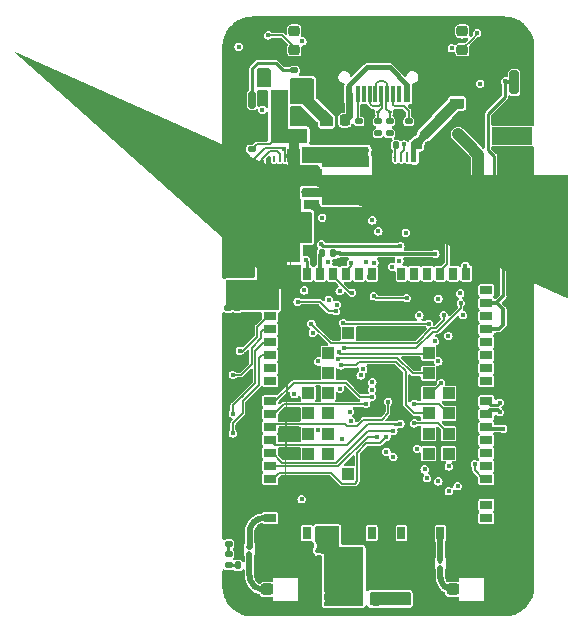
<source format=gbr>
%TF.GenerationSoftware,KiCad,Pcbnew,7.0.9*%
%TF.CreationDate,2024-08-31T12:22:45+08:00*%
%TF.ProjectId,IOT,494f542e-6b69-4636-9164-5f7063625858,rev?*%
%TF.SameCoordinates,Original*%
%TF.FileFunction,Copper,L1,Top*%
%TF.FilePolarity,Positive*%
%FSLAX46Y46*%
G04 Gerber Fmt 4.6, Leading zero omitted, Abs format (unit mm)*
G04 Created by KiCad (PCBNEW 7.0.9) date 2024-08-31 12:22:45*
%MOMM*%
%LPD*%
G01*
G04 APERTURE LIST*
G04 Aperture macros list*
%AMRoundRect*
0 Rectangle with rounded corners*
0 $1 Rounding radius*
0 $2 $3 $4 $5 $6 $7 $8 $9 X,Y pos of 4 corners*
0 Add a 4 corners polygon primitive as box body*
4,1,4,$2,$3,$4,$5,$6,$7,$8,$9,$2,$3,0*
0 Add four circle primitives for the rounded corners*
1,1,$1+$1,$2,$3*
1,1,$1+$1,$4,$5*
1,1,$1+$1,$6,$7*
1,1,$1+$1,$8,$9*
0 Add four rect primitives between the rounded corners*
20,1,$1+$1,$2,$3,$4,$5,0*
20,1,$1+$1,$4,$5,$6,$7,0*
20,1,$1+$1,$6,$7,$8,$9,0*
20,1,$1+$1,$8,$9,$2,$3,0*%
%AMFreePoly0*
4,1,61,-0.586464,2.203536,-0.585000,2.200000,-0.585000,1.430000,-0.335000,1.430000,-0.335000,2.200000,-0.333536,2.203536,-0.330000,2.205000,-0.130000,2.205000,-0.126464,2.203536,-0.125000,2.200000,-0.125000,1.430000,0.125000,1.430000,0.125000,2.200000,0.126464,2.203536,0.130000,2.205000,0.330000,2.205000,0.333536,2.203536,0.335000,2.200000,0.335000,1.430000,0.585000,1.430000,
0.585000,2.200000,0.586464,2.203536,0.590000,2.205000,0.790000,2.205000,0.793536,2.203536,0.795000,2.200000,0.795000,-2.200000,0.793536,-2.203536,0.790000,-2.205000,0.590000,-2.205000,0.586464,-2.203536,0.585000,-2.200000,0.585000,-1.430000,0.335000,-1.430000,0.335000,-2.200000,0.333536,-2.203536,0.330000,-2.205000,0.130000,-2.205000,0.126464,-2.203536,0.125000,-2.200000,
0.125000,-1.430000,-0.125000,-1.430000,-0.125000,-2.200000,-0.126464,-2.203536,-0.130000,-2.205000,-0.330000,-2.205000,-0.333536,-2.203536,-0.335000,-2.200000,-0.335000,-1.430000,-0.585000,-1.430000,-0.585000,-2.200000,-0.586464,-2.203536,-0.590000,-2.205000,-0.790000,-2.205000,-0.793536,-2.203536,-0.795000,-2.200000,-0.795000,2.200000,-0.793536,2.203536,-0.790000,2.205000,-0.590000,2.205000,
-0.586464,2.203536,-0.586464,2.203536,$1*%
G04 Aperture macros list end*
%TA.AperFunction,SMDPad,CuDef*%
%ADD10RoundRect,0.225000X0.375000X-0.225000X0.375000X0.225000X-0.375000X0.225000X-0.375000X-0.225000X0*%
%TD*%
%TA.AperFunction,SMDPad,CuDef*%
%ADD11RoundRect,0.140000X-0.170000X0.140000X-0.170000X-0.140000X0.170000X-0.140000X0.170000X0.140000X0*%
%TD*%
%TA.AperFunction,SMDPad,CuDef*%
%ADD12RoundRect,0.135000X-0.135000X-0.185000X0.135000X-0.185000X0.135000X0.185000X-0.135000X0.185000X0*%
%TD*%
%TA.AperFunction,SMDPad,CuDef*%
%ADD13RoundRect,0.250000X-0.275000X-0.250000X0.275000X-0.250000X0.275000X0.250000X-0.275000X0.250000X0*%
%TD*%
%TA.AperFunction,SMDPad,CuDef*%
%ADD14RoundRect,0.250000X-0.850000X-0.275000X0.850000X-0.275000X0.850000X0.275000X-0.850000X0.275000X0*%
%TD*%
%TA.AperFunction,SMDPad,CuDef*%
%ADD15RoundRect,0.100000X-0.100000X0.130000X-0.100000X-0.130000X0.100000X-0.130000X0.100000X0.130000X0*%
%TD*%
%TA.AperFunction,SMDPad,CuDef*%
%ADD16RoundRect,0.218750X0.218750X0.256250X-0.218750X0.256250X-0.218750X-0.256250X0.218750X-0.256250X0*%
%TD*%
%TA.AperFunction,SMDPad,CuDef*%
%ADD17RoundRect,0.135000X0.185000X-0.135000X0.185000X0.135000X-0.185000X0.135000X-0.185000X-0.135000X0*%
%TD*%
%TA.AperFunction,SMDPad,CuDef*%
%ADD18RoundRect,0.100000X-0.130000X-0.100000X0.130000X-0.100000X0.130000X0.100000X-0.130000X0.100000X0*%
%TD*%
%TA.AperFunction,SMDPad,CuDef*%
%ADD19RoundRect,0.225000X0.225000X0.250000X-0.225000X0.250000X-0.225000X-0.250000X0.225000X-0.250000X0*%
%TD*%
%TA.AperFunction,SMDPad,CuDef*%
%ADD20O,0.240000X0.600000*%
%TD*%
%TA.AperFunction,SMDPad,CuDef*%
%ADD21FreePoly0,90.000000*%
%TD*%
%TA.AperFunction,SMDPad,CuDef*%
%ADD22RoundRect,0.250000X-0.412500X-0.925000X0.412500X-0.925000X0.412500X0.925000X-0.412500X0.925000X0*%
%TD*%
%TA.AperFunction,SMDPad,CuDef*%
%ADD23RoundRect,0.140000X-0.140000X-0.170000X0.140000X-0.170000X0.140000X0.170000X-0.140000X0.170000X0*%
%TD*%
%TA.AperFunction,SMDPad,CuDef*%
%ADD24RoundRect,0.250000X0.412500X0.925000X-0.412500X0.925000X-0.412500X-0.925000X0.412500X-0.925000X0*%
%TD*%
%TA.AperFunction,SMDPad,CuDef*%
%ADD25RoundRect,0.140000X0.140000X0.170000X-0.140000X0.170000X-0.140000X-0.170000X0.140000X-0.170000X0*%
%TD*%
%TA.AperFunction,SMDPad,CuDef*%
%ADD26RoundRect,0.250000X0.925000X-0.412500X0.925000X0.412500X-0.925000X0.412500X-0.925000X-0.412500X0*%
%TD*%
%TA.AperFunction,SMDPad,CuDef*%
%ADD27RoundRect,0.062500X-0.117500X-0.062500X0.117500X-0.062500X0.117500X0.062500X-0.117500X0.062500X0*%
%TD*%
%TA.AperFunction,SMDPad,CuDef*%
%ADD28RoundRect,0.135000X-0.185000X0.135000X-0.185000X-0.135000X0.185000X-0.135000X0.185000X0.135000X0*%
%TD*%
%TA.AperFunction,SMDPad,CuDef*%
%ADD29RoundRect,0.135000X0.135000X0.185000X-0.135000X0.185000X-0.135000X-0.185000X0.135000X-0.185000X0*%
%TD*%
%TA.AperFunction,SMDPad,CuDef*%
%ADD30RoundRect,0.062500X-0.062500X0.337500X-0.062500X-0.337500X0.062500X-0.337500X0.062500X0.337500X0*%
%TD*%
%TA.AperFunction,SMDPad,CuDef*%
%ADD31R,1.400000X1.700000*%
%TD*%
%TA.AperFunction,SMDPad,CuDef*%
%ADD32RoundRect,0.150000X0.150000X-0.587500X0.150000X0.587500X-0.150000X0.587500X-0.150000X-0.587500X0*%
%TD*%
%TA.AperFunction,SMDPad,CuDef*%
%ADD33R,3.600000X1.500000*%
%TD*%
%TA.AperFunction,SMDPad,CuDef*%
%ADD34RoundRect,0.147500X0.147500X0.172500X-0.147500X0.172500X-0.147500X-0.172500X0.147500X-0.172500X0*%
%TD*%
%TA.AperFunction,SMDPad,CuDef*%
%ADD35RoundRect,0.147500X-0.172500X0.147500X-0.172500X-0.147500X0.172500X-0.147500X0.172500X0.147500X0*%
%TD*%
%TA.AperFunction,SMDPad,CuDef*%
%ADD36RoundRect,0.062500X0.117500X0.062500X-0.117500X0.062500X-0.117500X-0.062500X0.117500X-0.062500X0*%
%TD*%
%TA.AperFunction,SMDPad,CuDef*%
%ADD37RoundRect,0.200000X0.200000X0.800000X-0.200000X0.800000X-0.200000X-0.800000X0.200000X-0.800000X0*%
%TD*%
%TA.AperFunction,SMDPad,CuDef*%
%ADD38R,0.600000X1.450000*%
%TD*%
%TA.AperFunction,SMDPad,CuDef*%
%ADD39R,0.300000X1.450000*%
%TD*%
%TA.AperFunction,ComponentPad*%
%ADD40O,1.000000X2.100000*%
%TD*%
%TA.AperFunction,ComponentPad*%
%ADD41O,1.000000X1.600000*%
%TD*%
%TA.AperFunction,SMDPad,CuDef*%
%ADD42R,1.100000X0.700000*%
%TD*%
%TA.AperFunction,SMDPad,CuDef*%
%ADD43R,0.700000X1.100000*%
%TD*%
%TA.AperFunction,SMDPad,CuDef*%
%ADD44R,1.000000X1.000000*%
%TD*%
%TA.AperFunction,SMDPad,CuDef*%
%ADD45RoundRect,0.218750X0.256250X-0.218750X0.256250X0.218750X-0.256250X0.218750X-0.256250X-0.218750X0*%
%TD*%
%TA.AperFunction,SMDPad,CuDef*%
%ADD46R,3.500000X1.000000*%
%TD*%
%TA.AperFunction,SMDPad,CuDef*%
%ADD47R,3.400000X1.500000*%
%TD*%
%TA.AperFunction,SMDPad,CuDef*%
%ADD48RoundRect,0.140000X0.170000X-0.140000X0.170000X0.140000X-0.170000X0.140000X-0.170000X-0.140000X0*%
%TD*%
%TA.AperFunction,ViaPad*%
%ADD49C,0.450000*%
%TD*%
%TA.AperFunction,Conductor*%
%ADD50C,0.152400*%
%TD*%
%TA.AperFunction,Conductor*%
%ADD51C,0.250000*%
%TD*%
%TA.AperFunction,Conductor*%
%ADD52C,0.120000*%
%TD*%
%TA.AperFunction,Conductor*%
%ADD53C,0.300000*%
%TD*%
%TA.AperFunction,Conductor*%
%ADD54C,0.152000*%
%TD*%
%TA.AperFunction,Conductor*%
%ADD55C,0.254000*%
%TD*%
%TA.AperFunction,Conductor*%
%ADD56C,0.560000*%
%TD*%
%TA.AperFunction,Conductor*%
%ADD57C,0.158242*%
%TD*%
%TA.AperFunction,Conductor*%
%ADD58C,0.200000*%
%TD*%
%TA.AperFunction,Conductor*%
%ADD59C,0.400000*%
%TD*%
%TA.AperFunction,Conductor*%
%ADD60C,1.000000*%
%TD*%
%TA.AperFunction,Conductor*%
%ADD61C,0.500000*%
%TD*%
%TA.AperFunction,Conductor*%
%ADD62C,0.526034*%
%TD*%
G04 APERTURE END LIST*
D10*
%TO.P,D4,1,K*%
%TO.N,Net-(D4-K)*%
X157226000Y-60832000D03*
%TO.P,D4,2,A*%
%TO.N,VUSB*%
X157226000Y-57532000D03*
%TD*%
D11*
%TO.P,C7,1*%
%TO.N,/BG95/VCC_BB*%
X152654000Y-75438000D03*
%TO.P,C7,2*%
%TO.N,GND*%
X152654000Y-76398000D03*
%TD*%
D12*
%TO.P,R13,1*%
%TO.N,Net-(U14-ISET)*%
X167090000Y-66800000D03*
%TO.P,R13,2*%
%TO.N,GND*%
X168110000Y-66800000D03*
%TD*%
D13*
%TO.P,AE4,1,A*%
%TO.N,Net-(AE4-A)*%
X170146000Y-99314000D03*
D14*
%TO.P,AE4,2,Shield*%
%TO.N,GND*%
X171671000Y-97839000D03*
X171671000Y-100789000D03*
%TD*%
D15*
%TO.P,C45,1*%
%TO.N,ANT_GNSS*%
X152908000Y-95692000D03*
%TO.P,C45,2*%
%TO.N,Net-(AE3-A)*%
X152908000Y-96332000D03*
%TD*%
D16*
%TO.P,F1,1*%
%TO.N,Net-(F1-Pad1)*%
X160987500Y-59600000D03*
%TO.P,F1,2*%
%TO.N,VUSB*%
X159412500Y-59600000D03*
%TD*%
D17*
%TO.P,R4,1*%
%TO.N,GND*%
X162200000Y-60710000D03*
%TO.P,R4,2*%
%TO.N,Net-(J1-CC2)*%
X162200000Y-59690000D03*
%TD*%
D13*
%TO.P,AE3,1,A*%
%TO.N,Net-(AE3-A)*%
X154398000Y-99314000D03*
D14*
%TO.P,AE3,2,Shield*%
%TO.N,GND*%
X155923000Y-97839000D03*
X155923000Y-100789000D03*
%TD*%
D17*
%TO.P,R16,1*%
%TO.N,VUSB*%
X157988000Y-56390000D03*
%TO.P,R16,2*%
%TO.N,GND*%
X157988000Y-55370000D03*
%TD*%
D18*
%TO.P,C44,1*%
%TO.N,GND*%
X168430000Y-96150000D03*
%TO.P,C44,2*%
%TO.N,ANT_LTE*%
X169070000Y-96150000D03*
%TD*%
D19*
%TO.P,C23,1*%
%TO.N,Net-(D4-K)*%
X155175000Y-59700000D03*
%TO.P,C23,2*%
%TO.N,GND*%
X153625000Y-59700000D03*
%TD*%
D20*
%TO.P,U2,1,VINA*%
%TO.N,Net-(U2-PS{slash}SYNC)*%
X154964000Y-65654000D03*
%TO.P,U2,2,GND*%
%TO.N,GND*%
X155464000Y-65654000D03*
%TO.P,U2,3,FB*%
%TO.N,Net-(U2-FB)*%
X155964000Y-65654000D03*
%TO.P,U2,4,VOUT_4*%
%TO.N,+3V8*%
X156464000Y-65654000D03*
%TO.P,U2,5,VOUT_5*%
X156964000Y-65654000D03*
%TO.P,U2,6,L2_6*%
%TO.N,Net-(U2-L2_6)*%
X157464000Y-65654000D03*
%TO.P,U2,7,L2_7*%
X157964000Y-65654000D03*
%TO.P,U2,8,L1_8*%
%TO.N,Net-(U2-L1_8)*%
X157964000Y-62854000D03*
%TO.P,U2,9,L1_9*%
X157464000Y-62854000D03*
%TO.P,U2,10,VIN_10*%
%TO.N,Net-(D4-K)*%
X156964000Y-62854000D03*
%TO.P,U2,11,VIN_11*%
X156464000Y-62854000D03*
%TO.P,U2,12,EN*%
%TO.N,EN*%
X155964000Y-62854000D03*
%TO.P,U2,13,PS/SYNC*%
%TO.N,Net-(U2-PS{slash}SYNC)*%
X155464000Y-62854000D03*
%TO.P,U2,14,PG*%
%TO.N,unconnected-(U2-PG-Pad14)*%
X154964000Y-62854000D03*
D21*
%TO.P,U2,15,PGND*%
%TO.N,GND*%
X156464000Y-64254000D03*
%TD*%
D16*
%TO.P,FB1,1*%
%TO.N,+3V8*%
X155981500Y-70866000D03*
%TO.P,FB1,2*%
%TO.N,/BG95/VCC_BB*%
X154406500Y-70866000D03*
%TD*%
D22*
%TO.P,C17,1*%
%TO.N,+3V8*%
X157466500Y-68580000D03*
%TO.P,C17,2*%
%TO.N,GND*%
X160541500Y-68580000D03*
%TD*%
D23*
%TO.P,C40,1*%
%TO.N,VUSB*%
X167120000Y-61700000D03*
%TO.P,C40,2*%
%TO.N,GND*%
X168080000Y-61700000D03*
%TD*%
D18*
%TO.P,C47,1*%
%TO.N,GND*%
X168440000Y-98320000D03*
%TO.P,C47,2*%
%TO.N,Net-(AE4-A)*%
X169080000Y-98320000D03*
%TD*%
D24*
%TO.P,C16,1*%
%TO.N,+3V8*%
X155461500Y-68580000D03*
%TO.P,C16,2*%
%TO.N,GND*%
X152386500Y-68580000D03*
%TD*%
D25*
%TO.P,C11,1*%
%TO.N,/BG95/VCC_RF*%
X159738000Y-99060000D03*
%TO.P,C11,2*%
%TO.N,GND*%
X158778000Y-99060000D03*
%TD*%
D17*
%TO.P,R3,1*%
%TO.N,GND*%
X166400000Y-60710000D03*
%TO.P,R3,2*%
%TO.N,Net-(J1-CC1)*%
X166400000Y-59690000D03*
%TD*%
D26*
%TO.P,C9,1*%
%TO.N,/BG95/VCC_BB*%
X152146000Y-73927500D03*
%TO.P,C9,2*%
%TO.N,GND*%
X152146000Y-70852500D03*
%TD*%
D25*
%TO.P,C13,1*%
%TO.N,/BG95/VCC_RF*%
X159738000Y-96774000D03*
%TO.P,C13,2*%
%TO.N,GND*%
X158778000Y-96774000D03*
%TD*%
D27*
%TO.P,D3,1,K*%
%TO.N,/BG95/U_P*%
X163820000Y-58900000D03*
%TO.P,D3,2,A*%
%TO.N,GND*%
X162980000Y-58900000D03*
%TD*%
D25*
%TO.P,C10,1*%
%TO.N,/BG95/VCC_RF*%
X159738000Y-98298000D03*
%TO.P,C10,2*%
%TO.N,GND*%
X158778000Y-98298000D03*
%TD*%
D28*
%TO.P,R1,1*%
%TO.N,/BG95/U_P*%
X163800000Y-59690000D03*
%TO.P,R1,2*%
%TO.N,/BG95/USB_P*%
X163800000Y-60710000D03*
%TD*%
D29*
%TO.P,R14,1*%
%TO.N,Net-(U14-ENB)*%
X165310000Y-61700000D03*
%TO.P,R14,2*%
%TO.N,GND*%
X164290000Y-61700000D03*
%TD*%
D25*
%TO.P,C12,1*%
%TO.N,/BG95/VCC_RF*%
X159738000Y-97536000D03*
%TO.P,C12,2*%
%TO.N,GND*%
X158778000Y-97536000D03*
%TD*%
D30*
%TO.P,U14,1,VIN*%
%TO.N,VUSB*%
X166770000Y-62729000D03*
%TO.P,U14,2,PGB*%
%TO.N,unconnected-(U14-PGB-Pad2)*%
X166270000Y-62729000D03*
%TO.P,U14,3,CHG_SB*%
%TO.N,Net-(Q3-G)*%
X165770000Y-62729000D03*
%TO.P,U14,4,ENB*%
%TO.N,Net-(U14-ENB)*%
X165270000Y-62729000D03*
%TO.P,U14,5,GND*%
%TO.N,GND*%
X165270000Y-65629000D03*
%TO.P,U14,6,IMIN*%
%TO.N,Net-(U14-IMIN)*%
X165770000Y-65629000D03*
%TO.P,U14,7,ISET*%
%TO.N,Net-(U14-ISET)*%
X166270000Y-65629000D03*
%TO.P,U14,8,BATT*%
%TO.N,BATT*%
X166770000Y-65629000D03*
D31*
%TO.P,U14,9,EP*%
%TO.N,GND*%
X166020000Y-64179000D03*
%TD*%
D32*
%TO.P,Q1,1,G*%
%TO.N,Net-(Q1-G)*%
X153162000Y-57833500D03*
%TO.P,Q1,2,S*%
%TO.N,Net-(D4-K)*%
X155062000Y-57833500D03*
%TO.P,Q1,3,D*%
%TO.N,BATT*%
X154112000Y-55958500D03*
%TD*%
D33*
%TO.P,L1,1,1*%
%TO.N,Net-(U2-L1_8)*%
X161036000Y-62737000D03*
%TO.P,L1,2,2*%
%TO.N,Net-(U2-L2_6)*%
X161036000Y-65787000D03*
%TD*%
D15*
%TO.P,C46,1*%
%TO.N,ANT_LTE*%
X169070000Y-96870000D03*
%TO.P,C46,2*%
%TO.N,Net-(AE4-A)*%
X169070000Y-97510000D03*
%TD*%
D29*
%TO.P,R12,1*%
%TO.N,Net-(U14-IMIN)*%
X165310000Y-66802000D03*
%TO.P,R12,2*%
%TO.N,GND*%
X164290000Y-66802000D03*
%TD*%
D12*
%TO.P,R5,1*%
%TO.N,Net-(U2-FB)*%
X154938000Y-66700000D03*
%TO.P,R5,2*%
%TO.N,+3V8*%
X155958000Y-66700000D03*
%TD*%
D34*
%TO.P,F2,1*%
%TO.N,+1V8*%
X159997000Y-70866000D03*
%TO.P,F2,2*%
%TO.N,Net-(U1-VDD_EXT)*%
X159027000Y-70866000D03*
%TD*%
D12*
%TO.P,R6,1*%
%TO.N,GND*%
X153090000Y-66700000D03*
%TO.P,R6,2*%
%TO.N,Net-(U2-FB)*%
X154110000Y-66700000D03*
%TD*%
D11*
%TO.P,C15,1*%
%TO.N,GND*%
X153100000Y-64670000D03*
%TO.P,C15,2*%
%TO.N,Net-(U2-PS{slash}SYNC)*%
X153100000Y-65630000D03*
%TD*%
D35*
%TO.P,F4,1*%
%TO.N,+3.3V*%
X151180800Y-96314400D03*
%TO.P,F4,2*%
%TO.N,Net-(F4-Pad2)*%
X151180800Y-97284400D03*
%TD*%
D36*
%TO.P,D1,1,K*%
%TO.N,/BG95/U_N*%
X164780000Y-58900000D03*
%TO.P,D1,2,A*%
%TO.N,GND*%
X165620000Y-58900000D03*
%TD*%
D34*
%TO.P,L3,1,1*%
%TO.N,Net-(AE3-A)*%
X152910400Y-97282000D03*
%TO.P,L3,2,2*%
%TO.N,Net-(F4-Pad2)*%
X151940400Y-97282000D03*
%TD*%
D17*
%TO.P,R18,1*%
%TO.N,EN*%
X153100000Y-63060000D03*
%TO.P,R18,2*%
%TO.N,Net-(D4-K)*%
X153100000Y-62040000D03*
%TD*%
D19*
%TO.P,C22,1*%
%TO.N,Net-(D4-K)*%
X155175000Y-60900000D03*
%TO.P,C22,2*%
%TO.N,GND*%
X153625000Y-60900000D03*
%TD*%
D37*
%TO.P,SW1,1,1*%
%TO.N,PWRKEY*%
X175328000Y-56388000D03*
%TO.P,SW1,2,2*%
%TO.N,GND*%
X171128000Y-56388000D03*
%TD*%
D38*
%TO.P,J1,A1,GND*%
%TO.N,GND*%
X167080000Y-57385000D03*
%TO.P,J1,A4,VBUS*%
%TO.N,Net-(F1-Pad1)*%
X166280000Y-57385000D03*
D39*
%TO.P,J1,A5,CC1*%
%TO.N,Net-(J1-CC1)*%
X165080000Y-57385000D03*
%TO.P,J1,A6,D+*%
%TO.N,/BG95/U_P*%
X164080000Y-57385000D03*
%TO.P,J1,A7,D-*%
%TO.N,/BG95/U_N*%
X163580000Y-57385000D03*
%TO.P,J1,A8,SBU1*%
%TO.N,unconnected-(J1-SBU1-PadA8)*%
X162580000Y-57385000D03*
D38*
%TO.P,J1,A9,VBUS*%
%TO.N,Net-(F1-Pad1)*%
X161380000Y-57385000D03*
%TO.P,J1,A12,GND*%
%TO.N,GND*%
X160580000Y-57385000D03*
%TO.P,J1,B1,GND*%
X160580000Y-57385000D03*
%TO.P,J1,B4,VBUS*%
%TO.N,Net-(F1-Pad1)*%
X161380000Y-57385000D03*
D39*
%TO.P,J1,B5,CC2*%
%TO.N,Net-(J1-CC2)*%
X162080000Y-57385000D03*
%TO.P,J1,B6,D+*%
%TO.N,/BG95/U_P*%
X163080000Y-57385000D03*
%TO.P,J1,B7,D-*%
%TO.N,/BG95/U_N*%
X164580000Y-57385000D03*
%TO.P,J1,B8,SBU2*%
%TO.N,unconnected-(J1-SBU2-PadB8)*%
X165580000Y-57385000D03*
D38*
%TO.P,J1,B9,VBUS*%
%TO.N,Net-(F1-Pad1)*%
X166280000Y-57385000D03*
%TO.P,J1,B12,GND*%
%TO.N,GND*%
X167080000Y-57385000D03*
D40*
%TO.P,J1,S1,SHIELD*%
X168150000Y-56470000D03*
D41*
X168150000Y-52290000D03*
D40*
X159510000Y-56470000D03*
D41*
X159510000Y-52290000D03*
%TD*%
D42*
%TO.P,U1,1,PSM_IND*%
%TO.N,unconnected-(U1-PSM_IND-Pad1)*%
X172980000Y-93266000D03*
%TO.P,U1,2,ADC1*%
%TO.N,unconnected-(U1-ADC1-Pad2)*%
X172980000Y-92166000D03*
%TO.P,U1,3,GND*%
%TO.N,GND*%
X172980000Y-91066000D03*
%TO.P,U1,4,GPIO1/PCM_CLK*%
%TO.N,BG95_GPIO1*%
X172980000Y-89966000D03*
%TO.P,U1,5,GPIO2/PCM_SYNC*%
%TO.N,BG95_GPIO2*%
X172980000Y-88866000D03*
%TO.P,U1,6,GPIO3/DIN*%
%TO.N,BG95_GPIO3*%
X172980000Y-87766000D03*
%TO.P,U1,7,GPIO4/DOUT*%
%TO.N,BG95_GPIO4*%
X172980000Y-86666000D03*
%TO.P,U1,8,USB_VBUS*%
%TO.N,VUSB*%
X172980000Y-85566000D03*
%TO.P,U1,9,USB_DP*%
%TO.N,/BG95/USB_P*%
X172980000Y-84466000D03*
%TO.P,U1,10,USB_DM*%
%TO.N,/BG95/USB_N*%
X172980000Y-83366000D03*
%TO.P,U1,11,RESERVED*%
%TO.N,unconnected-(U1-RESERVED-Pad11)*%
X172980000Y-81666000D03*
%TO.P,U1,12,RESERVED*%
X172980000Y-80566000D03*
%TO.P,U1,13,RESERVED*%
X172980000Y-79466000D03*
%TO.P,U1,14,RESERVED*%
X172980000Y-78366000D03*
%TO.P,U1,15,PWRKEY*%
%TO.N,PWRKEY*%
X172980000Y-77266000D03*
%TO.P,U1,16,RESERVED*%
%TO.N,unconnected-(U1-RESERVED-Pad11)*%
X172980000Y-76166000D03*
%TO.P,U1,17,~{RESET}*%
%TO.N,PWRKEY*%
X172980000Y-75066000D03*
%TO.P,U1,18,GPIO5/SPI2_SCLK/I2C0_SCL*%
%TO.N,BG95_SPI2_SCLK*%
X172980000Y-73966000D03*
D43*
%TO.P,U1,19,GPIO6/SPI2_CS/I2C0_SDA*%
%TO.N,BG95_SPI2_CS*%
X171280000Y-72566000D03*
%TO.P,U1,20,STATUS*%
%TO.N,unconnected-(U1-STATUS-Pad20)*%
X170180000Y-72566000D03*
%TO.P,U1,21,NET_STATUS*%
%TO.N,/BG95/NET_STATUS*%
X169080000Y-72566000D03*
%TO.P,U1,22,GPIO7/SPI2_MISO/UART0_RXD*%
%TO.N,BG95_SPI2_MISO*%
X167980000Y-72566000D03*
%TO.P,U1,23,GPIO8/SPI2_MOSI/UART0_TXD*%
%TO.N,BG95_SPI2_MOSI*%
X166880000Y-72566000D03*
%TO.P,U1,24,ADC0*%
%TO.N,unconnected-(U1-ADC0-Pad24)*%
X165780000Y-72566000D03*
%TO.P,U1,25,GPIO9/SPI0_CS/I2C2_SDA*%
%TO.N,BG95_SPI0_CS*%
X163280000Y-72566000D03*
%TO.P,U1,26,GPIO10/SPI0_SCLK/I2C2_SCL*%
%TO.N,BG95_SPI0_SCLK*%
X162180000Y-72566000D03*
%TO.P,U1,27,GPIO11/SPI0_MOSI/UART1_TXD*%
%TO.N,BG95_SPI0_MOSI*%
X161080000Y-72566000D03*
%TO.P,U1,28,GPIO12/SPI0_MISO/UART1_RXD*%
%TO.N,BG95_SPI0_MISO*%
X159980000Y-72566000D03*
%TO.P,U1,29,VDD_EXT*%
%TO.N,Net-(U1-VDD_EXT)*%
X158880000Y-72566000D03*
%TO.P,U1,30,MAIN_DTR*%
%TO.N,Net-(U1-MAIN_DTR)*%
X157780000Y-72566000D03*
%TO.P,U1,31,GND*%
%TO.N,GND*%
X156680000Y-72566000D03*
D42*
%TO.P,U1,32,VBAT_BB*%
%TO.N,/BG95/VCC_BB*%
X154680000Y-73966000D03*
%TO.P,U1,33,VBAT_BB*%
X154680000Y-75066000D03*
%TO.P,U1,34,MAIN_RXD*%
%TO.N,Net-(U1-MAIN_RXD)*%
X154680000Y-76166000D03*
%TO.P,U1,35,MAIN_TXD*%
%TO.N,Net-(U1-MAIN_TXD)*%
X154680000Y-77266000D03*
%TO.P,U1,36,MAIN_CTS*%
%TO.N,Net-(U1-MAIN_CTS)*%
X154680000Y-78366000D03*
%TO.P,U1,37,MAIN_RTS*%
%TO.N,Net-(U1-MAIN_RTS)*%
X154680000Y-79466000D03*
%TO.P,U1,38,MAIN_DCD*%
%TO.N,unconnected-(U1-MAIN_DCD-Pad38)*%
X154680000Y-80566000D03*
%TO.P,U1,39,MAIN_RI*%
%TO.N,unconnected-(U1-MAIN_RI-Pad39)*%
X154680000Y-81666000D03*
%TO.P,U1,40,GPIO13/SPI1_SCLK/I2C1_SCL*%
%TO.N,BG95_I2C1_SCL*%
X154680000Y-83366000D03*
%TO.P,U1,41,GPIO14/SPI1_CS/I2C1_SDA*%
%TO.N,BG95_I2C1_SDA*%
X154680000Y-84466000D03*
%TO.P,U1,42,USIM_DET*%
%TO.N,Net-(D2-K)*%
X154680000Y-85566000D03*
%TO.P,U1,43,USIM_VDD*%
%TO.N,Net-(J4-VCC)*%
X154680000Y-86666000D03*
%TO.P,U1,44,USIM_RST*%
%TO.N,Net-(J4-RST)*%
X154680000Y-87766000D03*
%TO.P,U1,45,USIM_DATA*%
%TO.N,Net-(J4-I{slash}O)*%
X154680000Y-88866000D03*
%TO.P,U1,46,USIM_CLK*%
%TO.N,Net-(J4-CLK)*%
X154680000Y-89966000D03*
%TO.P,U1,47,USIM_GND*%
%TO.N,GND*%
X154680000Y-91066000D03*
%TO.P,U1,48,GND*%
X154680000Y-92166000D03*
%TO.P,U1,49,ANT_GNSS*%
%TO.N,ANT_GNSS*%
X154680000Y-93266000D03*
D43*
%TO.P,U1,50,GND*%
%TO.N,GND*%
X156680000Y-94566000D03*
%TO.P,U1,51,RESERVED*%
%TO.N,unconnected-(U1-RESERVED-Pad11)*%
X157780000Y-94566000D03*
%TO.P,U1,52,VBAT_RF*%
%TO.N,/BG95/VCC_RF*%
X158880000Y-94566000D03*
%TO.P,U1,53,VBAT_RF*%
X159980000Y-94566000D03*
%TO.P,U1,54,GND*%
%TO.N,GND*%
X161080000Y-94566000D03*
%TO.P,U1,55,GND*%
X162180000Y-94566000D03*
%TO.P,U1,56,RESERVED*%
%TO.N,unconnected-(U1-RESERVED-Pad11)*%
X163280000Y-94566000D03*
%TO.P,U1,57,RESERVED*%
X165780000Y-94566000D03*
%TO.P,U1,58,GND*%
%TO.N,GND*%
X166880000Y-94566000D03*
%TO.P,U1,59,GND*%
X167980000Y-94566000D03*
%TO.P,U1,60,ANT_MAIN*%
%TO.N,ANT_LTE*%
X169080000Y-94566000D03*
%TO.P,U1,61,GND*%
%TO.N,GND*%
X170180000Y-94566000D03*
%TO.P,U1,62,GND*%
X171280000Y-94566000D03*
D44*
%TO.P,U1,63,RESERVED*%
%TO.N,unconnected-(U1-RESERVED-Pad11)*%
X169780000Y-87816000D03*
%TO.P,U1,64,GPIO15/SPI1_MOSI/UART2_TXD*%
%TO.N,BG95_UART2_TXD*%
X169780000Y-86116000D03*
%TO.P,U1,65,GPIO16/SPI1_MISO/UART2_RXD*%
%TO.N,BG95_UART2_RXD*%
X169780000Y-84416000D03*
%TO.P,U1,66,GPIO17/PWM0*%
%TO.N,BG95_GPIO17*%
X169780000Y-82716000D03*
%TO.P,U1,67,GND*%
%TO.N,GND*%
X169780000Y-81016000D03*
%TO.P,U1,68,GND*%
X169780000Y-79316000D03*
%TO.P,U1,69,GND*%
X166380000Y-75916000D03*
%TO.P,U1,70,GND*%
X164680000Y-75916000D03*
%TO.P,U1,71,GND*%
X162980000Y-75916000D03*
%TO.P,U1,72,GND*%
X161280000Y-75916000D03*
%TO.P,U1,73,GND*%
X157880000Y-79316000D03*
%TO.P,U1,74,GND*%
X157880000Y-81016000D03*
%TO.P,U1,75,USB_BOOT*%
%TO.N,Net-(U1-USB_BOOT)*%
X157880000Y-82716000D03*
%TO.P,U1,76,RESERVED*%
%TO.N,unconnected-(U1-RESERVED-Pad11)*%
X157880000Y-84416000D03*
%TO.P,U1,77,RESERVED*%
X157880000Y-86116000D03*
%TO.P,U1,78,RESERVED*%
X157880000Y-87816000D03*
%TO.P,U1,79,GND*%
%TO.N,GND*%
X161280000Y-91216000D03*
%TO.P,U1,80,GND*%
X162980000Y-91216000D03*
%TO.P,U1,81,GND*%
X164680000Y-91216000D03*
%TO.P,U1,82,GND*%
X166380000Y-91216000D03*
%TO.P,U1,83,GRFC1*%
%TO.N,unconnected-(U1-GRFC1-Pad83)*%
X168080000Y-87816000D03*
%TO.P,U1,84,GRFC2*%
%TO.N,unconnected-(U1-GRFC2-Pad84)*%
X168080000Y-86116000D03*
%TO.P,U1,85,GPIO18/PWM1*%
%TO.N,BG95_GPIO18*%
X168080000Y-84416000D03*
%TO.P,U1,86,GPIO19*%
%TO.N,BG95_GPIO19*%
X168080000Y-82716000D03*
%TO.P,U1,87,GPIO20*%
%TO.N,BG95_GPIO20*%
X168080000Y-81016000D03*
%TO.P,U1,88,GPIO21*%
%TO.N,BG95_GPIO21*%
X168080000Y-79316000D03*
%TO.P,U1,89,GND*%
%TO.N,GND*%
X166380000Y-77616000D03*
%TO.P,U1,90,GND*%
X164680000Y-77616000D03*
%TO.P,U1,91,GND*%
X162980000Y-77616000D03*
%TO.P,U1,92,RESERVED*%
%TO.N,unconnected-(U1-RESERVED-Pad11)*%
X161280000Y-77616000D03*
%TO.P,U1,93,RESERVED*%
X159580000Y-79316000D03*
%TO.P,U1,94,RESERVED*%
X159580000Y-81016000D03*
%TO.P,U1,95,RESERVED*%
X159580000Y-82716000D03*
%TO.P,U1,96,PON_TRIG*%
%TO.N,unconnected-(U1-PON_TRIG-Pad96)*%
X159580000Y-84416000D03*
%TO.P,U1,97,RESERVED*%
%TO.N,unconnected-(U1-RESERVED-Pad11)*%
X159580000Y-86116000D03*
%TO.P,U1,98,RESERVED*%
X159580000Y-87816000D03*
%TO.P,U1,99,RESERVED*%
X161280000Y-89516000D03*
%TO.P,U1,100,GND*%
%TO.N,GND*%
X162980000Y-89516000D03*
%TO.P,U1,101,GND*%
X164680000Y-89516000D03*
%TO.P,U1,102,GND*%
X166380000Y-89516000D03*
%TD*%
D45*
%TO.P,D5,1,K*%
%TO.N,Net-(D5-K)*%
X156718000Y-53619500D03*
%TO.P,D5,2,A*%
%TO.N,Net-(D5-A)*%
X156718000Y-52044500D03*
%TD*%
D46*
%TO.P,J5,1,1*%
%TO.N,BATT*%
X169418000Y-65262000D03*
%TO.P,J5,2,2*%
%TO.N,GND*%
X169418000Y-63262000D03*
D47*
%TO.P,J5,S1,SHIELD*%
%TO.N,unconnected-(J5-SHIELD-PadS1)*%
X175168000Y-67612000D03*
%TO.P,J5,S2,SHIELD*%
X175168000Y-60912000D03*
%TD*%
D11*
%TO.P,C6,1*%
%TO.N,/BG95/VCC_BB*%
X151892000Y-75466000D03*
%TO.P,C6,2*%
%TO.N,GND*%
X151892000Y-76426000D03*
%TD*%
%TO.P,C8,1*%
%TO.N,/BG95/VCC_BB*%
X153416000Y-75438000D03*
%TO.P,C8,2*%
%TO.N,GND*%
X153416000Y-76398000D03*
%TD*%
D16*
%TO.P,FB2,1*%
%TO.N,+3V8*%
X163587500Y-100200000D03*
%TO.P,FB2,2*%
%TO.N,/BG95/VCC_RF*%
X162012500Y-100200000D03*
%TD*%
D17*
%TO.P,R17,1*%
%TO.N,VUSB*%
X156718000Y-56390000D03*
%TO.P,R17,2*%
%TO.N,Net-(Q1-G)*%
X156718000Y-55370000D03*
%TD*%
D28*
%TO.P,R2,1*%
%TO.N,/BG95/U_N*%
X164800000Y-59690000D03*
%TO.P,R2,2*%
%TO.N,/BG95/USB_N*%
X164800000Y-60710000D03*
%TD*%
D22*
%TO.P,C14,1*%
%TO.N,/BG95/VCC_RF*%
X161276500Y-98044000D03*
%TO.P,C14,2*%
%TO.N,GND*%
X164351500Y-98044000D03*
%TD*%
D25*
%TO.P,C18,1*%
%TO.N,GND*%
X157960000Y-66700000D03*
%TO.P,C18,2*%
%TO.N,+3V8*%
X157000000Y-66700000D03*
%TD*%
D45*
%TO.P,D6,1,K*%
%TO.N,Net-(D6-K)*%
X170942000Y-53619500D03*
%TO.P,D6,2,A*%
%TO.N,Net-(D6-A)*%
X170942000Y-52044500D03*
%TD*%
D48*
%TO.P,C36,1*%
%TO.N,+3.3V*%
X151180800Y-95450600D03*
%TO.P,C36,2*%
%TO.N,GND*%
X151180800Y-94490600D03*
%TD*%
D11*
%TO.P,C5,1*%
%TO.N,/BG95/VCC_BB*%
X151130000Y-75466000D03*
%TO.P,C5,2*%
%TO.N,GND*%
X151130000Y-76426000D03*
%TD*%
D49*
%TO.N,GND*%
X156100000Y-83100000D03*
X156000000Y-84200000D03*
X151300000Y-91800000D03*
X151300000Y-90600000D03*
X151300000Y-89400000D03*
X151300000Y-88600000D03*
X154000000Y-57800000D03*
X165800000Y-87400000D03*
X175500000Y-86100000D03*
X176200000Y-85400000D03*
X176300000Y-83700000D03*
X176300000Y-81300000D03*
X176300000Y-79500000D03*
X176300000Y-78400000D03*
X176300000Y-76500000D03*
X176300000Y-75700000D03*
X176300000Y-74200000D03*
X151900000Y-52100000D03*
X153000000Y-53800000D03*
X165000000Y-52900000D03*
X166300000Y-52900000D03*
X170500000Y-66200000D03*
X174000000Y-90600000D03*
X156700000Y-93600000D03*
X156600000Y-100900000D03*
X155900000Y-100900000D03*
X155100000Y-100900000D03*
X172400000Y-100900000D03*
X171600000Y-100900000D03*
X170900000Y-100900000D03*
X158200000Y-96400000D03*
X158200000Y-95600000D03*
X157500000Y-96400000D03*
X157500000Y-95600000D03*
X163700000Y-101100000D03*
X161800000Y-101100000D03*
%TO.N,Net-(J4-I{slash}O)*%
X162807627Y-71562487D03*
X163749300Y-86400000D03*
%TO.N,GND*%
X152044400Y-94030800D03*
X175000000Y-73660000D03*
X154228800Y-94157800D03*
X167436800Y-54229000D03*
X168224200Y-99212400D03*
X152044400Y-96520000D03*
X167850000Y-76200000D03*
X152800000Y-63950000D03*
X167157400Y-99085400D03*
X157700000Y-64250000D03*
X167200000Y-92250000D03*
X158546800Y-93522800D03*
X157505400Y-98983800D03*
X152069800Y-66370200D03*
X162700000Y-88550000D03*
X155727400Y-93878400D03*
X170027600Y-96774000D03*
X157505400Y-100914200D03*
X159816800Y-93522800D03*
X168600000Y-69450000D03*
X157000000Y-83260000D03*
X153771600Y-94437200D03*
X161000000Y-83000000D03*
X160450000Y-71600000D03*
X158191200Y-100914200D03*
X164820000Y-64179000D03*
X169780000Y-81257500D03*
X158350000Y-60600000D03*
X158550000Y-92700000D03*
X167875500Y-74700000D03*
X175437800Y-99009200D03*
X153771600Y-98018600D03*
X173964600Y-101041200D03*
X153873200Y-92303600D03*
X157150000Y-63700000D03*
X161600000Y-88450000D03*
X163800000Y-65750000D03*
X167894000Y-98171000D03*
X166166800Y-54229000D03*
X154432000Y-98018600D03*
X167843200Y-96469200D03*
X170281600Y-93675200D03*
X157505400Y-97739200D03*
X169570400Y-100304600D03*
X163561896Y-69732685D03*
X168900000Y-91950500D03*
X167600000Y-62400000D03*
X170550000Y-59350000D03*
X167208200Y-100406200D03*
X172085000Y-97155000D03*
X168986200Y-100101400D03*
X158800000Y-67300000D03*
X169824400Y-101142800D03*
X166700000Y-81650000D03*
X152146000Y-80568800D03*
X171069000Y-64312800D03*
X155300000Y-64250000D03*
X168122600Y-95478600D03*
X157150000Y-64250000D03*
X151850000Y-70500000D03*
X171710000Y-81520000D03*
X155727400Y-93294200D03*
X166350000Y-71600000D03*
X158600000Y-69350000D03*
X156133800Y-97129600D03*
X168630600Y-93370400D03*
X175000000Y-76504800D03*
X161036000Y-95326200D03*
X157505400Y-99618800D03*
X158191200Y-100253800D03*
X167106600Y-101142800D03*
X153690000Y-95190000D03*
X167300000Y-67650000D03*
X175590200Y-53035200D03*
X154150000Y-63750000D03*
X171069000Y-93675200D03*
X167563800Y-64312800D03*
X163030000Y-80470000D03*
X154787600Y-94157800D03*
X163410000Y-61850000D03*
X173950000Y-82570000D03*
X151300000Y-66350000D03*
X169050000Y-62400000D03*
X171650000Y-54350000D03*
X152350000Y-71050000D03*
X155727400Y-92760800D03*
X173456600Y-55295800D03*
X156464000Y-64254000D03*
X171100000Y-77150000D03*
X160200000Y-61100000D03*
X174670000Y-66060000D03*
X167208863Y-77446797D03*
X169849800Y-93370400D03*
X151300000Y-71050000D03*
X152831800Y-99898200D03*
X157700000Y-63700000D03*
X166954200Y-64312800D03*
X155300000Y-64800000D03*
X176377600Y-54127400D03*
X158191200Y-98298000D03*
X164600000Y-90400000D03*
X156450000Y-64800000D03*
X157000000Y-78250000D03*
X166700000Y-82900000D03*
X174310000Y-80330000D03*
X151300000Y-59750000D03*
X172585500Y-54300000D03*
X157505400Y-97129600D03*
X168122600Y-97586800D03*
X169850000Y-62400000D03*
X155850000Y-64800000D03*
X155850000Y-64250000D03*
X161696400Y-51866800D03*
X151300000Y-55850000D03*
X166350000Y-75900000D03*
X166375000Y-73875000D03*
X161315400Y-54229000D03*
X165600000Y-86450000D03*
X166150000Y-85900000D03*
X174000000Y-55300000D03*
X162100000Y-67250000D03*
X151300000Y-54350000D03*
X167157400Y-96367600D03*
X174660000Y-69040000D03*
X167550000Y-77220000D03*
X158191200Y-98983800D03*
X152750000Y-60100000D03*
X167843200Y-95935800D03*
X173450000Y-56400000D03*
X173250000Y-72610000D03*
X165120000Y-64510000D03*
X151300000Y-70500000D03*
X161050000Y-68800000D03*
X174760000Y-84240000D03*
X163118800Y-97612200D03*
X163460000Y-80470000D03*
X167995600Y-100406200D03*
X156895800Y-97129600D03*
X153771600Y-97358200D03*
X170100000Y-61750000D03*
X163446900Y-75510314D03*
X170400000Y-73500000D03*
X170350000Y-71450000D03*
X163118800Y-99110800D03*
X171150000Y-59150000D03*
X153873200Y-100507800D03*
X158568609Y-66708398D03*
X171720000Y-83270000D03*
X163880800Y-51866800D03*
X166700000Y-82200000D03*
X155422600Y-97129600D03*
X168650000Y-61750000D03*
X176250600Y-91059000D03*
X171100000Y-66200000D03*
X151950000Y-78450000D03*
X171450000Y-73500000D03*
X167157400Y-98526600D03*
X152044400Y-95300800D03*
X151003000Y-80441800D03*
X158191200Y-97739200D03*
X170180000Y-100304600D03*
X151300000Y-64150000D03*
X175260000Y-91059000D03*
X163150000Y-61350000D03*
X158191200Y-97129600D03*
X153339800Y-100279200D03*
X162200000Y-81800000D03*
X173177200Y-100431600D03*
X164650000Y-67500000D03*
X170256200Y-64312800D03*
X171710000Y-84020000D03*
X163118800Y-98425000D03*
X168757600Y-64312800D03*
X153947900Y-53747900D03*
X156300000Y-86550000D03*
X151200000Y-78450000D03*
X156500000Y-92700000D03*
X166950000Y-88550000D03*
X174828200Y-100533200D03*
X169392600Y-56489600D03*
X166750000Y-86500000D03*
X171450000Y-97155000D03*
X152350000Y-70500000D03*
X171831000Y-93675200D03*
X175010000Y-78880000D03*
X151300000Y-58550000D03*
X172350000Y-59150000D03*
X151300000Y-68200000D03*
X160451800Y-93522800D03*
X152750000Y-60600000D03*
X163800000Y-65050000D03*
X159181800Y-93522800D03*
X168300000Y-62400000D03*
X163118800Y-96850200D03*
X163850000Y-90300000D03*
X168100000Y-92250000D03*
X173177200Y-99745800D03*
X157250000Y-92700000D03*
X152044400Y-95885000D03*
X163400000Y-62400000D03*
X169291000Y-60960000D03*
X153300000Y-63950000D03*
X163118800Y-96037400D03*
X170815000Y-97155000D03*
X175150000Y-55000000D03*
X151130000Y-76426000D03*
X175437800Y-97612200D03*
X168554400Y-99720400D03*
X158750000Y-82800000D03*
X157700000Y-64800000D03*
X159842200Y-101117400D03*
X156300000Y-87500000D03*
X169940000Y-77280000D03*
X170390000Y-77290000D03*
X158950000Y-91750000D03*
X165450000Y-92250000D03*
X168122600Y-97002600D03*
X173230000Y-70940000D03*
X155651200Y-92202000D03*
X152044400Y-94665800D03*
X166801800Y-90424000D03*
X151300000Y-61050000D03*
X151900000Y-76400000D03*
X158851600Y-100253800D03*
X151300000Y-65250000D03*
X152069800Y-99161600D03*
X155346400Y-94157800D03*
X160400000Y-83200000D03*
X170103800Y-57251600D03*
X169300000Y-61750000D03*
X167919400Y-98755200D03*
X162150000Y-69334958D03*
X176352200Y-80060800D03*
X170650000Y-62400000D03*
X152069800Y-98018600D03*
X162737800Y-101117400D03*
X166420800Y-90246200D03*
X153771600Y-96621600D03*
X175437800Y-99745800D03*
X166200000Y-84850000D03*
X168021000Y-93040200D03*
X158250000Y-91750000D03*
X173177200Y-101041200D03*
X167060000Y-80290000D03*
X158750000Y-79250000D03*
X167182800Y-97434400D03*
X168021000Y-93624400D03*
X154635200Y-97129600D03*
X167182800Y-97942400D03*
X154406600Y-100507800D03*
X173960000Y-81750000D03*
X163870000Y-78080000D03*
X159050000Y-60600000D03*
X152450800Y-99542600D03*
X175006000Y-75692000D03*
X152750000Y-59600000D03*
X171700000Y-60550000D03*
X162790000Y-81600000D03*
X171881800Y-86055200D03*
X157000000Y-84300000D03*
X162400000Y-61350000D03*
X163576000Y-54229000D03*
X167157400Y-99695000D03*
X163400000Y-67300000D03*
X166878000Y-93624400D03*
X161620200Y-95326200D03*
X158191200Y-99618800D03*
X152755600Y-59029600D03*
X167070000Y-79760000D03*
X170027600Y-97536000D03*
X175437800Y-98323400D03*
X170027600Y-96113600D03*
X173151800Y-97612200D03*
X167050000Y-85900000D03*
X163430000Y-78080000D03*
X162850000Y-67250000D03*
X167182800Y-96875600D03*
X171150000Y-88550000D03*
X151300000Y-63150000D03*
X151300000Y-69600000D03*
X162179000Y-95326200D03*
X159800000Y-92700000D03*
X174260000Y-85010000D03*
X167900000Y-69450000D03*
X167894000Y-101142800D03*
X174701200Y-51841400D03*
X168910000Y-101142800D03*
X173450000Y-57300000D03*
X157150000Y-64800000D03*
X164850000Y-87050000D03*
X158851600Y-99618800D03*
X166450000Y-88000000D03*
X158851600Y-100914200D03*
X174000000Y-54300000D03*
X169214800Y-93370400D03*
X155300000Y-63700000D03*
X152750000Y-61200000D03*
X163200000Y-81040000D03*
X173240000Y-71860000D03*
X151300000Y-68850000D03*
X166200000Y-92250000D03*
X166890000Y-60710000D03*
X151850000Y-71050000D03*
X157505400Y-100253800D03*
X175793400Y-59525000D03*
X171750000Y-59150000D03*
X172847000Y-97155000D03*
X158800000Y-75700000D03*
X159750000Y-60600000D03*
X152069800Y-98577400D03*
X157505400Y-98298000D03*
X153771600Y-95961200D03*
X155850000Y-63700000D03*
X167157400Y-95808800D03*
X171856400Y-94310200D03*
X156450000Y-63700000D03*
X160934400Y-101117400D03*
X171800000Y-66200000D03*
X168198800Y-64312800D03*
X170027600Y-95529400D03*
X174760000Y-83590000D03*
X173177200Y-99034600D03*
X159400000Y-61100000D03*
X172313600Y-60655200D03*
X173177200Y-98323400D03*
X161061400Y-93522800D03*
X166573200Y-51866800D03*
%TO.N,Net-(J4-CLK)*%
X163500000Y-71641498D03*
X164500000Y-86400000D03*
%TO.N,Net-(J4-RST)*%
X165000000Y-72000000D03*
X165100000Y-85900000D03*
%TO.N,Net-(J4-VCC)*%
X163322000Y-68070000D03*
X165700000Y-85289000D03*
X165600000Y-71466700D03*
X166150000Y-69100000D03*
X159074491Y-67848349D03*
%TO.N,Net-(U2-PS{slash}SYNC)*%
X154000000Y-63100000D03*
X153700000Y-65654000D03*
%TO.N,+3V8*%
X172450000Y-56500000D03*
X165850000Y-100300000D03*
X156450000Y-67600000D03*
X155850000Y-68900000D03*
X164650000Y-100300000D03*
X166150000Y-99900000D03*
X165250000Y-100300000D03*
X156450000Y-68200000D03*
X155850000Y-68200000D03*
X165550000Y-99900000D03*
X164950000Y-99900000D03*
X157100000Y-68200000D03*
X157100000Y-68900000D03*
X155850000Y-67600000D03*
X164350000Y-99900000D03*
X156450000Y-68900000D03*
%TO.N,+3.3V*%
X170053000Y-53492400D03*
X170750000Y-74250000D03*
X160300000Y-75200000D03*
X151180800Y-95450600D03*
X159004000Y-70104000D03*
X172900000Y-65450000D03*
X168630000Y-78300000D03*
X172897800Y-65913000D03*
X160750000Y-86599300D03*
X165700000Y-70232685D03*
X157329500Y-91670500D03*
X157400000Y-52900000D03*
X167100000Y-87400000D03*
X156720000Y-82780000D03*
X167300000Y-76100000D03*
%TO.N,Net-(D2-K)*%
X163830000Y-69000000D03*
X164648671Y-83404635D03*
%TO.N,VUSB*%
X175600000Y-70800000D03*
X157650000Y-56900000D03*
X175600000Y-71900000D03*
X175600000Y-71400000D03*
X174400000Y-85700000D03*
X157050000Y-56900000D03*
X170100000Y-58200000D03*
X170700000Y-58200000D03*
%TO.N,Net-(D5-K)*%
X154500000Y-52400000D03*
%TO.N,Net-(D6-K)*%
X172200000Y-52200000D03*
%TO.N,+1V8*%
X160528000Y-70866000D03*
X171000000Y-76100000D03*
X169800000Y-88900000D03*
X168910000Y-80006000D03*
X169750000Y-77850000D03*
X158750000Y-80010000D03*
X168910000Y-90170000D03*
X158750000Y-85850000D03*
X160550000Y-82310000D03*
X168650000Y-70900000D03*
X168918000Y-74700000D03*
%TO.N,BATT*%
X153850000Y-56500000D03*
X170942000Y-61137800D03*
X171300000Y-67300000D03*
X154400000Y-56500000D03*
X154112000Y-55958500D03*
X171221400Y-61595000D03*
X170800000Y-67300000D03*
X170584300Y-60784300D03*
X170100000Y-67300000D03*
X169418000Y-67318000D03*
%TO.N,EN*%
X170500000Y-68900000D03*
X155850000Y-62050000D03*
%TO.N,/Interface/D20*%
X160932796Y-78876118D03*
X170811819Y-75076392D03*
%TO.N,/Interface/SCL*%
X163327711Y-81767711D03*
X170530615Y-90569385D03*
%TO.N,/Interface/SDA*%
X163290000Y-82410000D03*
X169800000Y-91000000D03*
%TO.N,PWRKEY*%
X174550000Y-56300000D03*
X152000000Y-53350000D03*
%TO.N,/Interface/A0*%
X159600000Y-71600000D03*
X160550000Y-74050000D03*
%TO.N,/Interface/A2*%
X157550000Y-74000000D03*
X158274964Y-77562351D03*
%TO.N,/Interface/A3*%
X157000000Y-74950000D03*
X160218470Y-75770708D03*
%TO.N,/BG95/NET_STATUS*%
X168250000Y-68300000D03*
X154000000Y-58700000D03*
%TO.N,Net-(Q3-G)*%
X166000000Y-61600000D03*
%TO.N,Net-(U1-USB_BOOT)*%
X157880000Y-83000000D03*
%TO.N,Net-(U1-MAIN_RXD)*%
X152095200Y-79095600D03*
%TO.N,Net-(U1-MAIN_TXD)*%
X151511000Y-81153000D03*
%TO.N,Net-(U1-MAIN_DTR)*%
X157700000Y-71400000D03*
%TO.N,Net-(U1-MAIN_CTS)*%
X151511000Y-84455000D03*
%TO.N,Net-(U1-MAIN_RTS)*%
X151511000Y-86106000D03*
%TO.N,BG95_GPIO1*%
X172000000Y-88700000D03*
%TO.N,BG95_GPIO2*%
X172980000Y-88798500D03*
%TO.N,BG95_GPIO3*%
X172900000Y-87800000D03*
%TO.N,BG95_GPIO4*%
X172900000Y-86700000D03*
%TO.N,BG95_SPI2_SCLK*%
X172640000Y-73970000D03*
%TO.N,BG95_SPI2_CS*%
X171200000Y-71900000D03*
%TO.N,BG95_SPI2_MISO*%
X167980000Y-72566000D03*
%TO.N,BG95_SPI2_MOSI*%
X166880000Y-72566000D03*
%TO.N,BG95_SPI0_CS*%
X162550512Y-80662822D03*
X163000000Y-72850000D03*
%TO.N,BG95_SPI0_SCLK*%
X162300000Y-72850000D03*
X162328680Y-81194936D03*
%TO.N,BG95_SPI0_MOSI*%
X161400700Y-84250000D03*
X161550000Y-71650000D03*
%TO.N,BG95_SPI0_MISO*%
X161600000Y-74199300D03*
X161500000Y-85050000D03*
%TO.N,BG95_I2C1_SCL*%
X163248800Y-83000000D03*
X164500000Y-87649300D03*
%TO.N,BG95_I2C1_SDA*%
X162798100Y-83611326D03*
X165100000Y-88100000D03*
%TO.N,BG95_UART2_TXD*%
X166849300Y-85250000D03*
%TO.N,BG95_UART2_RXD*%
X166849300Y-83600000D03*
%TO.N,BG95_GPIO17*%
X169780000Y-82716000D03*
X167950000Y-89900000D03*
%TO.N,BG95_GPIO18*%
X160650000Y-80349300D03*
%TO.N,BG95_GPIO19*%
X169147430Y-81865748D03*
X167750000Y-89150000D03*
%TO.N,BG95_GPIO20*%
X160431501Y-79816143D03*
%TO.N,BG95_GPIO21*%
X160487588Y-79242375D03*
X159641228Y-74775484D03*
%TO.N,Net-(U10-B3)*%
X163450000Y-74480000D03*
X166250000Y-74650000D03*
%TO.N,Net-(U10-B2)*%
X158150000Y-76800000D03*
X169360700Y-76110700D03*
%TO.N,Net-(U10-B1)*%
X168100000Y-76800000D03*
X160840000Y-76750000D03*
%TO.N,Net-(D5-A)*%
X156718000Y-52044500D03*
%TO.N,Net-(D6-A)*%
X170942000Y-52324000D03*
%TO.N,/BG95/USB_P*%
X163800000Y-60750000D03*
X174100000Y-84300000D03*
%TO.N,/BG95/USB_N*%
X164800000Y-60700000D03*
X174100000Y-83500000D03*
%TD*%
D50*
%TO.N,Net-(U14-ISET)*%
X166622000Y-66802000D02*
X166624000Y-66800000D01*
X166270000Y-66450000D02*
X166622000Y-66802000D01*
X166270000Y-65629000D02*
X166270000Y-66450000D01*
X166624000Y-66800000D02*
X167090000Y-66800000D01*
%TO.N,/Interface/D20*%
X160956678Y-78900000D02*
X160932796Y-78876118D01*
X167043600Y-78900000D02*
X160956678Y-78900000D01*
X168825258Y-77502400D02*
X168441200Y-77502400D01*
X170811819Y-75515839D02*
X168825258Y-77502400D01*
X170811819Y-75076392D02*
X170811819Y-75515839D01*
X168441200Y-77502400D02*
X167043600Y-78900000D01*
%TO.N,Net-(J4-I{slash}O)*%
X162943600Y-86400000D02*
X160441200Y-88902400D01*
X154716400Y-88902400D02*
X154680000Y-88866000D01*
X160441200Y-88902400D02*
X154716400Y-88902400D01*
X163749300Y-86400000D02*
X162943600Y-86400000D01*
D51*
%TO.N,GND*%
X164290000Y-63790000D02*
X164290000Y-63550000D01*
D52*
X156000000Y-78300000D02*
X156950000Y-78300000D01*
D53*
X158800000Y-76500000D02*
X159150000Y-76850000D01*
D52*
X158750000Y-79250000D02*
X157946000Y-79250000D01*
D54*
X158600000Y-66700000D02*
X159600000Y-67700000D01*
D51*
X153388000Y-76426000D02*
X151130000Y-76426000D01*
X167300000Y-67650000D02*
X167300000Y-67610000D01*
D52*
X172975000Y-95375000D02*
X172975000Y-97839000D01*
D54*
X155464000Y-65654000D02*
X155464000Y-64918000D01*
D52*
X171280000Y-94566000D02*
X170180000Y-94566000D01*
D54*
X165620000Y-58900000D02*
X165620000Y-60420000D01*
X153090000Y-66700000D02*
X153090000Y-67876500D01*
X162790000Y-60710000D02*
X162200000Y-60710000D01*
X165910000Y-60710000D02*
X166400000Y-60710000D01*
X156464000Y-64254000D02*
X154800000Y-64254000D01*
D52*
X156000000Y-73246000D02*
X156000000Y-75550000D01*
X168900000Y-89350000D02*
X168100000Y-88550000D01*
D53*
X158800000Y-75700000D02*
X158800000Y-76500000D01*
X160923292Y-76272708D02*
X161280000Y-75916000D01*
D51*
X168600000Y-61700000D02*
X168650000Y-61750000D01*
X166375000Y-73875000D02*
X166250000Y-73750000D01*
X164290000Y-65600000D02*
X164290000Y-66802000D01*
D54*
X157960000Y-66700000D02*
X158600000Y-66700000D01*
X172585500Y-54930500D02*
X171128000Y-56388000D01*
D52*
X155114000Y-92600000D02*
X156400000Y-92600000D01*
X172980000Y-91066000D02*
X171834000Y-91066000D01*
D51*
X167300000Y-67610000D02*
X168110000Y-66800000D01*
D52*
X156150000Y-75700000D02*
X158800000Y-75700000D01*
D54*
X163398000Y-66802000D02*
X162150000Y-68050000D01*
X153625000Y-59700000D02*
X153625000Y-60900000D01*
X152386500Y-64400000D02*
X152386500Y-66700000D01*
X166890000Y-60710000D02*
X166400000Y-60710000D01*
D51*
X168080000Y-61700000D02*
X168600000Y-61700000D01*
D54*
X162980000Y-58900000D02*
X162980000Y-60520000D01*
D55*
X169780000Y-79316000D02*
X169780000Y-81257500D01*
D52*
X154680000Y-91066000D02*
X154680000Y-92166000D01*
D54*
X155464000Y-65654000D02*
X155464000Y-65254000D01*
D52*
X157000000Y-54350000D02*
X157988000Y-55338000D01*
D51*
X167150000Y-67500000D02*
X167300000Y-67650000D01*
D54*
X155464000Y-65254000D02*
X156464000Y-64254000D01*
X153100000Y-60900000D02*
X152300000Y-61700000D01*
D52*
X170949500Y-91950500D02*
X168900000Y-91950500D01*
D51*
X164290000Y-63550000D02*
X164290000Y-65600000D01*
D52*
X156680000Y-92320000D02*
X156680000Y-94566000D01*
D51*
X164650000Y-67500000D02*
X167150000Y-67500000D01*
D54*
X159600000Y-67700000D02*
X159661500Y-67700000D01*
D55*
X171100000Y-77150000D02*
X171100000Y-77996000D01*
D51*
X164319000Y-65629000D02*
X164290000Y-65600000D01*
D52*
X171280000Y-94566000D02*
X172316000Y-94566000D01*
D54*
X153090000Y-66700000D02*
X152386500Y-66700000D01*
D52*
X167080000Y-57385000D02*
X167235000Y-57385000D01*
D51*
X164650000Y-67162000D02*
X164290000Y-66802000D01*
D54*
X153198000Y-64254000D02*
X153162000Y-64290000D01*
D52*
X167980000Y-92870500D02*
X168900000Y-91950500D01*
X159510000Y-52290000D02*
X159510000Y-56470000D01*
X156000000Y-78550000D02*
X156000000Y-78300000D01*
D53*
X170400000Y-73500000D02*
X168300000Y-73500000D01*
D52*
X167980000Y-94566000D02*
X167980000Y-92870500D01*
D54*
X159661500Y-67700000D02*
X160541500Y-68580000D01*
D52*
X159510000Y-52290000D02*
X168150000Y-52290000D01*
D53*
X159150000Y-76850000D02*
X159230000Y-76850000D01*
D52*
X157880000Y-79316000D02*
X157880000Y-81016000D01*
X162980000Y-89516000D02*
X162980000Y-91216000D01*
X162980000Y-89516000D02*
X166380000Y-89516000D01*
D54*
X153100000Y-64290000D02*
X152496500Y-64290000D01*
D55*
X160259500Y-68298000D02*
X160541500Y-68580000D01*
D54*
X157960000Y-66700000D02*
X158560211Y-66700000D01*
D52*
X162180000Y-94566000D02*
X161080000Y-94566000D01*
D54*
X153090000Y-67876500D02*
X152386500Y-68580000D01*
D51*
X163500000Y-61700000D02*
X164290000Y-61700000D01*
D54*
X152300000Y-61700000D02*
X152386500Y-61786500D01*
D52*
X156950000Y-78300000D02*
X157000000Y-78250000D01*
D54*
X162510000Y-60710000D02*
X162200000Y-60710000D01*
X162980000Y-60520000D02*
X162790000Y-60710000D01*
X172585500Y-54300000D02*
X172585500Y-54930500D01*
D52*
X154550000Y-54350000D02*
X157000000Y-54350000D01*
D51*
X164250000Y-72900000D02*
X164250000Y-71550000D01*
D52*
X168150000Y-52290000D02*
X168150000Y-56470000D01*
X161080000Y-94566000D02*
X161080000Y-91416000D01*
X156400000Y-92600000D02*
X156680000Y-92320000D01*
D51*
X167034000Y-77616000D02*
X167250000Y-77400000D01*
X167875500Y-74700000D02*
X167200000Y-74700000D01*
D52*
X161080000Y-91416000D02*
X161280000Y-91216000D01*
D51*
X166020000Y-64179000D02*
X164679000Y-64179000D01*
D52*
X156766000Y-79316000D02*
X156000000Y-78550000D01*
D54*
X168165500Y-91216000D02*
X166380000Y-91216000D01*
D52*
X168150000Y-56470000D02*
X171046000Y-56470000D01*
D55*
X159296564Y-68298000D02*
X160259500Y-68298000D01*
D54*
X152386500Y-61786500D02*
X152386500Y-64400000D01*
D52*
X161280000Y-91216000D02*
X166380000Y-91216000D01*
D54*
X163150000Y-61350000D02*
X162510000Y-60710000D01*
D51*
X164679000Y-64179000D02*
X164290000Y-63790000D01*
D53*
X167875500Y-73924500D02*
X167875500Y-74700000D01*
D52*
X172316000Y-94566000D02*
X173050000Y-95300000D01*
D54*
X152386500Y-70612000D02*
X152146000Y-70852500D01*
D52*
X167235000Y-57385000D02*
X168150000Y-56470000D01*
D51*
X163150000Y-61350000D02*
X163500000Y-61700000D01*
D52*
X154680000Y-92166000D02*
X155114000Y-92600000D01*
X166380000Y-89516000D02*
X166380000Y-89120000D01*
D51*
X166380000Y-77616000D02*
X167034000Y-77616000D01*
D54*
X158560211Y-66700000D02*
X158568609Y-66708398D01*
D52*
X156000000Y-75550000D02*
X156150000Y-75700000D01*
D55*
X158600000Y-68994564D02*
X159296564Y-68298000D01*
D52*
X171834000Y-91066000D02*
X170949500Y-91950500D01*
D53*
X159807292Y-76272708D02*
X160923292Y-76272708D01*
X159230000Y-76850000D02*
X159807292Y-76272708D01*
D51*
X169418000Y-63038000D02*
X168080000Y-61700000D01*
D52*
X160580000Y-57385000D02*
X160425000Y-57385000D01*
D55*
X171100000Y-77996000D02*
X169780000Y-79316000D01*
D54*
X152386500Y-66700000D02*
X152386500Y-68580000D01*
D52*
X160425000Y-57385000D02*
X159510000Y-56470000D01*
X171150000Y-88550000D02*
X170350000Y-89350000D01*
X170350000Y-89350000D02*
X168900000Y-89350000D01*
D53*
X168300000Y-73500000D02*
X167875500Y-73924500D01*
D51*
X165270000Y-65629000D02*
X164319000Y-65629000D01*
X161280000Y-75916000D02*
X166380000Y-75916000D01*
D54*
X155464000Y-64918000D02*
X154800000Y-64254000D01*
D52*
X156000000Y-78300000D02*
X156000000Y-75550000D01*
X166380000Y-89516000D02*
X166380000Y-91216000D01*
D54*
X164290000Y-66802000D02*
X163398000Y-66802000D01*
D51*
X166380000Y-77616000D02*
X162980000Y-77616000D01*
X165100000Y-73750000D02*
X164250000Y-72900000D01*
D54*
X152496500Y-64290000D02*
X152386500Y-64400000D01*
D51*
X164650000Y-67500000D02*
X164650000Y-67162000D01*
D52*
X157880000Y-79130000D02*
X157000000Y-78250000D01*
D54*
X168900000Y-91950500D02*
X168165500Y-91216000D01*
D51*
X164290000Y-63550000D02*
X164290000Y-61700000D01*
D54*
X165620000Y-60420000D02*
X165910000Y-60710000D01*
D52*
X157988000Y-55338000D02*
X157988000Y-55370000D01*
D51*
X167200000Y-74700000D02*
X166375000Y-73875000D01*
D54*
X162150000Y-68050000D02*
X162150000Y-69334958D01*
X154800000Y-64254000D02*
X153198000Y-64254000D01*
D52*
X156680000Y-72566000D02*
X156000000Y-73246000D01*
X173050000Y-95300000D02*
X172975000Y-95375000D01*
X157880000Y-79316000D02*
X157880000Y-79130000D01*
X157988000Y-55370000D02*
X158410000Y-55370000D01*
X168100000Y-88550000D02*
X166950000Y-88550000D01*
D51*
X166250000Y-73750000D02*
X165100000Y-73750000D01*
D52*
X157880000Y-79316000D02*
X156766000Y-79316000D01*
D55*
X158600000Y-69350000D02*
X158600000Y-68994564D01*
D52*
X166380000Y-89120000D02*
X166950000Y-88550000D01*
X171046000Y-56470000D02*
X171128000Y-56388000D01*
D51*
X169418000Y-63262000D02*
X169418000Y-63038000D01*
X153416000Y-76398000D02*
X153388000Y-76426000D01*
D54*
X152386500Y-68580000D02*
X152386500Y-70612000D01*
X153625000Y-60900000D02*
X153100000Y-60900000D01*
D52*
X157946000Y-79250000D02*
X157880000Y-79316000D01*
X153947900Y-53747900D02*
X154550000Y-54350000D01*
X158410000Y-55370000D02*
X159510000Y-56470000D01*
D50*
%TO.N,Net-(J4-CLK)*%
X162050000Y-90150000D02*
X162050000Y-87721258D01*
X162050000Y-87721258D02*
X162821258Y-86950000D01*
X160750000Y-90350000D02*
X161850000Y-90350000D01*
X163950000Y-86950000D02*
X164500000Y-86400000D01*
X154680000Y-89966000D02*
X154934000Y-89966000D01*
X154934000Y-89966000D02*
X155450000Y-89450000D01*
X155450000Y-89450000D02*
X159850000Y-89450000D01*
X162821258Y-86950000D02*
X163950000Y-86950000D01*
X159850000Y-89450000D02*
X160750000Y-90350000D01*
X161850000Y-90350000D02*
X162050000Y-90150000D01*
%TO.N,Net-(J4-RST)*%
X155700000Y-88600000D02*
X154866000Y-87766000D01*
X162950000Y-85900000D02*
X160250000Y-88600000D01*
X165100000Y-85900000D02*
X162950000Y-85900000D01*
X154866000Y-87766000D02*
X154680000Y-87766000D01*
X160250000Y-88600000D02*
X155700000Y-88600000D01*
D55*
%TO.N,Net-(J4-VCC)*%
X165450000Y-85289000D02*
X165700000Y-85289000D01*
D50*
X154680000Y-86666000D02*
X155064000Y-87050000D01*
X155064000Y-87050000D02*
X161150000Y-87050000D01*
X162911000Y-85289000D02*
X165450000Y-85289000D01*
D55*
X165155000Y-85289000D02*
X165450000Y-85289000D01*
D50*
X161150000Y-87050000D02*
X162911000Y-85289000D01*
D54*
%TO.N,Net-(U2-PS{slash}SYNC)*%
X154700000Y-62204000D02*
X154633092Y-62204000D01*
X155464000Y-62854000D02*
X155464000Y-62464000D01*
X154218546Y-62618546D02*
X154000000Y-62837092D01*
X154964000Y-65654000D02*
X153700000Y-65654000D01*
X155300000Y-62300000D02*
X155204000Y-62204000D01*
X154633092Y-62204000D02*
X154218546Y-62618546D01*
X155464000Y-62464000D02*
X155300000Y-62300000D01*
X154000000Y-62837092D02*
X154000000Y-63100000D01*
X153700000Y-65654000D02*
X153124000Y-65654000D01*
X153124000Y-65654000D02*
X153100000Y-65630000D01*
X155204000Y-62204000D02*
X154700000Y-62204000D01*
D53*
%TO.N,+3V8*%
X155958000Y-66700000D02*
X155958000Y-68083500D01*
D50*
X163601500Y-100330000D02*
X164338000Y-100330000D01*
D53*
X157000000Y-68113500D02*
X157466500Y-68580000D01*
D50*
X156464000Y-68580000D02*
X157466500Y-68580000D01*
X156464000Y-68580000D02*
X156464000Y-67818000D01*
X155461500Y-68580000D02*
X157466500Y-68580000D01*
D53*
X157000000Y-66548000D02*
X157000000Y-68113500D01*
D50*
X155461500Y-68580000D02*
X156464000Y-68580000D01*
D53*
X156464000Y-66194000D02*
X155958000Y-66700000D01*
X156464000Y-65654000D02*
X156464000Y-66194000D01*
X155981500Y-68300500D02*
X155981500Y-70866000D01*
X156964000Y-66512000D02*
X157000000Y-66548000D01*
X156964000Y-65654000D02*
X156964000Y-66512000D01*
X156464000Y-67818000D02*
X155981500Y-68300500D01*
X155958000Y-68083500D02*
X155461500Y-68580000D01*
D51*
%TO.N,+3.3V*%
X151100000Y-96315000D02*
X151100000Y-95531400D01*
X165700000Y-70232685D02*
X159132685Y-70232685D01*
X151100000Y-95531400D02*
X151180800Y-95450600D01*
X159132685Y-70232685D02*
X159004000Y-70104000D01*
D56*
%TO.N,Net-(D4-K)*%
X157226000Y-60832000D02*
X155587000Y-60832000D01*
D53*
X156964000Y-61094000D02*
X157226000Y-60832000D01*
D56*
X155700000Y-60575000D02*
X155175000Y-61100000D01*
D54*
X155175000Y-61100000D02*
X154675000Y-61600000D01*
X154675000Y-61600000D02*
X153790000Y-61600000D01*
D53*
X156464000Y-62854000D02*
X156964000Y-62854000D01*
D54*
X153539000Y-61601000D02*
X153790000Y-61601000D01*
D56*
X155700000Y-58471500D02*
X155700000Y-60575000D01*
X155587000Y-60832000D02*
X155207000Y-60452000D01*
D53*
X156964000Y-62854000D02*
X156964000Y-61094000D01*
D56*
X155062000Y-57833500D02*
X155700000Y-58471500D01*
D54*
X153100000Y-62040000D02*
X153539000Y-61601000D01*
D57*
%TO.N,/BG95/U_N*%
X164510721Y-58029279D02*
X164510721Y-58630721D01*
X164580000Y-57385000D02*
X164580000Y-57960000D01*
X164580000Y-57960000D02*
X164510721Y-58029279D01*
X164800000Y-58920000D02*
X164800000Y-59690000D01*
D58*
X164580000Y-56593137D02*
X164580000Y-57385000D01*
D53*
X164780000Y-59670000D02*
X164800000Y-59690000D01*
D58*
X164062132Y-56250000D02*
X164137868Y-56250000D01*
X163580000Y-57385000D02*
X163580000Y-56689705D01*
D57*
X164510721Y-58630721D02*
X164800000Y-58920000D01*
D58*
X164579984Y-56593137D02*
G75*
G03*
X164500000Y-56400000I-273084J37D01*
G01*
X164500009Y-56399991D02*
G75*
G03*
X164137868Y-56250000I-362109J-362109D01*
G01*
X164062132Y-56250014D02*
G75*
G03*
X163700001Y-56400001I-32J-512086D01*
G01*
X163699998Y-56399998D02*
G75*
G03*
X163580000Y-56689705I289702J-289702D01*
G01*
D50*
%TO.N,Net-(D2-K)*%
X164648671Y-84400129D02*
X164098800Y-84950000D01*
X164648671Y-83404635D02*
X164648671Y-84400129D01*
X161000000Y-85300000D02*
X154946000Y-85300000D01*
X162550000Y-84950000D02*
X161998800Y-85501200D01*
X154972000Y-85566000D02*
X154680000Y-85566000D01*
X161998800Y-85501200D02*
X161201200Y-85501200D01*
X164648671Y-83404635D02*
X164648671Y-83532129D01*
X164098800Y-84950000D02*
X162550000Y-84950000D01*
X164648671Y-83532129D02*
X164614800Y-83566000D01*
X161201200Y-85501200D02*
X161000000Y-85300000D01*
X154946000Y-85300000D02*
X154680000Y-85566000D01*
D57*
%TO.N,/BG95/U_P*%
X164150000Y-58500000D02*
X164150000Y-58570000D01*
X164080000Y-57960000D02*
X164149279Y-58029279D01*
X163800000Y-58920000D02*
X163800000Y-59690000D01*
X164080000Y-57385000D02*
X164080000Y-57960000D01*
X164150000Y-58570000D02*
X163800000Y-58920000D01*
D53*
X163820000Y-59670000D02*
X163800000Y-59690000D01*
D57*
X164149279Y-58029279D02*
X164149279Y-58499279D01*
X164149279Y-58499279D02*
X164150000Y-58500000D01*
D58*
X163080000Y-57385000D02*
X163080000Y-58010295D01*
X163441421Y-58400000D02*
X163850000Y-58400000D01*
X164080000Y-58170000D02*
X164080000Y-57385000D01*
X163850000Y-58399999D02*
G75*
G03*
X164079999Y-58170000I-161000J390999D01*
G01*
X163080003Y-58010295D02*
G75*
G03*
X163200000Y-58300000I409697J-5D01*
G01*
X163199994Y-58300006D02*
G75*
G03*
X163441421Y-58400000I241406J241406D01*
G01*
D56*
%TO.N,VUSB*%
X157226000Y-56516000D02*
X157100000Y-56390000D01*
D53*
X170400000Y-58200000D02*
X167120000Y-61480000D01*
X173114000Y-85700000D02*
X172980000Y-85566000D01*
X166770000Y-62050000D02*
X167120000Y-61700000D01*
D56*
X156718000Y-56390000D02*
X157100000Y-56390000D01*
X157382000Y-57532000D02*
X157226000Y-57532000D01*
X159412500Y-59600000D02*
X159412500Y-59562500D01*
X159412500Y-59562500D02*
X157382000Y-57532000D01*
D53*
X167120000Y-61480000D02*
X167120000Y-61700000D01*
X170700000Y-58200000D02*
X170400000Y-58200000D01*
D56*
X157100000Y-56390000D02*
X157988000Y-56390000D01*
D53*
X166770000Y-62729000D02*
X166770000Y-62050000D01*
D56*
X157226000Y-57532000D02*
X157226000Y-56516000D01*
D53*
X174400000Y-85700000D02*
X173114000Y-85700000D01*
D54*
%TO.N,Net-(D5-K)*%
X156718000Y-53619500D02*
X156718000Y-53418000D01*
X155700000Y-52400000D02*
X154500000Y-52400000D01*
X156718000Y-53418000D02*
X155700000Y-52400000D01*
%TO.N,Net-(D6-K)*%
X170942000Y-53558000D02*
X171800000Y-52700000D01*
X171800000Y-52700000D02*
X172200000Y-52300000D01*
X172200000Y-52300000D02*
X172200000Y-52200000D01*
X170942000Y-53619500D02*
X170942000Y-53558000D01*
D59*
%TO.N,Net-(F1-Pad1)*%
X166280000Y-56596016D02*
X164783984Y-55100000D01*
D56*
X161380000Y-59207500D02*
X160987500Y-59600000D01*
D59*
X161380000Y-56596016D02*
X161380000Y-57385000D01*
X162876016Y-55100000D02*
X161380000Y-56596016D01*
D56*
X161380000Y-57385000D02*
X161380000Y-59207500D01*
D59*
X164783984Y-55100000D02*
X162876016Y-55100000D01*
X166280000Y-57385000D02*
X166280000Y-56596016D01*
D53*
%TO.N,+1V8*%
X160562000Y-70900000D02*
X160528000Y-70866000D01*
D50*
X168616000Y-70866000D02*
X159997000Y-70866000D01*
X168650000Y-70900000D02*
X168616000Y-70866000D01*
D53*
X159997000Y-70866000D02*
X160528000Y-70866000D01*
X168650000Y-70900000D02*
X160562000Y-70900000D01*
%TO.N,Net-(U1-VDD_EXT)*%
X158880000Y-72566000D02*
X158880000Y-71013000D01*
X158880000Y-71013000D02*
X159027000Y-70866000D01*
D54*
%TO.N,Net-(J1-CC1)*%
X165218000Y-58400000D02*
X166000000Y-58400000D01*
X166400000Y-58800000D02*
X166400000Y-59690000D01*
X166000000Y-58400000D02*
X166400000Y-58800000D01*
X165080000Y-57385000D02*
X165080000Y-58262000D01*
X165080000Y-58262000D02*
X165218000Y-58400000D01*
%TO.N,Net-(J1-CC2)*%
X162080000Y-57385000D02*
X162080000Y-59570000D01*
X162080000Y-59570000D02*
X162200000Y-59690000D01*
D60*
%TO.N,BATT*%
X171422500Y-61622500D02*
X172300000Y-62500000D01*
D61*
X171050000Y-61250000D02*
X170584300Y-60784300D01*
D60*
X171221400Y-61421400D02*
X170584300Y-60784300D01*
D50*
X167137000Y-65262000D02*
X169418000Y-65262000D01*
D60*
X169418000Y-65262000D02*
X169418000Y-67318000D01*
X169458000Y-65302000D02*
X169418000Y-65262000D01*
X169418000Y-67318000D02*
X169500000Y-67400000D01*
X171422500Y-61622500D02*
X171050000Y-61250000D01*
X169500000Y-67400000D02*
X171200000Y-67400000D01*
X172300000Y-64400000D02*
X171398000Y-65302000D01*
X171398000Y-65302000D02*
X169458000Y-65302000D01*
X172300000Y-62500000D02*
X172300000Y-64400000D01*
D50*
X166770000Y-65629000D02*
X167137000Y-65262000D01*
D54*
%TO.N,EN*%
X155850000Y-62050000D02*
X155702000Y-61902000D01*
X154248000Y-61902000D02*
X153100000Y-63050000D01*
X155702000Y-61902000D02*
X154248000Y-61902000D01*
X153100000Y-63050000D02*
X153100000Y-63060000D01*
X155964000Y-62854000D02*
X155964000Y-62164000D01*
X155964000Y-62164000D02*
X155850000Y-62050000D01*
D53*
%TO.N,PWRKEY*%
X172980000Y-75066000D02*
X173866000Y-75066000D01*
D55*
X174550000Y-57600000D02*
X174550000Y-56300000D01*
X173100000Y-59050000D02*
X174550000Y-57600000D01*
D53*
X173830000Y-75066000D02*
X174400000Y-74496000D01*
X175240000Y-56300000D02*
X175328000Y-56388000D01*
X174400000Y-75600000D02*
X174400000Y-76900000D01*
X172980000Y-75066000D02*
X173830000Y-75066000D01*
D55*
X174400000Y-74496000D02*
X174400000Y-69848000D01*
X173191000Y-66609000D02*
X173650000Y-66150000D01*
X173650000Y-62650000D02*
X173100000Y-62100000D01*
D53*
X174034000Y-77266000D02*
X172980000Y-77266000D01*
D55*
X173191000Y-68639000D02*
X173191000Y-66609000D01*
D53*
X174638000Y-56388000D02*
X174550000Y-56300000D01*
D55*
X173100000Y-62100000D02*
X173100000Y-59050000D01*
D53*
X175328000Y-56388000D02*
X174638000Y-56388000D01*
D55*
X173650000Y-66150000D02*
X173650000Y-62650000D01*
X174400000Y-69848000D02*
X173191000Y-68639000D01*
D53*
X174400000Y-76900000D02*
X174034000Y-77266000D01*
X173866000Y-75066000D02*
X174400000Y-75600000D01*
D50*
%TO.N,/Interface/A3*%
X158850000Y-74950000D02*
X157000000Y-74950000D01*
X160218470Y-75770708D02*
X159670708Y-75770708D01*
X159670708Y-75770708D02*
X158850000Y-74950000D01*
D53*
%TO.N,Net-(U2-L1_8)*%
X161036000Y-62737000D02*
X157581000Y-62737000D01*
%TO.N,Net-(U2-L2_6)*%
X157597000Y-65787000D02*
X157464000Y-65654000D01*
X161036000Y-65787000D02*
X157597000Y-65787000D01*
D51*
%TO.N,Net-(Q1-G)*%
X153600000Y-54750000D02*
X155150000Y-54750000D01*
X153162000Y-57833500D02*
X153162000Y-55188000D01*
X153162000Y-55188000D02*
X153600000Y-54750000D01*
X155150000Y-54750000D02*
X155770000Y-55370000D01*
X155770000Y-55370000D02*
X156718000Y-55370000D01*
D54*
%TO.N,/BG95/NET_STATUS*%
X169080000Y-72320000D02*
X169650000Y-71750000D01*
X169650000Y-69722460D02*
X168227316Y-68299776D01*
X169080000Y-72566000D02*
X169080000Y-72320000D01*
X169650000Y-71750000D02*
X169650000Y-69722460D01*
%TO.N,Net-(Q3-G)*%
X165770000Y-62329001D02*
X166000000Y-62099001D01*
X165770000Y-62729000D02*
X165770000Y-62329001D01*
X166000000Y-62099001D02*
X166000000Y-61600000D01*
%TO.N,Net-(U2-FB)*%
X155700000Y-66154000D02*
X155669726Y-66154000D01*
X155964000Y-65890000D02*
X155700000Y-66154000D01*
X154938000Y-66700000D02*
X154110000Y-66700000D01*
X155669726Y-66154000D02*
X155123726Y-66700000D01*
X155123726Y-66700000D02*
X154938000Y-66700000D01*
X155964000Y-65654000D02*
X155964000Y-65890000D01*
D50*
%TO.N,Net-(U14-IMIN)*%
X165770000Y-66642000D02*
X165610000Y-66802000D01*
X165770000Y-65629000D02*
X165770000Y-66642000D01*
%TO.N,Net-(U14-ENB)*%
X165270000Y-62729000D02*
X165270000Y-61740000D01*
X165270000Y-62729000D02*
X165161000Y-62729000D01*
X165270000Y-61740000D02*
X165310000Y-61700000D01*
D54*
%TO.N,Net-(U1-USB_BOOT)*%
X157880000Y-83000000D02*
X157880000Y-82570000D01*
D50*
%TO.N,Net-(U1-MAIN_RXD)*%
X152580400Y-78869600D02*
X152354400Y-79095600D01*
D54*
X154480000Y-76166000D02*
X153550000Y-77096000D01*
X153550000Y-77096000D02*
X153550000Y-77900000D01*
X152364500Y-79085500D02*
X152250000Y-79200000D01*
X154680000Y-76166000D02*
X154480000Y-76166000D01*
X154680000Y-76166000D02*
X154479482Y-76166000D01*
D50*
X152354400Y-79095600D02*
X152095200Y-79095600D01*
D54*
X152580400Y-78869600D02*
X152364500Y-79085500D01*
X153550000Y-77900000D02*
X152580400Y-78869600D01*
%TO.N,Net-(U1-MAIN_TXD)*%
X153100000Y-80264000D02*
X153100000Y-78850000D01*
X153900000Y-78050000D02*
X153900000Y-77550000D01*
D50*
X153100000Y-80264000D02*
X152211000Y-81153000D01*
D54*
X153100000Y-78850000D02*
X153900000Y-78050000D01*
X154184000Y-77266000D02*
X154680000Y-77266000D01*
D50*
X152211000Y-81153000D02*
X151511000Y-81153000D01*
D54*
X153900000Y-77550000D02*
X154184000Y-77266000D01*
D51*
%TO.N,Net-(U1-MAIN_DTR)*%
X157780000Y-72566000D02*
X157780000Y-71480000D01*
X157780000Y-71480000D02*
X157700000Y-71400000D01*
D54*
%TO.N,Net-(U1-MAIN_CTS)*%
X154184000Y-78366000D02*
X154680000Y-78366000D01*
D50*
X151511000Y-83739000D02*
X151511000Y-84455000D01*
D54*
X152486500Y-82763500D02*
X152250000Y-83000000D01*
X153402000Y-79148000D02*
X153402000Y-81848000D01*
X153754000Y-78796000D02*
X153402000Y-79148000D01*
X153402000Y-81848000D02*
X152486500Y-82763500D01*
D50*
X152486500Y-82763500D02*
X151511000Y-83739000D01*
D54*
X153754000Y-78796000D02*
X154184000Y-78366000D01*
%TO.N,Net-(U1-MAIN_RTS)*%
X153984000Y-79466000D02*
X153704000Y-79746000D01*
D50*
X151511000Y-85239000D02*
X151511000Y-86106000D01*
D54*
X152349200Y-84400800D02*
X152347500Y-84402500D01*
D50*
X152347500Y-84402500D02*
X151511000Y-85239000D01*
D54*
X153704000Y-79746000D02*
X153704000Y-81996000D01*
X154680000Y-79466000D02*
X153984000Y-79466000D01*
X153704000Y-81996000D02*
X152349200Y-83350800D01*
X152349200Y-83350800D02*
X152349200Y-84400800D01*
X152347500Y-84402500D02*
X152250000Y-84500000D01*
D50*
%TO.N,BG95_GPIO1*%
X172000000Y-89238400D02*
X172727600Y-89966000D01*
X172000000Y-88700000D02*
X172000000Y-89238400D01*
X172727600Y-89966000D02*
X172980000Y-89966000D01*
%TO.N,BG95_SPI0_CS*%
X163280000Y-72566000D02*
X163280000Y-72570000D01*
X163280000Y-72570000D02*
X163000000Y-72850000D01*
%TO.N,BG95_SPI0_MOSI*%
X161550000Y-71952200D02*
X161080000Y-72422200D01*
X161080000Y-72422200D02*
X161080000Y-72566000D01*
X161550000Y-71650000D02*
X161550000Y-71952200D01*
%TO.N,BG95_SPI0_MISO*%
X160764000Y-73550000D02*
X159980000Y-72766000D01*
X160764000Y-73552600D02*
X160764000Y-73550000D01*
X159980000Y-72766000D02*
X159980000Y-72566000D01*
X161410700Y-74199300D02*
X160764000Y-73552600D01*
X161600000Y-74199300D02*
X161410700Y-74199300D01*
%TO.N,BG95_I2C1_SCL*%
X162250000Y-83000000D02*
X161048800Y-81798800D01*
X161048800Y-81798800D02*
X156651200Y-81798800D01*
X156651200Y-81798800D02*
X155084000Y-83366000D01*
X163248800Y-83000000D02*
X162250000Y-83000000D01*
X155084000Y-83366000D02*
X154680000Y-83366000D01*
%TO.N,BG95_I2C1_SDA*%
X162759426Y-83650000D02*
X162798100Y-83611326D01*
X155800000Y-83650000D02*
X162759426Y-83650000D01*
X154680000Y-84466000D02*
X154984000Y-84466000D01*
X154984000Y-84466000D02*
X155800000Y-83650000D01*
D62*
%TO.N,ANT_GNSS*%
X154680000Y-93266000D02*
X154138773Y-93266000D01*
X152920000Y-94450832D02*
X152920000Y-95679712D01*
D61*
X154680000Y-93266000D02*
X154484000Y-93266000D01*
D62*
X152920000Y-95679712D02*
X152910729Y-95688983D01*
X154138773Y-93265990D02*
G75*
G03*
X153260001Y-93630001I27J-1242810D01*
G01*
X153259990Y-93629990D02*
G75*
G03*
X152920000Y-94450832I820810J-820810D01*
G01*
%TO.N,ANT_LTE*%
X169080000Y-94566000D02*
X169080000Y-96846965D01*
X169080000Y-96846965D02*
X169070000Y-96856965D01*
D50*
%TO.N,BG95_UART2_TXD*%
X166849300Y-85250000D02*
X168914000Y-85250000D01*
X168914000Y-85250000D02*
X169780000Y-86116000D01*
%TO.N,BG95_UART2_RXD*%
X166849300Y-83600000D02*
X168964000Y-83600000D01*
X168964000Y-83600000D02*
X169780000Y-84416000D01*
X169780000Y-84416000D02*
X169780000Y-84620000D01*
%TO.N,BG95_GPIO18*%
X160650000Y-80349300D02*
X161311206Y-80349300D01*
X163288094Y-80050000D02*
X165350000Y-80050000D01*
X161311206Y-80349300D02*
X161313106Y-80351200D01*
X161900700Y-80349300D02*
X162201200Y-80048800D01*
X163286894Y-80048800D02*
X163288094Y-80050000D01*
X161686894Y-80351200D02*
X161688794Y-80349300D01*
X166150000Y-80850000D02*
X166150000Y-83700000D01*
X161313106Y-80351200D02*
X161686894Y-80351200D01*
X166866000Y-84416000D02*
X168080000Y-84416000D01*
X161688794Y-80349300D02*
X161900700Y-80349300D01*
X162201200Y-80048800D02*
X163286894Y-80048800D01*
X166150000Y-83700000D02*
X166866000Y-84416000D01*
X165350000Y-80050000D02*
X166150000Y-80850000D01*
D54*
%TO.N,BG95_GPIO19*%
X169134252Y-81865748D02*
X168284000Y-82716000D01*
X168284000Y-82716000D02*
X168080000Y-82716000D01*
X169147430Y-81865748D02*
X169134252Y-81865748D01*
D50*
%TO.N,BG95_GPIO20*%
X165427658Y-79700000D02*
X166743658Y-81016000D01*
X160431501Y-79816143D02*
X160547644Y-79700000D01*
X166743658Y-81016000D02*
X168080000Y-81016000D01*
X160547644Y-79700000D02*
X165427658Y-79700000D01*
D54*
%TO.N,BG95_GPIO21*%
X160487588Y-79242375D02*
X160596213Y-79351000D01*
X160596213Y-79351000D02*
X168045000Y-79351000D01*
X168045000Y-79351000D02*
X168080000Y-79316000D01*
D50*
%TO.N,Net-(U10-B3)*%
X163620000Y-74650000D02*
X166250000Y-74650000D01*
X163450000Y-74480000D02*
X163620000Y-74650000D01*
%TO.N,Net-(U10-B2)*%
X169350000Y-76100000D02*
X169360700Y-76110700D01*
X169360700Y-76539300D02*
X169360700Y-76110700D01*
X158150000Y-76800000D02*
X159800000Y-78450000D01*
X160811906Y-78450000D02*
X160813106Y-78448800D01*
X168700000Y-77200000D02*
X169360700Y-76539300D01*
X167065942Y-78450000D02*
X168315942Y-77200000D01*
X159800000Y-78450000D02*
X160811906Y-78450000D01*
X160813106Y-78448800D02*
X161186894Y-78448800D01*
X161188094Y-78450000D02*
X167065942Y-78450000D01*
X161186894Y-78448800D02*
X161188094Y-78450000D01*
X168315942Y-77200000D02*
X168700000Y-77200000D01*
%TO.N,Net-(U10-B1)*%
X168100000Y-76800000D02*
X160960710Y-76800000D01*
X160839997Y-76750003D02*
G75*
G03*
X160960710Y-76800000I120703J120703D01*
G01*
D53*
%TO.N,/BG95/VCC_BB*%
X154406500Y-73692500D02*
X154680000Y-73966000D01*
X151892000Y-75466000D02*
X154280000Y-75466000D01*
X151892000Y-75466000D02*
X151892000Y-74181500D01*
X152146000Y-73927500D02*
X154641500Y-73927500D01*
X151892000Y-74181500D02*
X152146000Y-73927500D01*
X154406500Y-70866000D02*
X154406500Y-73692500D01*
X154641500Y-73927500D02*
X154680000Y-73966000D01*
X154280000Y-75466000D02*
X154680000Y-75066000D01*
X154680000Y-73966000D02*
X154680000Y-75066000D01*
X151892000Y-75466000D02*
X151130000Y-75466000D01*
D51*
%TO.N,/BG95/VCC_RF*%
X159738000Y-98298000D02*
X161022500Y-98298000D01*
X159980000Y-94566000D02*
X159980000Y-96532000D01*
X159980000Y-94566000D02*
X158880000Y-94566000D01*
X161276500Y-98044000D02*
X161276500Y-99580000D01*
X159980000Y-96532000D02*
X159738000Y-96774000D01*
X159738000Y-96774000D02*
X159738000Y-99060000D01*
X161022500Y-98298000D02*
X161276500Y-98044000D01*
X161276500Y-99580000D02*
X162026500Y-100330000D01*
D54*
%TO.N,Net-(D6-A)*%
X170942000Y-52044500D02*
X170942000Y-52324000D01*
D62*
%TO.N,Net-(AE3-A)*%
X153370000Y-99080000D02*
X153284767Y-98994767D01*
X152910000Y-98090000D02*
X152910000Y-96342018D01*
X152910000Y-96342018D02*
X152908000Y-96342018D01*
D51*
X152908000Y-97259000D02*
X152885000Y-97282000D01*
D62*
X154398000Y-99314000D02*
X153934925Y-99314000D01*
X152909991Y-98090000D02*
G75*
G03*
X153284768Y-98994766I1279509J0D01*
G01*
X153369992Y-99080008D02*
G75*
G03*
X153934925Y-99314000I564908J564908D01*
G01*
%TO.N,Net-(AE4-A)*%
X169070000Y-97510000D02*
X169083017Y-97523017D01*
X169083017Y-97523017D02*
X169083017Y-98204025D01*
X169083007Y-98204025D02*
G75*
G03*
X169450000Y-99090000I1252993J25D01*
G01*
X169450005Y-99089995D02*
G75*
G03*
X169990783Y-99314000I540795J540795D01*
G01*
D53*
%TO.N,/BG95/USB_P*%
X172980000Y-84466000D02*
X173321000Y-84125000D01*
X173321000Y-84125000D02*
X173925000Y-84125000D01*
D50*
X163800000Y-60710000D02*
X163800000Y-60750000D01*
D53*
X172980000Y-84466000D02*
X173146000Y-84300000D01*
X173925000Y-84125000D02*
X174100000Y-84300000D01*
D51*
%TO.N,/BG95/USB_N*%
X173066000Y-83366000D02*
X173400000Y-83700000D01*
X173400000Y-83700000D02*
X173900000Y-83700000D01*
D53*
X164800000Y-60710000D02*
X164800000Y-60700000D01*
D51*
X172980000Y-83366000D02*
X173066000Y-83366000D01*
X173900000Y-83700000D02*
X174100000Y-83500000D01*
D58*
X172980000Y-83366000D02*
X173166000Y-83366000D01*
D51*
%TO.N,Net-(F4-Pad2)*%
X151915000Y-97282000D02*
X151103000Y-97282000D01*
X151103000Y-97282000D02*
X151100000Y-97285000D01*
%TD*%
%TA.AperFunction,Conductor*%
%TO.N,Net-(U2-L1_8)*%
G36*
X162952833Y-61868907D02*
G01*
X162988797Y-61918407D01*
X162992423Y-61933513D01*
X163000281Y-61983126D01*
X163039209Y-62059527D01*
X163050000Y-62104471D01*
X163050000Y-62125899D01*
X163039210Y-62170843D01*
X162990282Y-62266869D01*
X162990281Y-62266874D01*
X162969196Y-62400000D01*
X162990281Y-62533126D01*
X163034711Y-62620325D01*
X163039210Y-62629154D01*
X163050000Y-62674099D01*
X163050000Y-63451000D01*
X163031093Y-63509191D01*
X162981593Y-63545155D01*
X162951000Y-63550000D01*
X159149000Y-63550000D01*
X159090809Y-63531093D01*
X159054845Y-63481593D01*
X159050000Y-63451000D01*
X159050000Y-63200001D01*
X159050000Y-63200000D01*
X159049999Y-63200000D01*
X157454500Y-63200000D01*
X157396309Y-63181093D01*
X157360345Y-63131593D01*
X157355500Y-63101000D01*
X157355500Y-63103076D01*
X157355109Y-63094117D01*
X157352823Y-63067993D01*
X157351652Y-63059099D01*
X157351504Y-63058260D01*
X157350000Y-63041068D01*
X157350000Y-62666929D01*
X157351506Y-62649726D01*
X157351653Y-62648895D01*
X157352823Y-62640005D01*
X157355109Y-62613880D01*
X157355500Y-62604921D01*
X157355500Y-61949000D01*
X157374407Y-61890809D01*
X157423907Y-61854845D01*
X157454500Y-61850000D01*
X162894642Y-61850000D01*
X162952833Y-61868907D01*
G37*
%TD.AperFunction*%
%TD*%
%TA.AperFunction,Conductor*%
%TO.N,/BG95/VCC_RF*%
G36*
X159166741Y-93951219D02*
G01*
X159181799Y-93953604D01*
X159181800Y-93953604D01*
X159181801Y-93953604D01*
X159196859Y-93951219D01*
X159212346Y-93950000D01*
X159786254Y-93950000D01*
X159801741Y-93951219D01*
X159816799Y-93953604D01*
X159816800Y-93953604D01*
X159816801Y-93953604D01*
X159831859Y-93951219D01*
X159847346Y-93950000D01*
X160401000Y-93950000D01*
X160459191Y-93968907D01*
X160495155Y-94018407D01*
X160500000Y-94049000D01*
X160500000Y-95731000D01*
X160872055Y-95731000D01*
X160902647Y-95735845D01*
X160902872Y-95735918D01*
X160902874Y-95735919D01*
X161036000Y-95757004D01*
X161169126Y-95735919D01*
X161169129Y-95735917D01*
X161169353Y-95735845D01*
X161199945Y-95731000D01*
X161456255Y-95731000D01*
X161486847Y-95735845D01*
X161487072Y-95735918D01*
X161487074Y-95735919D01*
X161620200Y-95757004D01*
X161753326Y-95735919D01*
X161753329Y-95735917D01*
X161753553Y-95735845D01*
X161784145Y-95731000D01*
X162015055Y-95731000D01*
X162045647Y-95735845D01*
X162045872Y-95735918D01*
X162045874Y-95735919D01*
X162179000Y-95757004D01*
X162312126Y-95735919D01*
X162312129Y-95735917D01*
X162312353Y-95735845D01*
X162342945Y-95731000D01*
X162451000Y-95731000D01*
X162509191Y-95749907D01*
X162545155Y-95799407D01*
X162550000Y-95830000D01*
X162550000Y-100599400D01*
X162531093Y-100657591D01*
X162481593Y-100693555D01*
X162451000Y-100698400D01*
X161972829Y-100698400D01*
X161941157Y-100690793D01*
X161940541Y-100692690D01*
X161933126Y-100690281D01*
X161800000Y-100669196D01*
X161666873Y-100690281D01*
X161659459Y-100692690D01*
X161658842Y-100690793D01*
X161627171Y-100698400D01*
X161016719Y-100698400D01*
X161001232Y-100697181D01*
X160934401Y-100686596D01*
X160934399Y-100686596D01*
X160867568Y-100697181D01*
X160852081Y-100698400D01*
X159924519Y-100698400D01*
X159909032Y-100697181D01*
X159842201Y-100686596D01*
X159842199Y-100686596D01*
X159775368Y-100697181D01*
X159759881Y-100698400D01*
X159349000Y-100698400D01*
X159290809Y-100679493D01*
X159254845Y-100629993D01*
X159250000Y-100599400D01*
X159250000Y-100432909D01*
X159259235Y-100394446D01*
X159258910Y-100394341D01*
X159260254Y-100390202D01*
X159260793Y-100387960D01*
X159261317Y-100386931D01*
X159261317Y-100386929D01*
X159261319Y-100386926D01*
X159282404Y-100253800D01*
X159261319Y-100120674D01*
X159261316Y-100120669D01*
X159261316Y-100120667D01*
X159260788Y-100119630D01*
X159260246Y-100117372D01*
X159258910Y-100113260D01*
X159259233Y-100113154D01*
X159250000Y-100074690D01*
X159250000Y-99797909D01*
X159259235Y-99759446D01*
X159258910Y-99759341D01*
X159260254Y-99755202D01*
X159260793Y-99752960D01*
X159261317Y-99751931D01*
X159261317Y-99751929D01*
X159261319Y-99751926D01*
X159282404Y-99618800D01*
X159261319Y-99485674D01*
X159261316Y-99485669D01*
X159261316Y-99485667D01*
X159260788Y-99484630D01*
X159260246Y-99482372D01*
X159258910Y-99478260D01*
X159259233Y-99478154D01*
X159250000Y-99439690D01*
X159250000Y-99340386D01*
X159251896Y-99327118D01*
X159250983Y-99326998D01*
X159254366Y-99301300D01*
X159258500Y-99269901D01*
X159258499Y-98850100D01*
X159258498Y-98850092D01*
X159250984Y-98793002D01*
X159251891Y-98792882D01*
X159250000Y-98779612D01*
X159250000Y-98578386D01*
X159251896Y-98565118D01*
X159250983Y-98564998D01*
X159252797Y-98551220D01*
X159258500Y-98507901D01*
X159258499Y-98088100D01*
X159252797Y-98044780D01*
X159250984Y-98031002D01*
X159251891Y-98030882D01*
X159250000Y-98017612D01*
X159250000Y-97816386D01*
X159251896Y-97803118D01*
X159250983Y-97802998D01*
X159251972Y-97795487D01*
X159258500Y-97745901D01*
X159258499Y-97326100D01*
X159258498Y-97326092D01*
X159250984Y-97269002D01*
X159251891Y-97268882D01*
X159250000Y-97255612D01*
X159250000Y-97054386D01*
X159251896Y-97041118D01*
X159250983Y-97040998D01*
X159251972Y-97033487D01*
X159258500Y-96983901D01*
X159258499Y-96564100D01*
X159254422Y-96533126D01*
X159250984Y-96507002D01*
X159251891Y-96506882D01*
X159250000Y-96493612D01*
X159250000Y-96300001D01*
X159250000Y-96300000D01*
X159249999Y-96300000D01*
X159093709Y-96300000D01*
X159051870Y-96290724D01*
X159007489Y-96270028D01*
X158974429Y-96265676D01*
X158957901Y-96263500D01*
X158957900Y-96263500D01*
X158668667Y-96263500D01*
X158610476Y-96244593D01*
X158580458Y-96209446D01*
X158548528Y-96146780D01*
X158548525Y-96146777D01*
X158528995Y-96127246D01*
X158501219Y-96072729D01*
X158500000Y-96057244D01*
X158500000Y-95942755D01*
X158518907Y-95884564D01*
X158528990Y-95872757D01*
X158548528Y-95853220D01*
X158609719Y-95733126D01*
X158630804Y-95600000D01*
X158609719Y-95466874D01*
X158548528Y-95346780D01*
X158548525Y-95346777D01*
X158528995Y-95327246D01*
X158501219Y-95272729D01*
X158500000Y-95257244D01*
X158500000Y-94049000D01*
X158518907Y-93990809D01*
X158568407Y-93954845D01*
X158599000Y-93950000D01*
X159151254Y-93950000D01*
X159166741Y-93951219D01*
G37*
%TD.AperFunction*%
%TD*%
%TA.AperFunction,Conductor*%
%TO.N,/BG95/VCC_BB*%
G36*
X155003691Y-70268907D02*
G01*
X155039655Y-70318407D01*
X155044500Y-70349000D01*
X155044500Y-71500996D01*
X155047030Y-71533142D01*
X155048781Y-71544198D01*
X155050000Y-71559685D01*
X155050000Y-72500000D01*
X155301000Y-72500000D01*
X155359191Y-72518907D01*
X155395155Y-72568407D01*
X155400000Y-72599000D01*
X155400000Y-75524755D01*
X155381093Y-75582946D01*
X155331593Y-75618910D01*
X155281686Y-75621852D01*
X155249748Y-75615500D01*
X154110252Y-75615500D01*
X154110251Y-75615500D01*
X154095729Y-75618388D01*
X154051769Y-75627133D01*
X154051767Y-75627133D01*
X154051767Y-75627134D01*
X154042517Y-75633315D01*
X153987515Y-75650000D01*
X150999000Y-75650000D01*
X150940809Y-75631093D01*
X150904845Y-75581593D01*
X150900000Y-75551000D01*
X150900000Y-73249000D01*
X150918907Y-73190809D01*
X150968407Y-73154845D01*
X150999000Y-73150000D01*
X153549999Y-73150000D01*
X153550000Y-73150000D01*
X153550000Y-70349000D01*
X153568907Y-70290809D01*
X153618407Y-70254845D01*
X153649000Y-70250000D01*
X154945500Y-70250000D01*
X155003691Y-70268907D01*
G37*
%TD.AperFunction*%
%TD*%
%TA.AperFunction,Conductor*%
%TO.N,VUSB*%
G36*
X171009191Y-57768907D02*
G01*
X171045155Y-57818407D01*
X171050000Y-57849000D01*
X171050000Y-58501000D01*
X171031093Y-58559191D01*
X170981593Y-58595155D01*
X170951000Y-58600000D01*
X170550000Y-58600000D01*
X167943636Y-61163634D01*
X167888891Y-61190960D01*
X167887133Y-61191207D01*
X167850513Y-61196027D01*
X167850511Y-61196027D01*
X167741686Y-61246774D01*
X167656774Y-61331686D01*
X167606029Y-61440510D01*
X167606028Y-61440511D01*
X167602126Y-61470150D01*
X167575783Y-61525375D01*
X167573396Y-61527805D01*
X167500000Y-61599998D01*
X167500000Y-61912734D01*
X167481093Y-61970925D01*
X167445946Y-62000943D01*
X167370847Y-62039209D01*
X167325901Y-62050000D01*
X167050000Y-62050000D01*
X167050000Y-62050001D01*
X167050000Y-63051000D01*
X167031093Y-63109191D01*
X166981593Y-63145155D01*
X166951000Y-63150000D01*
X166841745Y-63150000D01*
X166803864Y-63142466D01*
X166798230Y-63140132D01*
X166739758Y-63128501D01*
X166739748Y-63128500D01*
X166699000Y-63128500D01*
X166640809Y-63109593D01*
X166604845Y-63060093D01*
X166600000Y-63029500D01*
X166600000Y-61489312D01*
X166618907Y-61431121D01*
X166626964Y-61421401D01*
X166868624Y-61165095D01*
X166922295Y-61135731D01*
X166925059Y-61135251D01*
X167023126Y-61119719D01*
X167143220Y-61058528D01*
X167238528Y-60963220D01*
X167299719Y-60843126D01*
X167320684Y-60710752D01*
X167346432Y-60658329D01*
X169900000Y-57950000D01*
X169900000Y-57849000D01*
X169918907Y-57790809D01*
X169968407Y-57754845D01*
X169999000Y-57750000D01*
X170951000Y-57750000D01*
X171009191Y-57768907D01*
G37*
%TD.AperFunction*%
%TD*%
%TA.AperFunction,Conductor*%
%TO.N,BATT*%
G36*
X154659191Y-55218907D02*
G01*
X154695155Y-55268407D01*
X154700000Y-55299000D01*
X154700000Y-56701000D01*
X154681093Y-56759191D01*
X154631593Y-56795155D01*
X154601000Y-56800000D01*
X153649000Y-56800000D01*
X153590809Y-56781093D01*
X153554845Y-56731593D01*
X153550000Y-56701000D01*
X153550000Y-55301334D01*
X153568907Y-55243143D01*
X153578996Y-55231330D01*
X153581330Y-55228996D01*
X153635847Y-55201219D01*
X153651334Y-55200000D01*
X154601000Y-55200000D01*
X154659191Y-55218907D01*
G37*
%TD.AperFunction*%
%TD*%
%TA.AperFunction,Conductor*%
%TO.N,+3V8*%
G36*
X166509191Y-99568907D02*
G01*
X166545155Y-99618407D01*
X166550000Y-99649000D01*
X166550000Y-100550200D01*
X166531093Y-100608391D01*
X166481593Y-100644355D01*
X166451000Y-100649200D01*
X163199000Y-100649200D01*
X163140809Y-100630293D01*
X163104845Y-100580793D01*
X163100000Y-100550200D01*
X163100000Y-99649000D01*
X163118907Y-99590809D01*
X163168407Y-99554845D01*
X163199000Y-99550000D01*
X166451000Y-99550000D01*
X166509191Y-99568907D01*
G37*
%TD.AperFunction*%
%TD*%
%TA.AperFunction,Conductor*%
%TO.N,Net-(U2-L2_6)*%
G36*
X163009191Y-65018907D02*
G01*
X163045155Y-65068407D01*
X163050000Y-65099000D01*
X163050000Y-66651000D01*
X163031093Y-66709191D01*
X162981593Y-66745155D01*
X162951000Y-66750000D01*
X159149000Y-66750000D01*
X159090809Y-66731093D01*
X159054845Y-66681593D01*
X159050000Y-66651000D01*
X159050000Y-66100001D01*
X159050000Y-66100000D01*
X159049999Y-66100000D01*
X157454500Y-66100000D01*
X157396309Y-66081093D01*
X157360345Y-66031593D01*
X157355500Y-66001000D01*
X157355500Y-65903076D01*
X157355109Y-65894117D01*
X157352823Y-65867992D01*
X157351652Y-65859098D01*
X157350504Y-65852588D01*
X157349000Y-65835396D01*
X157349000Y-65819360D01*
X157349000Y-65819357D01*
X157343711Y-65773036D01*
X157333651Y-65729554D01*
X157327463Y-65712119D01*
X157322522Y-65691255D01*
X157319164Y-65664314D01*
X157320511Y-65631754D01*
X157334142Y-65566750D01*
X157334746Y-65564204D01*
X157339209Y-65547424D01*
X157339208Y-65547422D01*
X157339908Y-65544793D01*
X157341198Y-65537706D01*
X157341190Y-65537705D01*
X157341190Y-65537701D01*
X157340971Y-65537657D01*
X157341632Y-65534416D01*
X157341635Y-65534408D01*
X157349000Y-65479885D01*
X157349000Y-65449000D01*
X157367907Y-65390809D01*
X157417407Y-65354845D01*
X157448000Y-65350000D01*
X159049999Y-65350000D01*
X159050000Y-65350000D01*
X159050000Y-65099000D01*
X159068907Y-65040809D01*
X159118407Y-65004845D01*
X159149000Y-65000000D01*
X162951000Y-65000000D01*
X163009191Y-65018907D01*
G37*
%TD.AperFunction*%
%TD*%
%TA.AperFunction,Conductor*%
%TO.N,+3V8*%
G36*
X157102691Y-65368907D02*
G01*
X157138655Y-65418407D01*
X157143500Y-65449000D01*
X157143500Y-65479885D01*
X157133499Y-65516228D01*
X157135946Y-65517183D01*
X157132964Y-65524825D01*
X157108957Y-65639314D01*
X157123427Y-65755394D01*
X157133440Y-65775875D01*
X157143500Y-65819357D01*
X157143500Y-65862039D01*
X157148496Y-65890370D01*
X157150000Y-65907561D01*
X157150000Y-66250000D01*
X157201000Y-66250000D01*
X157259191Y-66268907D01*
X157295155Y-66318407D01*
X157300000Y-66349000D01*
X157300000Y-67350000D01*
X158101000Y-67350000D01*
X158159191Y-67368907D01*
X158195155Y-67418407D01*
X158200000Y-67449000D01*
X158200000Y-69174032D01*
X158191580Y-69209102D01*
X158192689Y-69209463D01*
X158190281Y-69216873D01*
X158169196Y-69349999D01*
X158169196Y-69350000D01*
X158190281Y-69483126D01*
X158192690Y-69490541D01*
X158191580Y-69490901D01*
X158200000Y-69525969D01*
X158200000Y-69851000D01*
X158181093Y-69909191D01*
X158131593Y-69945155D01*
X158101000Y-69950000D01*
X157200000Y-69950000D01*
X157200000Y-69950001D01*
X157200000Y-71501000D01*
X157181093Y-71559191D01*
X157131593Y-71595155D01*
X157101000Y-71600000D01*
X155349000Y-71600000D01*
X155290809Y-71581093D01*
X155254845Y-71531593D01*
X155250000Y-71501000D01*
X155250000Y-67449000D01*
X155268907Y-67390809D01*
X155318407Y-67354845D01*
X155349000Y-67350000D01*
X155749999Y-67350000D01*
X155750000Y-67350000D01*
X155750000Y-66505763D01*
X155768907Y-66447572D01*
X155778979Y-66435777D01*
X155780992Y-66433763D01*
X155800395Y-66420797D01*
X155799778Y-66419874D01*
X155804554Y-66416683D01*
X155808215Y-66415572D01*
X155813150Y-66412275D01*
X155816914Y-66410717D01*
X155817729Y-66412686D01*
X155859553Y-66400000D01*
X156249999Y-66400000D01*
X156250000Y-66400000D01*
X156250000Y-66006158D01*
X156263263Y-65956659D01*
X156269817Y-65945308D01*
X156284500Y-65862038D01*
X156284500Y-65449000D01*
X156303407Y-65390809D01*
X156352907Y-65354845D01*
X156383500Y-65350000D01*
X157044500Y-65350000D01*
X157102691Y-65368907D01*
G37*
%TD.AperFunction*%
%TD*%
%TA.AperFunction,Conductor*%
%TO.N,VUSB*%
G36*
X158309191Y-56068907D02*
G01*
X158345155Y-56118407D01*
X158350000Y-56149000D01*
X158350000Y-57800001D01*
X159315360Y-58705025D01*
X159918710Y-59270666D01*
X159948231Y-59324257D01*
X159950000Y-59342889D01*
X159950000Y-60001000D01*
X159931093Y-60059191D01*
X159881593Y-60095155D01*
X159851000Y-60100000D01*
X158999000Y-60100000D01*
X158940809Y-60081093D01*
X158904845Y-60031593D01*
X158900000Y-60001000D01*
X158900000Y-59650001D01*
X158900000Y-59650000D01*
X157450000Y-58200000D01*
X157449999Y-58200000D01*
X156454500Y-58200000D01*
X156396309Y-58181093D01*
X156360345Y-58131593D01*
X156355500Y-58101000D01*
X156355500Y-57099004D01*
X156352970Y-57066858D01*
X156351219Y-57055800D01*
X156350000Y-57040314D01*
X156350000Y-56149000D01*
X156368907Y-56090809D01*
X156418407Y-56054845D01*
X156449000Y-56050000D01*
X158251000Y-56050000D01*
X158309191Y-56068907D01*
G37*
%TD.AperFunction*%
%TD*%
%TA.AperFunction,Conductor*%
%TO.N,Net-(D4-K)*%
G36*
X156109191Y-57018907D02*
G01*
X156145155Y-57068407D01*
X156150000Y-57099000D01*
X156150000Y-60300000D01*
X157701000Y-60300000D01*
X157759191Y-60318907D01*
X157795155Y-60368407D01*
X157800000Y-60399000D01*
X157800000Y-61401000D01*
X157781093Y-61459191D01*
X157731593Y-61495155D01*
X157701000Y-61500000D01*
X157150000Y-61500000D01*
X157150000Y-61500001D01*
X157150000Y-62600436D01*
X157148496Y-62617628D01*
X157143500Y-62645959D01*
X157143500Y-63062039D01*
X157148496Y-63090370D01*
X157150000Y-63107561D01*
X157150000Y-63151000D01*
X157131093Y-63209191D01*
X157081593Y-63245155D01*
X157051000Y-63250000D01*
X156369341Y-63250000D01*
X156311150Y-63231093D01*
X156275186Y-63181593D01*
X156271845Y-63133808D01*
X156280010Y-63087500D01*
X156284500Y-63062038D01*
X156284500Y-62645962D01*
X156269817Y-62562692D01*
X156267843Y-62559274D01*
X156263262Y-62551337D01*
X156250000Y-62501840D01*
X156250000Y-62225969D01*
X156258419Y-62190901D01*
X156257310Y-62190541D01*
X156259716Y-62183131D01*
X156259719Y-62183126D01*
X156280804Y-62050000D01*
X156259719Y-61916874D01*
X156259717Y-61916870D01*
X156257311Y-61909463D01*
X156258419Y-61909102D01*
X156250000Y-61874032D01*
X156250000Y-61500001D01*
X156250000Y-61500000D01*
X156249999Y-61500000D01*
X154799000Y-61500000D01*
X154740809Y-61481093D01*
X154704845Y-61431593D01*
X154700000Y-61401000D01*
X154700000Y-57099000D01*
X154718907Y-57040809D01*
X154768407Y-57004845D01*
X154799000Y-57000000D01*
X156051000Y-57000000D01*
X156109191Y-57018907D01*
G37*
%TD.AperFunction*%
%TD*%
%TA.AperFunction,Conductor*%
%TO.N,BATT*%
G36*
X169109191Y-64768907D02*
G01*
X169145155Y-64818407D01*
X169150000Y-64849000D01*
X169150000Y-65901000D01*
X169131093Y-65959191D01*
X169081593Y-65995155D01*
X169051000Y-66000000D01*
X166749000Y-66000000D01*
X166690809Y-65981093D01*
X166654845Y-65931593D01*
X166650000Y-65901000D01*
X166650000Y-65328067D01*
X166668907Y-65269876D01*
X166718407Y-65233912D01*
X166739319Y-65229542D01*
X166739738Y-65229500D01*
X166739748Y-65229500D01*
X166798231Y-65217867D01*
X166864552Y-65173552D01*
X166864552Y-65173551D01*
X166872659Y-65168135D01*
X166874631Y-65171086D01*
X166913624Y-65151219D01*
X166929111Y-65150000D01*
X167149999Y-65150000D01*
X167150000Y-65150000D01*
X167150000Y-64849000D01*
X167168907Y-64790809D01*
X167218407Y-64754845D01*
X167249000Y-64750000D01*
X169051000Y-64750000D01*
X169109191Y-64768907D01*
G37*
%TD.AperFunction*%
%TD*%
%TA.AperFunction,Conductor*%
%TO.N,GND*%
G36*
X161765634Y-87968555D02*
G01*
X161821567Y-88010427D01*
X161845984Y-88075891D01*
X161846300Y-88084737D01*
X161846300Y-88764500D01*
X161826615Y-88831539D01*
X161773811Y-88877294D01*
X161722300Y-88888500D01*
X161042537Y-88888500D01*
X160975498Y-88868815D01*
X160929743Y-88816011D01*
X160919799Y-88746853D01*
X160948824Y-88683297D01*
X160954856Y-88676819D01*
X161288569Y-88343106D01*
X161634620Y-87997055D01*
X161695942Y-87963571D01*
X161765634Y-87968555D01*
G37*
%TD.AperFunction*%
%TA.AperFunction,Conductor*%
G36*
X157195539Y-87273385D02*
G01*
X157241294Y-87326189D01*
X157252500Y-87377700D01*
X157252500Y-88272300D01*
X157232815Y-88339339D01*
X157180011Y-88385094D01*
X157128500Y-88396300D01*
X155835738Y-88396300D01*
X155768699Y-88376615D01*
X155748057Y-88359981D01*
X155393819Y-88005743D01*
X155360334Y-87944420D01*
X155357500Y-87918062D01*
X155357500Y-87403439D01*
X155357193Y-87401897D01*
X155357266Y-87401070D01*
X155356903Y-87397375D01*
X155357603Y-87397306D01*
X155363417Y-87332305D01*
X155406277Y-87277126D01*
X155472166Y-87253878D01*
X155478809Y-87253700D01*
X157128500Y-87253700D01*
X157195539Y-87273385D01*
G37*
%TD.AperFunction*%
%TA.AperFunction,Conductor*%
G36*
X157195539Y-85523385D02*
G01*
X157241294Y-85576189D01*
X157252500Y-85627700D01*
X157252500Y-86628558D01*
X157259898Y-86665750D01*
X157263667Y-86674848D01*
X157271136Y-86744317D01*
X157239861Y-86806796D01*
X157179772Y-86842448D01*
X157149106Y-86846300D01*
X155481500Y-86846300D01*
X155414461Y-86826615D01*
X155368706Y-86773811D01*
X155357500Y-86722300D01*
X155357500Y-86303441D01*
X155354769Y-86289714D01*
X155350102Y-86266252D01*
X155345840Y-86259874D01*
X155321922Y-86224078D01*
X155314476Y-86219103D01*
X155269671Y-86165491D01*
X155260962Y-86096166D01*
X155291116Y-86033139D01*
X155314476Y-86012897D01*
X155321922Y-86007922D01*
X155350102Y-85965748D01*
X155357500Y-85928558D01*
X155357500Y-85627700D01*
X155377185Y-85560661D01*
X155429989Y-85514906D01*
X155481500Y-85503700D01*
X157128500Y-85503700D01*
X157195539Y-85523385D01*
G37*
%TD.AperFunction*%
%TA.AperFunction,Conductor*%
G36*
X157195539Y-83873385D02*
G01*
X157241294Y-83926189D01*
X157252500Y-83977700D01*
X157252500Y-84928561D01*
X157256388Y-84948104D01*
X157250163Y-85017696D01*
X157207302Y-85072875D01*
X157141413Y-85096122D01*
X157134772Y-85096300D01*
X155428040Y-85096300D01*
X155361001Y-85076615D01*
X155315246Y-85023811D01*
X155305302Y-84954653D01*
X155324938Y-84903409D01*
X155350101Y-84865749D01*
X155350100Y-84865749D01*
X155350102Y-84865748D01*
X155357500Y-84828558D01*
X155357500Y-84431937D01*
X155377185Y-84364898D01*
X155393819Y-84344256D01*
X155848056Y-83890019D01*
X155909379Y-83856534D01*
X155935737Y-83853700D01*
X157128500Y-83853700D01*
X157195539Y-83873385D01*
G37*
%TD.AperFunction*%
%TA.AperFunction,Conductor*%
G36*
X156300488Y-82540099D02*
G01*
X156356422Y-82581971D01*
X156380839Y-82647435D01*
X156379628Y-82675678D01*
X156363106Y-82779996D01*
X156363106Y-82780002D01*
X156380572Y-82890281D01*
X156380573Y-82890284D01*
X156380574Y-82890286D01*
X156431267Y-82989777D01*
X156431268Y-82989778D01*
X156431271Y-82989782D01*
X156510217Y-83068728D01*
X156510221Y-83068731D01*
X156510223Y-83068733D01*
X156609714Y-83119426D01*
X156609716Y-83119426D01*
X156609718Y-83119427D01*
X156719998Y-83136894D01*
X156720000Y-83136894D01*
X156720002Y-83136894D01*
X156830281Y-83119427D01*
X156830281Y-83119426D01*
X156830286Y-83119426D01*
X156929777Y-83068733D01*
X157008733Y-82989777D01*
X157018016Y-82971557D01*
X157065988Y-82920763D01*
X157133809Y-82903967D01*
X157199944Y-82926504D01*
X157243396Y-82981218D01*
X157252500Y-83027853D01*
X157252500Y-83228558D01*
X157259898Y-83265750D01*
X157263667Y-83274848D01*
X157271136Y-83344317D01*
X157239861Y-83406796D01*
X157179772Y-83442448D01*
X157149106Y-83446300D01*
X155855680Y-83446300D01*
X155837360Y-83443188D01*
X155837276Y-83443939D01*
X155823394Y-83442374D01*
X155805066Y-83444440D01*
X155792013Y-83445910D01*
X155785077Y-83446300D01*
X155777046Y-83446300D01*
X155769218Y-83448086D01*
X155762364Y-83449250D01*
X155759145Y-83449613D01*
X155730991Y-83452785D01*
X155719915Y-83456661D01*
X155709344Y-83461752D01*
X155684661Y-83481435D01*
X155678997Y-83485455D01*
X155672191Y-83489733D01*
X155672188Y-83489735D01*
X155666505Y-83495417D01*
X155661326Y-83500044D01*
X155636647Y-83519726D01*
X155627938Y-83530648D01*
X155627347Y-83530176D01*
X155616594Y-83545329D01*
X155569182Y-83592742D01*
X155507859Y-83626228D01*
X155438168Y-83621244D01*
X155382234Y-83579373D01*
X155357816Y-83513909D01*
X155357500Y-83505062D01*
X155357500Y-83431937D01*
X155377185Y-83364898D01*
X155393819Y-83344256D01*
X155771825Y-82966250D01*
X156169476Y-82568598D01*
X156230797Y-82535115D01*
X156300488Y-82540099D01*
G37*
%TD.AperFunction*%
%TA.AperFunction,Conductor*%
G36*
X158909186Y-82022185D02*
G01*
X158954941Y-82074989D01*
X158964885Y-82144147D01*
X158962115Y-82154242D01*
X158962281Y-82154275D01*
X158952500Y-82203441D01*
X158952500Y-83228558D01*
X158959898Y-83265750D01*
X158963667Y-83274848D01*
X158971136Y-83344317D01*
X158939861Y-83406796D01*
X158879772Y-83442448D01*
X158849106Y-83446300D01*
X158610894Y-83446300D01*
X158543855Y-83426615D01*
X158498100Y-83373811D01*
X158488156Y-83304653D01*
X158496333Y-83274848D01*
X158500101Y-83265750D01*
X158500101Y-83265749D01*
X158500102Y-83265748D01*
X158507500Y-83228558D01*
X158507500Y-82203442D01*
X158506858Y-82200217D01*
X158497719Y-82154275D01*
X158501103Y-82153601D01*
X158495825Y-82104475D01*
X158527104Y-82041998D01*
X158587196Y-82006350D01*
X158617853Y-82002500D01*
X158842147Y-82002500D01*
X158909186Y-82022185D01*
G37*
%TD.AperFunction*%
%TA.AperFunction,Conductor*%
G36*
X161085914Y-82128548D02*
G01*
X161108053Y-82146129D01*
X162066590Y-83104665D01*
X162077344Y-83119819D01*
X162077935Y-83119349D01*
X162086645Y-83130271D01*
X162111331Y-83149958D01*
X162116518Y-83154594D01*
X162122188Y-83160264D01*
X162122197Y-83160271D01*
X162128993Y-83164542D01*
X162134659Y-83168562D01*
X162152153Y-83182512D01*
X162159346Y-83188249D01*
X162169909Y-83193336D01*
X162180987Y-83197211D01*
X162180991Y-83197214D01*
X162188254Y-83198032D01*
X162197551Y-83199080D01*
X162261965Y-83226146D01*
X162301520Y-83283741D01*
X162303658Y-83353578D01*
X162267700Y-83413484D01*
X162205062Y-83444440D01*
X162183668Y-83446300D01*
X160310894Y-83446300D01*
X160243855Y-83426615D01*
X160198100Y-83373811D01*
X160188156Y-83304653D01*
X160196333Y-83274848D01*
X160200101Y-83265750D01*
X160200101Y-83265749D01*
X160200102Y-83265748D01*
X160207500Y-83228558D01*
X160207500Y-82733456D01*
X160227185Y-82666417D01*
X160279989Y-82620662D01*
X160349147Y-82610718D01*
X160387789Y-82622969D01*
X160439714Y-82649426D01*
X160439716Y-82649426D01*
X160439718Y-82649427D01*
X160549998Y-82666894D01*
X160550000Y-82666894D01*
X160550002Y-82666894D01*
X160660281Y-82649427D01*
X160660281Y-82649426D01*
X160660286Y-82649426D01*
X160759777Y-82598733D01*
X160838733Y-82519777D01*
X160889426Y-82420286D01*
X160894908Y-82385677D01*
X160906894Y-82310002D01*
X160906894Y-82309999D01*
X160897899Y-82253209D01*
X160906853Y-82183915D01*
X160951849Y-82130463D01*
X161018601Y-82109823D01*
X161085914Y-82128548D01*
G37*
%TD.AperFunction*%
%TA.AperFunction,Conductor*%
G36*
X166558903Y-81122778D02*
G01*
X166574648Y-81139179D01*
X166580301Y-81146267D01*
X166580303Y-81146271D01*
X166604404Y-81165491D01*
X166604986Y-81165955D01*
X166610174Y-81170592D01*
X166615851Y-81176269D01*
X166622643Y-81180536D01*
X166628322Y-81184565D01*
X166653003Y-81204248D01*
X166653007Y-81204248D01*
X166663574Y-81209338D01*
X166674649Y-81213214D01*
X166706021Y-81216748D01*
X166712880Y-81217914D01*
X166720704Y-81219700D01*
X166728735Y-81219700D01*
X166735671Y-81220089D01*
X166767052Y-81223625D01*
X166780934Y-81222061D01*
X166781018Y-81222811D01*
X166799338Y-81219700D01*
X167328500Y-81219700D01*
X167395539Y-81239385D01*
X167441294Y-81292189D01*
X167452500Y-81343700D01*
X167452500Y-81528558D01*
X167459898Y-81565749D01*
X167488077Y-81607922D01*
X167530250Y-81636101D01*
X167530252Y-81636102D01*
X167558205Y-81641662D01*
X167567441Y-81643500D01*
X167567442Y-81643500D01*
X168592559Y-81643500D01*
X168598729Y-81642272D01*
X168629748Y-81636102D01*
X168629751Y-81636099D01*
X168636183Y-81633436D01*
X168705652Y-81625964D01*
X168768133Y-81657237D01*
X168803787Y-81717325D01*
X168806113Y-81767392D01*
X168790536Y-81865743D01*
X168790536Y-81870309D01*
X168770851Y-81937348D01*
X168754217Y-81957990D01*
X168660026Y-82052181D01*
X168598703Y-82085666D01*
X168572345Y-82088500D01*
X167567441Y-82088500D01*
X167530250Y-82095898D01*
X167488077Y-82124077D01*
X167459898Y-82166250D01*
X167452500Y-82203441D01*
X167452500Y-83228561D01*
X167456388Y-83248104D01*
X167450163Y-83317696D01*
X167407302Y-83372875D01*
X167341413Y-83396122D01*
X167334772Y-83396300D01*
X167195472Y-83396300D01*
X167128433Y-83376615D01*
X167107790Y-83359980D01*
X167059081Y-83311270D01*
X167059078Y-83311268D01*
X167059077Y-83311267D01*
X166959586Y-83260574D01*
X166959584Y-83260573D01*
X166959581Y-83260572D01*
X166849302Y-83243106D01*
X166849298Y-83243106D01*
X166739018Y-83260572D01*
X166739014Y-83260573D01*
X166739014Y-83260574D01*
X166728771Y-83265793D01*
X166639521Y-83311268D01*
X166639517Y-83311271D01*
X166565381Y-83385408D01*
X166504058Y-83418893D01*
X166434366Y-83413909D01*
X166378433Y-83372037D01*
X166354016Y-83306573D01*
X166353700Y-83297727D01*
X166353700Y-81216491D01*
X166373385Y-81149452D01*
X166426189Y-81103697D01*
X166495347Y-81093753D01*
X166558903Y-81122778D01*
G37*
%TD.AperFunction*%
%TA.AperFunction,Conductor*%
G36*
X167395539Y-79574185D02*
G01*
X167441294Y-79626989D01*
X167452500Y-79678500D01*
X167452500Y-79828558D01*
X167459898Y-79865749D01*
X167488077Y-79907922D01*
X167530250Y-79936101D01*
X167530252Y-79936102D01*
X167558205Y-79941662D01*
X167567441Y-79943500D01*
X167567442Y-79943500D01*
X168437301Y-79943500D01*
X168504340Y-79963185D01*
X168550095Y-80015989D01*
X168559774Y-80048102D01*
X168570572Y-80116281D01*
X168570573Y-80116284D01*
X168570574Y-80116286D01*
X168617410Y-80208208D01*
X168630306Y-80276874D01*
X168604030Y-80341615D01*
X168546923Y-80381872D01*
X168506925Y-80388500D01*
X167567441Y-80388500D01*
X167530250Y-80395898D01*
X167488077Y-80424077D01*
X167459898Y-80466250D01*
X167452500Y-80503441D01*
X167452500Y-80688300D01*
X167432815Y-80755339D01*
X167380011Y-80801094D01*
X167328500Y-80812300D01*
X166879396Y-80812300D01*
X166812357Y-80792615D01*
X166791715Y-80775981D01*
X165781915Y-79766181D01*
X165748430Y-79704858D01*
X165753414Y-79635166D01*
X165795286Y-79579233D01*
X165860750Y-79554816D01*
X165869596Y-79554500D01*
X167328500Y-79554500D01*
X167395539Y-79574185D01*
G37*
%TD.AperFunction*%
%TA.AperFunction,Conductor*%
G36*
X167820867Y-77023385D02*
G01*
X167841510Y-77040020D01*
X167890218Y-77088729D01*
X167890220Y-77088730D01*
X167890223Y-77088733D01*
X167903047Y-77095267D01*
X167953842Y-77143241D01*
X167970637Y-77211062D01*
X167948100Y-77277197D01*
X167934432Y-77293432D01*
X167017885Y-78209981D01*
X166956562Y-78243466D01*
X166930204Y-78246300D01*
X162031500Y-78246300D01*
X161964461Y-78226615D01*
X161918706Y-78173811D01*
X161907500Y-78122300D01*
X161907500Y-77127700D01*
X161927185Y-77060661D01*
X161979989Y-77014906D01*
X162031500Y-77003700D01*
X167753828Y-77003700D01*
X167820867Y-77023385D01*
G37*
%TD.AperFunction*%
%TA.AperFunction,Conductor*%
G36*
X174499737Y-50800598D02*
G01*
X174533041Y-50802467D01*
X174613603Y-50806992D01*
X174785691Y-50817401D01*
X174792297Y-50818160D01*
X174863907Y-50830327D01*
X174928343Y-50841277D01*
X175021462Y-50858340D01*
X175077227Y-50868560D01*
X175083198Y-50869963D01*
X175220032Y-50909384D01*
X175360850Y-50953265D01*
X175366092Y-50955164D01*
X175499420Y-51010391D01*
X175632609Y-51070334D01*
X175637147Y-51072605D01*
X175710221Y-51112991D01*
X175764422Y-51142947D01*
X175764439Y-51142956D01*
X175888935Y-51218217D01*
X175892739Y-51220711D01*
X176010726Y-51304427D01*
X176013072Y-51306176D01*
X176108416Y-51380874D01*
X176126332Y-51394910D01*
X176129409Y-51397486D01*
X176237430Y-51494018D01*
X176239957Y-51496408D01*
X176341590Y-51598041D01*
X176343980Y-51600568D01*
X176440512Y-51708589D01*
X176443088Y-51711666D01*
X176531811Y-51824912D01*
X176533571Y-51827272D01*
X176617287Y-51945259D01*
X176619781Y-51949063D01*
X176695043Y-52073560D01*
X176765393Y-52200851D01*
X176767668Y-52205398D01*
X176827609Y-52338581D01*
X176882831Y-52471899D01*
X176884744Y-52477183D01*
X176888342Y-52488728D01*
X176928631Y-52618021D01*
X176968032Y-52754790D01*
X176969440Y-52760781D01*
X176996722Y-52909656D01*
X177019835Y-53045683D01*
X177020599Y-53052330D01*
X177031012Y-53224475D01*
X177037402Y-53338263D01*
X177037500Y-53341741D01*
X177037500Y-59914623D01*
X177017815Y-59981662D01*
X176965011Y-60027417D01*
X176895853Y-60037361D01*
X176889307Y-60036240D01*
X176880560Y-60034500D01*
X176880558Y-60034500D01*
X173478500Y-60034500D01*
X173411461Y-60014815D01*
X173365706Y-59962011D01*
X173354500Y-59910500D01*
X173354500Y-59206778D01*
X173374185Y-59139739D01*
X173390814Y-59119102D01*
X174703600Y-57806315D01*
X174722381Y-57790902D01*
X174733484Y-57783484D01*
X174789734Y-57699301D01*
X174799915Y-57648117D01*
X174805689Y-57619092D01*
X174805689Y-57619086D01*
X174809486Y-57600000D01*
X174809486Y-57599999D01*
X174809486Y-57595472D01*
X174829171Y-57528433D01*
X174881975Y-57482678D01*
X174951133Y-57472734D01*
X174985889Y-57483089D01*
X175041929Y-57509221D01*
X175089625Y-57515500D01*
X175566374Y-57515499D01*
X175614071Y-57509221D01*
X175718744Y-57460411D01*
X175800411Y-57378744D01*
X175849221Y-57274071D01*
X175855500Y-57226375D01*
X175855499Y-55549626D01*
X175849221Y-55501929D01*
X175800411Y-55397256D01*
X175718744Y-55315589D01*
X175662882Y-55289540D01*
X175614072Y-55266779D01*
X175614068Y-55266778D01*
X175566377Y-55260500D01*
X175089628Y-55260500D01*
X175041929Y-55266778D01*
X174937255Y-55315589D01*
X174855590Y-55397254D01*
X174806779Y-55501927D01*
X174806778Y-55501931D01*
X174800500Y-55549623D01*
X174800500Y-55837596D01*
X174780815Y-55904635D01*
X174728011Y-55950390D01*
X174658853Y-55960334D01*
X174657102Y-55960069D01*
X174550002Y-55943106D01*
X174549998Y-55943106D01*
X174439718Y-55960572D01*
X174340221Y-56011268D01*
X174340217Y-56011271D01*
X174261271Y-56090217D01*
X174261268Y-56090221D01*
X174210572Y-56189718D01*
X174193106Y-56299997D01*
X174193106Y-56300002D01*
X174210572Y-56410281D01*
X174210573Y-56410284D01*
X174210574Y-56410286D01*
X174258242Y-56503840D01*
X174261268Y-56509778D01*
X174267006Y-56517676D01*
X174265305Y-56518911D01*
X174292663Y-56569001D01*
X174295500Y-56595372D01*
X174295500Y-57443219D01*
X174275815Y-57510258D01*
X174259181Y-57530900D01*
X172946398Y-58843682D01*
X172927613Y-58859100D01*
X172916516Y-58866515D01*
X172903302Y-58886290D01*
X172903289Y-58886309D01*
X172860266Y-58950696D01*
X172860265Y-58950699D01*
X172840514Y-59049997D01*
X172840514Y-59049999D01*
X172840514Y-59050000D01*
X172841885Y-59056894D01*
X172843117Y-59063084D01*
X172845500Y-59087277D01*
X172845500Y-61858719D01*
X172825815Y-61925758D01*
X172773011Y-61971513D01*
X172703853Y-61981457D01*
X172640297Y-61952432D01*
X172633819Y-61946400D01*
X171465796Y-60778377D01*
X171000095Y-60312675D01*
X170906267Y-60239895D01*
X170906260Y-60239891D01*
X170760761Y-60176926D01*
X170760756Y-60176925D01*
X170604170Y-60152125D01*
X170604169Y-60152125D01*
X170604167Y-60152125D01*
X170446327Y-60167046D01*
X170446325Y-60167046D01*
X170446322Y-60167047D01*
X170297159Y-60220748D01*
X170297158Y-60220748D01*
X170166032Y-60309862D01*
X170166026Y-60309867D01*
X170061184Y-60428785D01*
X170061183Y-60428787D01*
X169989206Y-60570050D01*
X169989204Y-60570055D01*
X169978005Y-60620157D01*
X169964941Y-60678606D01*
X169954620Y-60724779D01*
X169959599Y-60883245D01*
X170003829Y-61035486D01*
X170003831Y-61035489D01*
X170084535Y-61171953D01*
X170084541Y-61171961D01*
X170550237Y-61637656D01*
X171636181Y-62723600D01*
X171669666Y-62784923D01*
X171672500Y-62811281D01*
X171672500Y-64088719D01*
X171652815Y-64155758D01*
X171636181Y-64176400D01*
X171214400Y-64598181D01*
X171153077Y-64631666D01*
X171126719Y-64634500D01*
X169489037Y-64634500D01*
X169465805Y-64632304D01*
X169457716Y-64630761D01*
X169449929Y-64630271D01*
X169449946Y-64629992D01*
X169445667Y-64629790D01*
X169445659Y-64630070D01*
X169437867Y-64629825D01*
X169437866Y-64629825D01*
X169391321Y-64634225D01*
X169385483Y-64634500D01*
X169309071Y-64634500D01*
X169245471Y-64616947D01*
X169172694Y-64573464D01*
X169114504Y-64554557D01*
X169051004Y-64544500D01*
X169051000Y-64544500D01*
X167249000Y-64544500D01*
X167248997Y-64544500D01*
X167216865Y-64547029D01*
X167216864Y-64547029D01*
X167216859Y-64547029D01*
X167216856Y-64547030D01*
X167186263Y-64551875D01*
X167181713Y-64552648D01*
X167097617Y-64588592D01*
X167048115Y-64624557D01*
X167020371Y-64648797D01*
X166973464Y-64727305D01*
X166954557Y-64785494D01*
X166954557Y-64785497D01*
X166943737Y-64853813D01*
X166942686Y-64853646D01*
X166919615Y-64914153D01*
X166863377Y-64955614D01*
X166854552Y-64958463D01*
X166820336Y-64968112D01*
X166779879Y-64988726D01*
X166773841Y-64991407D01*
X166758497Y-64997264D01*
X166758485Y-64997270D01*
X166748108Y-65004203D01*
X166748095Y-65004213D01*
X166738564Y-65010581D01*
X166695040Y-65028855D01*
X166676377Y-65032754D01*
X166597615Y-65067660D01*
X166548107Y-65103630D01*
X166548376Y-65103416D01*
X166483684Y-65129812D01*
X166414991Y-65117043D01*
X166408799Y-65113420D01*
X166406631Y-65112522D01*
X166351216Y-65101500D01*
X166351212Y-65101500D01*
X166188788Y-65101500D01*
X166188783Y-65101500D01*
X166133368Y-65112522D01*
X166133368Y-65112523D01*
X166133366Y-65112523D01*
X166133366Y-65112524D01*
X166126603Y-65117043D01*
X166088890Y-65142242D01*
X166022212Y-65163119D01*
X165954832Y-65144634D01*
X165951110Y-65142242D01*
X165932507Y-65129812D01*
X165906634Y-65112524D01*
X165906631Y-65112523D01*
X165906631Y-65112522D01*
X165851216Y-65101500D01*
X165851212Y-65101500D01*
X165688788Y-65101500D01*
X165688783Y-65101500D01*
X165633368Y-65112522D01*
X165633364Y-65112524D01*
X165570517Y-65154517D01*
X165528524Y-65217364D01*
X165528522Y-65217368D01*
X165517500Y-65272783D01*
X165517500Y-65985216D01*
X165528522Y-66040631D01*
X165528524Y-66040635D01*
X165545401Y-66065892D01*
X165566280Y-66132569D01*
X165566300Y-66134784D01*
X165566300Y-66230500D01*
X165546615Y-66297539D01*
X165493811Y-66343294D01*
X165442300Y-66354500D01*
X165149139Y-66354500D01*
X165072581Y-66369728D01*
X165072577Y-66369730D01*
X164985747Y-66427747D01*
X164927730Y-66514577D01*
X164927728Y-66514581D01*
X164912500Y-66591139D01*
X164912500Y-67012860D01*
X164927728Y-67089418D01*
X164927729Y-67089421D01*
X164927730Y-67089423D01*
X164950968Y-67124201D01*
X164985747Y-67176252D01*
X165020526Y-67199490D01*
X165072577Y-67234270D01*
X165072580Y-67234270D01*
X165072581Y-67234271D01*
X165149139Y-67249499D01*
X165149143Y-67249500D01*
X165149144Y-67249500D01*
X165470857Y-67249500D01*
X165470858Y-67249499D01*
X165547423Y-67234270D01*
X165634252Y-67176252D01*
X165692270Y-67089423D01*
X165705197Y-67024430D01*
X165737580Y-66962522D01*
X165739075Y-66961000D01*
X165874666Y-66825408D01*
X165889816Y-66814660D01*
X165889345Y-66814069D01*
X165900270Y-66805356D01*
X165919951Y-66780676D01*
X165924591Y-66775483D01*
X165930268Y-66769807D01*
X165934539Y-66763008D01*
X165938554Y-66757348D01*
X165958248Y-66732655D01*
X165958248Y-66732651D01*
X165963339Y-66722082D01*
X165971829Y-66697820D01*
X165974801Y-66698860D01*
X165993356Y-66654682D01*
X166050944Y-66615116D01*
X166120780Y-66612966D01*
X166177205Y-66645281D01*
X166445087Y-66913162D01*
X166452072Y-66920147D01*
X166456708Y-66925335D01*
X166460642Y-66930268D01*
X166460644Y-66930270D01*
X166460645Y-66930271D01*
X166465588Y-66934213D01*
X166470757Y-66938832D01*
X166510838Y-66978913D01*
X166518973Y-66981759D01*
X166525393Y-66984418D01*
X166533342Y-66988246D01*
X166533345Y-66988248D01*
X166533347Y-66988248D01*
X166539595Y-66991257D01*
X166545673Y-66994615D01*
X166552991Y-66999214D01*
X166562496Y-67000284D01*
X166589575Y-67006464D01*
X166598606Y-67009625D01*
X166598610Y-67009624D01*
X166606586Y-67010524D01*
X166671000Y-67037592D01*
X166700676Y-67077447D01*
X166700945Y-67077268D01*
X166704456Y-67082523D01*
X166707259Y-67086287D01*
X166707728Y-67087420D01*
X166765747Y-67174252D01*
X166787209Y-67188592D01*
X166852577Y-67232270D01*
X166852580Y-67232270D01*
X166852581Y-67232271D01*
X166929139Y-67247499D01*
X166929143Y-67247500D01*
X166929144Y-67247500D01*
X167250857Y-67247500D01*
X167250858Y-67247499D01*
X167327423Y-67232270D01*
X167414252Y-67174252D01*
X167472270Y-67087423D01*
X167487500Y-67010856D01*
X167487500Y-66589144D01*
X167474307Y-66522819D01*
X167472271Y-66512581D01*
X167472270Y-66512580D01*
X167472270Y-66512577D01*
X167416759Y-66429500D01*
X167414251Y-66425746D01*
X167405686Y-66417181D01*
X167372201Y-66355858D01*
X167377185Y-66286166D01*
X167419057Y-66230233D01*
X167484521Y-66205816D01*
X167493367Y-66205500D01*
X168666500Y-66205500D01*
X168733539Y-66225185D01*
X168779294Y-66277989D01*
X168790500Y-66329500D01*
X168790500Y-67235032D01*
X168788772Y-67250681D01*
X168789054Y-67250708D01*
X168788319Y-67258475D01*
X168790500Y-67327859D01*
X168790500Y-67357477D01*
X168791371Y-67364380D01*
X168791829Y-67370199D01*
X168793298Y-67416942D01*
X168796755Y-67428841D01*
X168797850Y-67432609D01*
X168798916Y-67436275D01*
X168802862Y-67455329D01*
X168805383Y-67475287D01*
X168805386Y-67475299D01*
X168822595Y-67518765D01*
X168824487Y-67524293D01*
X168837530Y-67569187D01*
X168837530Y-67569188D01*
X168847777Y-67586515D01*
X168856335Y-67603985D01*
X168863745Y-67622701D01*
X168891229Y-67660529D01*
X168894437Y-67665413D01*
X168918234Y-67705652D01*
X168918240Y-67705660D01*
X168932469Y-67719888D01*
X168945106Y-67734684D01*
X168956937Y-67750967D01*
X168989383Y-67777809D01*
X169006966Y-67797751D01*
X169007689Y-67797154D01*
X169012657Y-67803160D01*
X169063257Y-67850677D01*
X169084205Y-67871624D01*
X169089706Y-67875891D01*
X169094145Y-67879682D01*
X169128233Y-67911693D01*
X169145884Y-67921396D01*
X169162134Y-67932071D01*
X169178038Y-67944408D01*
X169178041Y-67944410D01*
X169220942Y-67962974D01*
X169226190Y-67965544D01*
X169267166Y-67988072D01*
X169286240Y-67992969D01*
X169286660Y-67993077D01*
X169305064Y-67999377D01*
X169323542Y-68007374D01*
X169367038Y-68014262D01*
X169369724Y-68014688D01*
X169375429Y-68015869D01*
X169420728Y-68027500D01*
X169440858Y-68027500D01*
X169460257Y-68029027D01*
X169480133Y-68032175D01*
X169522779Y-68028143D01*
X169526679Y-68027775D01*
X169532517Y-68027500D01*
X171239474Y-68027500D01*
X171239476Y-68027500D01*
X171239481Y-68027499D01*
X171239485Y-68027499D01*
X171251097Y-68026031D01*
X171357293Y-68012616D01*
X171504703Y-67954253D01*
X171632967Y-67861063D01*
X171734026Y-67738903D01*
X171734420Y-67738067D01*
X171768608Y-67665413D01*
X171801531Y-67595449D01*
X171831239Y-67439714D01*
X171821284Y-67281484D01*
X171772291Y-67130700D01*
X171687340Y-66996838D01*
X171571767Y-66888307D01*
X171571764Y-66888305D01*
X171571761Y-66888303D01*
X171432837Y-66811929D01*
X171432827Y-66811926D01*
X171279275Y-66772500D01*
X171279272Y-66772500D01*
X170169500Y-66772500D01*
X170102461Y-66752815D01*
X170056706Y-66700011D01*
X170045500Y-66648500D01*
X170045500Y-66053500D01*
X170065185Y-65986461D01*
X170117989Y-65940706D01*
X170169500Y-65929500D01*
X171315033Y-65929500D01*
X171330681Y-65931227D01*
X171330708Y-65930946D01*
X171338475Y-65931680D01*
X171338476Y-65931679D01*
X171338477Y-65931680D01*
X171407860Y-65929500D01*
X171437476Y-65929500D01*
X171444378Y-65928627D01*
X171450190Y-65928169D01*
X171496943Y-65926701D01*
X171516272Y-65921084D01*
X171535328Y-65917137D01*
X171555293Y-65914616D01*
X171598770Y-65897401D01*
X171604276Y-65895516D01*
X171649191Y-65882468D01*
X171666515Y-65872221D01*
X171683983Y-65863663D01*
X171702703Y-65856253D01*
X171740542Y-65828759D01*
X171745391Y-65825574D01*
X171785656Y-65801763D01*
X171799897Y-65787520D01*
X171814678Y-65774897D01*
X171830967Y-65763063D01*
X171830969Y-65763059D01*
X171830971Y-65763059D01*
X171842845Y-65748703D01*
X171860776Y-65727028D01*
X171864689Y-65722728D01*
X172349600Y-65237817D01*
X172410921Y-65204334D01*
X172480613Y-65209318D01*
X172536546Y-65251190D01*
X172560963Y-65316654D01*
X172559752Y-65344898D01*
X172543106Y-65449997D01*
X172543106Y-65450002D01*
X172560572Y-65560283D01*
X172592552Y-65623047D01*
X172605448Y-65691716D01*
X172592552Y-65735635D01*
X172558372Y-65802716D01*
X172540906Y-65912997D01*
X172540906Y-65913002D01*
X172558372Y-66023281D01*
X172558373Y-66023284D01*
X172558374Y-66023286D01*
X172603942Y-66112718D01*
X172609068Y-66122778D01*
X172609071Y-66122782D01*
X172688017Y-66201728D01*
X172688021Y-66201731D01*
X172688023Y-66201733D01*
X172787514Y-66252426D01*
X172787516Y-66252426D01*
X172787518Y-66252427D01*
X172899724Y-66270199D01*
X172962859Y-66300128D01*
X172999790Y-66359440D01*
X172998792Y-66429302D01*
X172983430Y-66461560D01*
X172968320Y-66484176D01*
X172953896Y-66505763D01*
X172951266Y-66509699D01*
X172951264Y-66509702D01*
X172945108Y-66540656D01*
X172931514Y-66608997D01*
X172931514Y-66608999D01*
X172931514Y-66609000D01*
X172932632Y-66614623D01*
X172934117Y-66622084D01*
X172936500Y-66646277D01*
X172936500Y-68601718D01*
X172934118Y-68625906D01*
X172931514Y-68638999D01*
X172935303Y-68658053D01*
X172935313Y-68658097D01*
X172938018Y-68671702D01*
X172951265Y-68738300D01*
X172995756Y-68804886D01*
X172995765Y-68804898D01*
X173007513Y-68822481D01*
X173007516Y-68822484D01*
X173018609Y-68829896D01*
X173037399Y-68845317D01*
X174109181Y-69917099D01*
X174142666Y-69978422D01*
X174145500Y-70004780D01*
X174145500Y-74306694D01*
X174125815Y-74373733D01*
X174109181Y-74394375D01*
X173831924Y-74671631D01*
X173770601Y-74705116D01*
X173700909Y-74700132D01*
X173644976Y-74658260D01*
X173641141Y-74652840D01*
X173621923Y-74624079D01*
X173614476Y-74619103D01*
X173569671Y-74565491D01*
X173560962Y-74496166D01*
X173591116Y-74433139D01*
X173614476Y-74412897D01*
X173621922Y-74407922D01*
X173650102Y-74365748D01*
X173657500Y-74328558D01*
X173657500Y-73603442D01*
X173650102Y-73566252D01*
X173650101Y-73566250D01*
X173621922Y-73524077D01*
X173579749Y-73495898D01*
X173542559Y-73488500D01*
X173542558Y-73488500D01*
X172417442Y-73488500D01*
X172417441Y-73488500D01*
X172380250Y-73495898D01*
X172338077Y-73524077D01*
X172309898Y-73566250D01*
X172302500Y-73603441D01*
X172302500Y-73837795D01*
X172300973Y-73857193D01*
X172283106Y-73969998D01*
X172283106Y-73970002D01*
X172300973Y-74082809D01*
X172302500Y-74102207D01*
X172302500Y-74328558D01*
X172309898Y-74365749D01*
X172338078Y-74407923D01*
X172345525Y-74412899D01*
X172390330Y-74466512D01*
X172399036Y-74535837D01*
X172368880Y-74598864D01*
X172345525Y-74619101D01*
X172338078Y-74624076D01*
X172309898Y-74666250D01*
X172302500Y-74703441D01*
X172302500Y-75428558D01*
X172309898Y-75465749D01*
X172338078Y-75507923D01*
X172345525Y-75512899D01*
X172390330Y-75566512D01*
X172399036Y-75635837D01*
X172368880Y-75698864D01*
X172345525Y-75719101D01*
X172338078Y-75724076D01*
X172309898Y-75766250D01*
X172302500Y-75803441D01*
X172302500Y-76528558D01*
X172309898Y-76565749D01*
X172338078Y-76607923D01*
X172345525Y-76612899D01*
X172390330Y-76666512D01*
X172399036Y-76735837D01*
X172368880Y-76798864D01*
X172345525Y-76819101D01*
X172338078Y-76824076D01*
X172309898Y-76866250D01*
X172302500Y-76903441D01*
X172302500Y-77628558D01*
X172309898Y-77665749D01*
X172338078Y-77707923D01*
X172345525Y-77712899D01*
X172390330Y-77766512D01*
X172399036Y-77835837D01*
X172368880Y-77898864D01*
X172345525Y-77919101D01*
X172338078Y-77924076D01*
X172309898Y-77966250D01*
X172302500Y-78003441D01*
X172302500Y-78728558D01*
X172309898Y-78765749D01*
X172338078Y-78807923D01*
X172345525Y-78812899D01*
X172390330Y-78866512D01*
X172399036Y-78935837D01*
X172368880Y-78998864D01*
X172345525Y-79019101D01*
X172338078Y-79024076D01*
X172309898Y-79066250D01*
X172302500Y-79103441D01*
X172302500Y-79828558D01*
X172309898Y-79865749D01*
X172338078Y-79907923D01*
X172345525Y-79912899D01*
X172390330Y-79966512D01*
X172399036Y-80035837D01*
X172368880Y-80098864D01*
X172345525Y-80119101D01*
X172338078Y-80124076D01*
X172309898Y-80166250D01*
X172302500Y-80203441D01*
X172302500Y-80928558D01*
X172309898Y-80965749D01*
X172338078Y-81007923D01*
X172345525Y-81012899D01*
X172390330Y-81066512D01*
X172399036Y-81135837D01*
X172368880Y-81198864D01*
X172345525Y-81219101D01*
X172338078Y-81224076D01*
X172309898Y-81266250D01*
X172302500Y-81303441D01*
X172302500Y-82028558D01*
X172309898Y-82065749D01*
X172338077Y-82107922D01*
X172380250Y-82136101D01*
X172380252Y-82136102D01*
X172408205Y-82141662D01*
X172417441Y-82143500D01*
X172417442Y-82143500D01*
X173542559Y-82143500D01*
X173549957Y-82142028D01*
X173579748Y-82136102D01*
X173621922Y-82107922D01*
X173650102Y-82065748D01*
X173657500Y-82028558D01*
X173657500Y-81303442D01*
X173657402Y-81302951D01*
X173655662Y-81294205D01*
X173650102Y-81266252D01*
X173621922Y-81224078D01*
X173614475Y-81219102D01*
X173569671Y-81165491D01*
X173560962Y-81096166D01*
X173591116Y-81033139D01*
X173614476Y-81012897D01*
X173621922Y-81007922D01*
X173650102Y-80965748D01*
X173657500Y-80928558D01*
X173657500Y-80203442D01*
X173650102Y-80166252D01*
X173621922Y-80124078D01*
X173614475Y-80119102D01*
X173569671Y-80065491D01*
X173560962Y-79996166D01*
X173591116Y-79933139D01*
X173614476Y-79912897D01*
X173621922Y-79907922D01*
X173650102Y-79865748D01*
X173657500Y-79828558D01*
X173657500Y-79103442D01*
X173650102Y-79066252D01*
X173646104Y-79060269D01*
X173621922Y-79024078D01*
X173615476Y-79019771D01*
X173614475Y-79019102D01*
X173569671Y-78965491D01*
X173560962Y-78896166D01*
X173591116Y-78833139D01*
X173614476Y-78812897D01*
X173621922Y-78807922D01*
X173650102Y-78765748D01*
X173657500Y-78728558D01*
X173657500Y-78003442D01*
X173650102Y-77966252D01*
X173646112Y-77960281D01*
X173621922Y-77924078D01*
X173614476Y-77919103D01*
X173569671Y-77865491D01*
X173560962Y-77796166D01*
X173591116Y-77733139D01*
X173614476Y-77712897D01*
X173621922Y-77707922D01*
X173650102Y-77665748D01*
X173654566Y-77643306D01*
X173686952Y-77581396D01*
X173747669Y-77546823D01*
X173776183Y-77543500D01*
X173975632Y-77543500D01*
X173984206Y-77544095D01*
X173994993Y-77545599D01*
X173994993Y-77545598D01*
X173994997Y-77545600D01*
X174033848Y-77543803D01*
X174038990Y-77543566D01*
X174041853Y-77543500D01*
X174059711Y-77543500D01*
X174059715Y-77543500D01*
X174061821Y-77543106D01*
X174070353Y-77542115D01*
X174098635Y-77540808D01*
X174103470Y-77538672D01*
X174130781Y-77530214D01*
X174135981Y-77529243D01*
X174160055Y-77514336D01*
X174167627Y-77510344D01*
X174193542Y-77498903D01*
X174197279Y-77495165D01*
X174219696Y-77477408D01*
X174224189Y-77474627D01*
X174241250Y-77452033D01*
X174246872Y-77445571D01*
X174554955Y-77137487D01*
X174561437Y-77131847D01*
X174570123Y-77125288D01*
X174570128Y-77125286D01*
X174599825Y-77092708D01*
X174601733Y-77090709D01*
X174614405Y-77078039D01*
X174615620Y-77076264D01*
X174620948Y-77069536D01*
X174640022Y-77048615D01*
X174641932Y-77043681D01*
X174655266Y-77018387D01*
X174658252Y-77014030D01*
X174664732Y-76986473D01*
X174667271Y-76978272D01*
X174677500Y-76951874D01*
X174677500Y-76946577D01*
X174680794Y-76918185D01*
X174682005Y-76913038D01*
X174678094Y-76885005D01*
X174677500Y-76876433D01*
X174677500Y-75658365D01*
X174678095Y-75649789D01*
X174679598Y-75639008D01*
X174679600Y-75639003D01*
X174677809Y-75600277D01*
X174677566Y-75595008D01*
X174677500Y-75592145D01*
X174677500Y-75574282D01*
X174677107Y-75572182D01*
X174676115Y-75563636D01*
X174675485Y-75550010D01*
X174674808Y-75535365D01*
X174672669Y-75530521D01*
X174664214Y-75503219D01*
X174663243Y-75498019D01*
X174648341Y-75473952D01*
X174644341Y-75466363D01*
X174632903Y-75440458D01*
X174629158Y-75436713D01*
X174611410Y-75414306D01*
X174608626Y-75409809D01*
X174586035Y-75392749D01*
X174579552Y-75387107D01*
X174328125Y-75135680D01*
X174294640Y-75074357D01*
X174299624Y-75004665D01*
X174328120Y-74960323D01*
X174614406Y-74674039D01*
X174658253Y-74610029D01*
X174682006Y-74509037D01*
X174668368Y-74411267D01*
X174667673Y-74406284D01*
X174664023Y-74395394D01*
X174666004Y-74394729D01*
X174654500Y-74350431D01*
X174654500Y-71900002D01*
X175243106Y-71900002D01*
X175260572Y-72010281D01*
X175260573Y-72010284D01*
X175260574Y-72010286D01*
X175300245Y-72088145D01*
X175311268Y-72109778D01*
X175311271Y-72109782D01*
X175390217Y-72188728D01*
X175390221Y-72188731D01*
X175390223Y-72188733D01*
X175489714Y-72239426D01*
X175489716Y-72239426D01*
X175489718Y-72239427D01*
X175599998Y-72256894D01*
X175600000Y-72256894D01*
X175600002Y-72256894D01*
X175710281Y-72239427D01*
X175710281Y-72239426D01*
X175710286Y-72239426D01*
X175809777Y-72188733D01*
X175888733Y-72109777D01*
X175939426Y-72010286D01*
X175941056Y-71999997D01*
X175956894Y-71900002D01*
X175956894Y-71899997D01*
X175939427Y-71789718D01*
X175939426Y-71789716D01*
X175939426Y-71789714D01*
X175896920Y-71706291D01*
X175884025Y-71637626D01*
X175896919Y-71593709D01*
X175939426Y-71510286D01*
X175942684Y-71489715D01*
X175956894Y-71400002D01*
X175956894Y-71399997D01*
X175939427Y-71289718D01*
X175939426Y-71289716D01*
X175939426Y-71289714D01*
X175888733Y-71190223D01*
X175886193Y-71187683D01*
X175884092Y-71183836D01*
X175882994Y-71182324D01*
X175883189Y-71182182D01*
X175852707Y-71126365D01*
X175857688Y-71056673D01*
X175886193Y-71012316D01*
X175888733Y-71009777D01*
X175939426Y-70910286D01*
X175956894Y-70800000D01*
X175955265Y-70789718D01*
X175939427Y-70689718D01*
X175939426Y-70689716D01*
X175939426Y-70689714D01*
X175888733Y-70590223D01*
X175888731Y-70590221D01*
X175888728Y-70590217D01*
X175809782Y-70511271D01*
X175809778Y-70511268D01*
X175809777Y-70511267D01*
X175710286Y-70460574D01*
X175710284Y-70460573D01*
X175710281Y-70460572D01*
X175600002Y-70443106D01*
X175599998Y-70443106D01*
X175489718Y-70460572D01*
X175390221Y-70511268D01*
X175390217Y-70511271D01*
X175311271Y-70590217D01*
X175311268Y-70590221D01*
X175260572Y-70689718D01*
X175243106Y-70799997D01*
X175243106Y-70800002D01*
X175260572Y-70910281D01*
X175260573Y-70910284D01*
X175260574Y-70910286D01*
X175311267Y-71009777D01*
X175311268Y-71009778D01*
X175311271Y-71009782D01*
X175313808Y-71012319D01*
X175315907Y-71016163D01*
X175317006Y-71017676D01*
X175316810Y-71017817D01*
X175347293Y-71073642D01*
X175342309Y-71143334D01*
X175313808Y-71187681D01*
X175311271Y-71190217D01*
X175311268Y-71190221D01*
X175260572Y-71289718D01*
X175243106Y-71399997D01*
X175243106Y-71400002D01*
X175260572Y-71510283D01*
X175303078Y-71593706D01*
X175315974Y-71662375D01*
X175303078Y-71706294D01*
X175260572Y-71789716D01*
X175243106Y-71899997D01*
X175243106Y-71900002D01*
X174654500Y-71900002D01*
X174654500Y-69885276D01*
X174656882Y-69861086D01*
X174658887Y-69851004D01*
X174659485Y-69848000D01*
X174655687Y-69828906D01*
X174655686Y-69828893D01*
X174639734Y-69748699D01*
X174639734Y-69748698D01*
X174625497Y-69727390D01*
X174594300Y-69680702D01*
X174583485Y-69664518D01*
X174583484Y-69664516D01*
X174583482Y-69664515D01*
X174583481Y-69664513D01*
X174572389Y-69657102D01*
X174553599Y-69641681D01*
X173613099Y-68701181D01*
X173579614Y-68639858D01*
X173584598Y-68570166D01*
X173626470Y-68514233D01*
X173691934Y-68489816D01*
X173700780Y-68489500D01*
X176880560Y-68489500D01*
X176886361Y-68488345D01*
X176889299Y-68487761D01*
X176958891Y-68493983D01*
X177014072Y-68536841D01*
X177037322Y-68602729D01*
X177037500Y-68609376D01*
X177037500Y-99058258D01*
X177037402Y-99061736D01*
X177031012Y-99175524D01*
X177020599Y-99347668D01*
X177019835Y-99354315D01*
X176996722Y-99490343D01*
X176969440Y-99639217D01*
X176968032Y-99645208D01*
X176928627Y-99781990D01*
X176921385Y-99805231D01*
X176884744Y-99922815D01*
X176882831Y-99928099D01*
X176827609Y-100061418D01*
X176767668Y-100194600D01*
X176765394Y-100199147D01*
X176695043Y-100326439D01*
X176619781Y-100450936D01*
X176617287Y-100454739D01*
X176533571Y-100572726D01*
X176531811Y-100575086D01*
X176443088Y-100688332D01*
X176440512Y-100691409D01*
X176343980Y-100799430D01*
X176341590Y-100801957D01*
X176239957Y-100903590D01*
X176237430Y-100905980D01*
X176129409Y-101002512D01*
X176126332Y-101005088D01*
X176013086Y-101093811D01*
X176010726Y-101095571D01*
X175892739Y-101179287D01*
X175888936Y-101181781D01*
X175764439Y-101257043D01*
X175637147Y-101327394D01*
X175632600Y-101329668D01*
X175499418Y-101389609D01*
X175366099Y-101444831D01*
X175360815Y-101446744D01*
X175243231Y-101483385D01*
X175219990Y-101490627D01*
X175083208Y-101530032D01*
X175077217Y-101531440D01*
X174928343Y-101558722D01*
X174792315Y-101581835D01*
X174785668Y-101582599D01*
X174613524Y-101593012D01*
X174499736Y-101599402D01*
X174496258Y-101599500D01*
X153163742Y-101599500D01*
X153160265Y-101599402D01*
X153046475Y-101593012D01*
X152874330Y-101582599D01*
X152867683Y-101581835D01*
X152731656Y-101558722D01*
X152582781Y-101531440D01*
X152576790Y-101530032D01*
X152440021Y-101490631D01*
X152372634Y-101469633D01*
X152299183Y-101446744D01*
X152293899Y-101444831D01*
X152160581Y-101389609D01*
X152027398Y-101329668D01*
X152022851Y-101327393D01*
X151895560Y-101257043D01*
X151771063Y-101181781D01*
X151767259Y-101179287D01*
X151649272Y-101095571D01*
X151646912Y-101093811D01*
X151533666Y-101005088D01*
X151530589Y-101002512D01*
X151422568Y-100905980D01*
X151420041Y-100903590D01*
X151318408Y-100801957D01*
X151316018Y-100799430D01*
X151219486Y-100691409D01*
X151216910Y-100688332D01*
X151172412Y-100631535D01*
X151128176Y-100575072D01*
X151126427Y-100572726D01*
X151042711Y-100454739D01*
X151040217Y-100450935D01*
X150964956Y-100326439D01*
X150894605Y-100199147D01*
X150892330Y-100194600D01*
X150832390Y-100061418D01*
X150820925Y-100033739D01*
X150777164Y-99928092D01*
X150775265Y-99922850D01*
X150731384Y-99782032D01*
X150691963Y-99645198D01*
X150690560Y-99639227D01*
X150680020Y-99581713D01*
X150663277Y-99490343D01*
X150649989Y-99412143D01*
X150640160Y-99354297D01*
X150639401Y-99347691D01*
X150628992Y-99175603D01*
X150624626Y-99097867D01*
X150622598Y-99061736D01*
X150622500Y-99058259D01*
X150622500Y-97736844D01*
X150642185Y-97669805D01*
X150694989Y-97624050D01*
X150764147Y-97614106D01*
X150815390Y-97633741D01*
X150901000Y-97690945D01*
X150901001Y-97690945D01*
X150901002Y-97690946D01*
X150981207Y-97706899D01*
X150981211Y-97706900D01*
X150981212Y-97706900D01*
X151380389Y-97706900D01*
X151380390Y-97706899D01*
X151420494Y-97698922D01*
X151460596Y-97690946D01*
X151460596Y-97690945D01*
X151460600Y-97690945D01*
X151487299Y-97673104D01*
X151553972Y-97652227D01*
X151621352Y-97670710D01*
X151625029Y-97673072D01*
X151685600Y-97713545D01*
X151685603Y-97713545D01*
X151685604Y-97713546D01*
X151685602Y-97713546D01*
X151765807Y-97729499D01*
X151765811Y-97729500D01*
X151765812Y-97729500D01*
X152114989Y-97729500D01*
X152114990Y-97729499D01*
X152141966Y-97724133D01*
X152195197Y-97713546D01*
X152195197Y-97713545D01*
X152195200Y-97713545D01*
X152286164Y-97652764D01*
X152286523Y-97652227D01*
X152292381Y-97643461D01*
X152345993Y-97598655D01*
X152415318Y-97589948D01*
X152478345Y-97620102D01*
X152515065Y-97679545D01*
X152519483Y-97712351D01*
X152519483Y-98038629D01*
X152519474Y-98038659D01*
X152519474Y-98199469D01*
X152548049Y-98416509D01*
X152604714Y-98627980D01*
X152688489Y-98830224D01*
X152688494Y-98830235D01*
X152797955Y-99019823D01*
X152797957Y-99019826D01*
X152797958Y-99019827D01*
X152931233Y-99193509D01*
X152994074Y-99256348D01*
X153052014Y-99314288D01*
X153052022Y-99314297D01*
X153054159Y-99316433D01*
X153054160Y-99316435D01*
X153057532Y-99319807D01*
X153057550Y-99319840D01*
X153093855Y-99356144D01*
X153093855Y-99356145D01*
X153143551Y-99405840D01*
X153160050Y-99422339D01*
X153311517Y-99532386D01*
X153415759Y-99585498D01*
X153478340Y-99617383D01*
X153656403Y-99675236D01*
X153691903Y-99680857D01*
X153701953Y-99682449D01*
X153765089Y-99712377D01*
X153793959Y-99750461D01*
X153811525Y-99786392D01*
X153900607Y-99875474D01*
X153900608Y-99875474D01*
X153900610Y-99875476D01*
X154013796Y-99930809D01*
X154087173Y-99941500D01*
X154708826Y-99941499D01*
X154782204Y-99930809D01*
X154782208Y-99930806D01*
X154791123Y-99929508D01*
X154860300Y-99939322D01*
X154913190Y-99984978D01*
X154933000Y-100051981D01*
X154933000Y-100264000D01*
X157023000Y-100264000D01*
X157023000Y-98364000D01*
X154933000Y-98364000D01*
X154933000Y-98575785D01*
X154913315Y-98642824D01*
X154860511Y-98688579D01*
X154791353Y-98698523D01*
X154791124Y-98698490D01*
X154748032Y-98692212D01*
X154708827Y-98686500D01*
X154708823Y-98686500D01*
X154087179Y-98686500D01*
X154013796Y-98697191D01*
X153900609Y-98752524D01*
X153837169Y-98815964D01*
X153775845Y-98849448D01*
X153706154Y-98844463D01*
X153670823Y-98824135D01*
X153648561Y-98805865D01*
X153644060Y-98801786D01*
X153627901Y-98785627D01*
X153607672Y-98765397D01*
X153607660Y-98765383D01*
X153562636Y-98720362D01*
X153559329Y-98716785D01*
X153552751Y-98709084D01*
X153476635Y-98619967D01*
X153465199Y-98604227D01*
X153449363Y-98578386D01*
X153402502Y-98501917D01*
X153393673Y-98484589D01*
X153347751Y-98373728D01*
X153341744Y-98355240D01*
X153313731Y-98238560D01*
X153310687Y-98219341D01*
X153300708Y-98092539D01*
X153300517Y-98087673D01*
X153300517Y-97624001D01*
X153315122Y-97574261D01*
X153312272Y-97573081D01*
X153316946Y-97561797D01*
X153332899Y-97481592D01*
X153332900Y-97481589D01*
X153332900Y-97082411D01*
X153332899Y-97082407D01*
X153316946Y-97002202D01*
X153312272Y-96990919D01*
X153315383Y-96989630D01*
X153300537Y-96942206D01*
X153300517Y-96939999D01*
X153300517Y-96490845D01*
X153320202Y-96423806D01*
X153336836Y-96403164D01*
X153346874Y-96393126D01*
X153380000Y-96360000D01*
X153380000Y-95440000D01*
X153346836Y-95406836D01*
X153313351Y-95345513D01*
X153310517Y-95319155D01*
X153310517Y-95128558D01*
X157302500Y-95128558D01*
X157309898Y-95165749D01*
X157338077Y-95207922D01*
X157380250Y-95236101D01*
X157380252Y-95236102D01*
X157407438Y-95241510D01*
X157417441Y-95243500D01*
X157417442Y-95243500D01*
X158142559Y-95243500D01*
X158146456Y-95242724D01*
X158163645Y-95239305D01*
X158233234Y-95245529D01*
X158288413Y-95288388D01*
X158307184Y-95327262D01*
X158318113Y-95366015D01*
X158345891Y-95420538D01*
X158372229Y-95456791D01*
X158382392Y-95473376D01*
X158402923Y-95513669D01*
X158414912Y-95550567D01*
X158419669Y-95580602D01*
X158419669Y-95619399D01*
X158414912Y-95649432D01*
X158402924Y-95686327D01*
X158387345Y-95716903D01*
X158371156Y-95741134D01*
X158362634Y-95751112D01*
X158323467Y-95821055D01*
X158323462Y-95821066D01*
X158304557Y-95879249D01*
X158304557Y-95879252D01*
X158294500Y-95942750D01*
X158294500Y-96061283D01*
X158294817Y-96069347D01*
X158296353Y-96088858D01*
X158318113Y-96166015D01*
X158345889Y-96220533D01*
X158345891Y-96220536D01*
X158372229Y-96256790D01*
X158382392Y-96273374D01*
X158397356Y-96302741D01*
X158397364Y-96302755D01*
X158424187Y-96342897D01*
X158424194Y-96342907D01*
X158454212Y-96378054D01*
X158468464Y-96393128D01*
X158546974Y-96440036D01*
X158605165Y-96458943D01*
X158633935Y-96463499D01*
X158668663Y-96469000D01*
X158668667Y-96469000D01*
X158921206Y-96469000D01*
X158961495Y-96476783D01*
X158961803Y-96475878D01*
X158968846Y-96478268D01*
X159026004Y-96518451D01*
X159052364Y-96583158D01*
X159052999Y-96595691D01*
X159052999Y-96966360D01*
X159052468Y-96974459D01*
X159047242Y-97014165D01*
X159047240Y-97014186D01*
X159047182Y-97017300D01*
X159046845Y-97022700D01*
X159046569Y-97025296D01*
X159046568Y-97025305D01*
X159046567Y-97025315D01*
X159044704Y-97051513D01*
X159044500Y-97054385D01*
X159044500Y-97255615D01*
X159046555Y-97284612D01*
X159046846Y-97287348D01*
X159047184Y-97292750D01*
X159047241Y-97295817D01*
X159052467Y-97335529D01*
X159052998Y-97343627D01*
X159052998Y-97728360D01*
X159052467Y-97736458D01*
X159047242Y-97776157D01*
X159047240Y-97776186D01*
X159047182Y-97779300D01*
X159046845Y-97784700D01*
X159046569Y-97787296D01*
X159046568Y-97787305D01*
X159046567Y-97787315D01*
X159044704Y-97813513D01*
X159044500Y-97816385D01*
X159044500Y-98017615D01*
X159046555Y-98046609D01*
X159046846Y-98049343D01*
X159047184Y-98054748D01*
X159047241Y-98057817D01*
X159052468Y-98097535D01*
X159052999Y-98105634D01*
X159052999Y-98490360D01*
X159052468Y-98498459D01*
X159047242Y-98538165D01*
X159047240Y-98538186D01*
X159047182Y-98541300D01*
X159046845Y-98546700D01*
X159046569Y-98549296D01*
X159046568Y-98549305D01*
X159046567Y-98549315D01*
X159044704Y-98575513D01*
X159044500Y-98578385D01*
X159044500Y-98779615D01*
X159046555Y-98808612D01*
X159046846Y-98811348D01*
X159047184Y-98816750D01*
X159047241Y-98819817D01*
X159052467Y-98859529D01*
X159052998Y-98867627D01*
X159052998Y-99252360D01*
X159052467Y-99260458D01*
X159047242Y-99300157D01*
X159047240Y-99300186D01*
X159047182Y-99303300D01*
X159046845Y-99308700D01*
X159046569Y-99311296D01*
X159046568Y-99311305D01*
X159046567Y-99311315D01*
X159045961Y-99319840D01*
X159044500Y-99340385D01*
X159044500Y-99439689D01*
X159050174Y-99487647D01*
X159059588Y-99526870D01*
X159060538Y-99531643D01*
X159071269Y-99599400D01*
X159071269Y-99638196D01*
X159060530Y-99705998D01*
X159059580Y-99710775D01*
X159050177Y-99749939D01*
X159044500Y-99797903D01*
X159044500Y-100074689D01*
X159050174Y-100122647D01*
X159059588Y-100161870D01*
X159060538Y-100166643D01*
X159071269Y-100234400D01*
X159071269Y-100273196D01*
X159060530Y-100340998D01*
X159059580Y-100345775D01*
X159050177Y-100384939D01*
X159044500Y-100432903D01*
X159044500Y-100599403D01*
X159045923Y-100617487D01*
X159047030Y-100631544D01*
X159051875Y-100662137D01*
X159052648Y-100666687D01*
X159088592Y-100750783D01*
X159124062Y-100799603D01*
X159124557Y-100800284D01*
X159148797Y-100828028D01*
X159201985Y-100859807D01*
X159227307Y-100874936D01*
X159285498Y-100893843D01*
X159313110Y-100898216D01*
X159348996Y-100903900D01*
X159349000Y-100903900D01*
X159763918Y-100903900D01*
X159771983Y-100903583D01*
X159795516Y-100901731D01*
X159803530Y-100900782D01*
X159822798Y-100897730D01*
X159861601Y-100897730D01*
X159880871Y-100900782D01*
X159888882Y-100901731D01*
X159912417Y-100903583D01*
X159920482Y-100903900D01*
X159920483Y-100903900D01*
X160856118Y-100903900D01*
X160864183Y-100903583D01*
X160887716Y-100901731D01*
X160895730Y-100900782D01*
X160914998Y-100897730D01*
X160953801Y-100897730D01*
X160973071Y-100900782D01*
X160981082Y-100901731D01*
X161004617Y-100903583D01*
X161012682Y-100903900D01*
X161012683Y-100903900D01*
X161627166Y-100903900D01*
X161627171Y-100903900D01*
X161675165Y-100898217D01*
X161687322Y-100895296D01*
X161692090Y-100894348D01*
X161699019Y-100893250D01*
X161699020Y-100893251D01*
X161780604Y-100880329D01*
X161819394Y-100880329D01*
X161900979Y-100893251D01*
X161900979Y-100893250D01*
X161904352Y-100893785D01*
X161907088Y-100894282D01*
X161916324Y-100896173D01*
X161920970Y-100897288D01*
X161924837Y-100898217D01*
X161972829Y-100903900D01*
X161972834Y-100903900D01*
X162451003Y-100903900D01*
X162483135Y-100901371D01*
X162483136Y-100901371D01*
X162483140Y-100901370D01*
X162483144Y-100901370D01*
X162513737Y-100896525D01*
X162518287Y-100895752D01*
X162602383Y-100859808D01*
X162651883Y-100823844D01*
X162679628Y-100799603D01*
X162726536Y-100721093D01*
X162726535Y-100721093D01*
X162730108Y-100715115D01*
X162731768Y-100716106D01*
X162771146Y-100670471D01*
X162838144Y-100650646D01*
X162905225Y-100670191D01*
X162938719Y-100701758D01*
X162974338Y-100750783D01*
X162974557Y-100751084D01*
X162998797Y-100778828D01*
X163051985Y-100810607D01*
X163077307Y-100825736D01*
X163135498Y-100844643D01*
X163164268Y-100849199D01*
X163198996Y-100854700D01*
X163199000Y-100854700D01*
X166451003Y-100854700D01*
X166483135Y-100852171D01*
X166483136Y-100852171D01*
X166483140Y-100852170D01*
X166483144Y-100852170D01*
X166513737Y-100847325D01*
X166518287Y-100846552D01*
X166602383Y-100810608D01*
X166651883Y-100774644D01*
X166679628Y-100750403D01*
X166726536Y-100671893D01*
X166745443Y-100613702D01*
X166751599Y-100574829D01*
X166755500Y-100550204D01*
X166755500Y-99648997D01*
X166752971Y-99616865D01*
X166752971Y-99616864D01*
X166752970Y-99616856D01*
X166748125Y-99586263D01*
X166747352Y-99581713D01*
X166711408Y-99497617D01*
X166675444Y-99448117D01*
X166651203Y-99420372D01*
X166651202Y-99420371D01*
X166572694Y-99373464D01*
X166514504Y-99354557D01*
X166451004Y-99344500D01*
X166451000Y-99344500D01*
X163199000Y-99344500D01*
X163198997Y-99344500D01*
X163166865Y-99347029D01*
X163166864Y-99347029D01*
X163166859Y-99347029D01*
X163166856Y-99347030D01*
X163136263Y-99351875D01*
X163131713Y-99352648D01*
X163047617Y-99388592D01*
X162998115Y-99424557D01*
X162963023Y-99455218D01*
X162960934Y-99452827D01*
X162916609Y-99482475D01*
X162846752Y-99483755D01*
X162787291Y-99447065D01*
X162757106Y-99384051D01*
X162755500Y-99364158D01*
X162755500Y-95829997D01*
X162752971Y-95797865D01*
X162752971Y-95797864D01*
X162752970Y-95797856D01*
X162748125Y-95767263D01*
X162747352Y-95762713D01*
X162711408Y-95678617D01*
X162675444Y-95629117D01*
X162651203Y-95601372D01*
X162651202Y-95601371D01*
X162572694Y-95554464D01*
X162514504Y-95535557D01*
X162451004Y-95525500D01*
X162451000Y-95525500D01*
X162342945Y-95525500D01*
X162342942Y-95525500D01*
X162310809Y-95528029D01*
X162310805Y-95528029D01*
X162310800Y-95528030D01*
X162280208Y-95532875D01*
X162280202Y-95532876D01*
X162280154Y-95532884D01*
X162279249Y-95533061D01*
X162198396Y-95545869D01*
X162159597Y-95545869D01*
X162078737Y-95533062D01*
X162077807Y-95532878D01*
X162077799Y-95532876D01*
X162077792Y-95532875D01*
X162047200Y-95528030D01*
X162047194Y-95528029D01*
X162047191Y-95528029D01*
X162015058Y-95525500D01*
X162015055Y-95525500D01*
X161784145Y-95525500D01*
X161784142Y-95525500D01*
X161752009Y-95528029D01*
X161752005Y-95528029D01*
X161752000Y-95528030D01*
X161721408Y-95532875D01*
X161721402Y-95532876D01*
X161721354Y-95532884D01*
X161720449Y-95533061D01*
X161639596Y-95545869D01*
X161600797Y-95545869D01*
X161519937Y-95533062D01*
X161519007Y-95532878D01*
X161518999Y-95532876D01*
X161518992Y-95532875D01*
X161488400Y-95528030D01*
X161488394Y-95528029D01*
X161488391Y-95528029D01*
X161456258Y-95525500D01*
X161456255Y-95525500D01*
X161199945Y-95525500D01*
X161199942Y-95525500D01*
X161167809Y-95528029D01*
X161167805Y-95528029D01*
X161167800Y-95528030D01*
X161137208Y-95532875D01*
X161137202Y-95532876D01*
X161137154Y-95532884D01*
X161136249Y-95533061D01*
X161055396Y-95545869D01*
X161016597Y-95545869D01*
X160935737Y-95533062D01*
X160934807Y-95532878D01*
X160934799Y-95532876D01*
X160934792Y-95532875D01*
X160904200Y-95528030D01*
X160904194Y-95528029D01*
X160904191Y-95528029D01*
X160872058Y-95525500D01*
X160872055Y-95525500D01*
X160829500Y-95525500D01*
X160762461Y-95505815D01*
X160716706Y-95453011D01*
X160705500Y-95401500D01*
X160705500Y-95128558D01*
X162802500Y-95128558D01*
X162809898Y-95165749D01*
X162838077Y-95207922D01*
X162880250Y-95236101D01*
X162880252Y-95236102D01*
X162907438Y-95241510D01*
X162917441Y-95243500D01*
X162917442Y-95243500D01*
X163642559Y-95243500D01*
X163649957Y-95242028D01*
X163679748Y-95236102D01*
X163721922Y-95207922D01*
X163750102Y-95165748D01*
X163757500Y-95128558D01*
X165302500Y-95128558D01*
X165309898Y-95165749D01*
X165338077Y-95207922D01*
X165380250Y-95236101D01*
X165380252Y-95236102D01*
X165407438Y-95241510D01*
X165417441Y-95243500D01*
X165417442Y-95243500D01*
X166142559Y-95243500D01*
X166149957Y-95242028D01*
X166179748Y-95236102D01*
X166221922Y-95207922D01*
X166250102Y-95165748D01*
X166257500Y-95128558D01*
X168602500Y-95128558D01*
X168609898Y-95165749D01*
X168638078Y-95207923D01*
X168646713Y-95216558D01*
X168645049Y-95218221D01*
X168679177Y-95259054D01*
X168689483Y-95308549D01*
X168689483Y-96558365D01*
X168669798Y-96625404D01*
X168630829Y-96659170D01*
X168610000Y-96679999D01*
X168610000Y-97520000D01*
X168627251Y-97537251D01*
X168635539Y-97539685D01*
X168681294Y-97592489D01*
X168692500Y-97644000D01*
X168692500Y-98143705D01*
X168692499Y-98143723D01*
X168692499Y-98152661D01*
X168692489Y-98152695D01*
X168692491Y-98311750D01*
X168720615Y-98525341D01*
X168720618Y-98525355D01*
X168776375Y-98733434D01*
X168776378Y-98733441D01*
X168858824Y-98932478D01*
X168966544Y-99119051D01*
X169097695Y-99289968D01*
X169097700Y-99289973D01*
X169127084Y-99319357D01*
X169127101Y-99319377D01*
X169173863Y-99366137D01*
X169219867Y-99412143D01*
X169219956Y-99412220D01*
X169238160Y-99430424D01*
X169385276Y-99537311D01*
X169435182Y-99562740D01*
X169485977Y-99610716D01*
X169501590Y-99655347D01*
X169504191Y-99673204D01*
X169559525Y-99786392D01*
X169648607Y-99875474D01*
X169648608Y-99875474D01*
X169648610Y-99875476D01*
X169761796Y-99930809D01*
X169835173Y-99941500D01*
X170456826Y-99941499D01*
X170530204Y-99930809D01*
X170530208Y-99930806D01*
X170539123Y-99929508D01*
X170608300Y-99939322D01*
X170661190Y-99984978D01*
X170681000Y-100051981D01*
X170681000Y-100264000D01*
X172771000Y-100264000D01*
X172771000Y-98364000D01*
X170681000Y-98364000D01*
X170681000Y-98575785D01*
X170661315Y-98642824D01*
X170608511Y-98688579D01*
X170539353Y-98698523D01*
X170539124Y-98698490D01*
X170496032Y-98692212D01*
X170456827Y-98686500D01*
X170456823Y-98686500D01*
X169835179Y-98686500D01*
X169798485Y-98691846D01*
X169761796Y-98697191D01*
X169761795Y-98697191D01*
X169761791Y-98697192D01*
X169761506Y-98697332D01*
X169761134Y-98697395D01*
X169752595Y-98700034D01*
X169752248Y-98698911D01*
X169692632Y-98709084D01*
X169628338Y-98681735D01*
X169601330Y-98650716D01*
X169572630Y-98603882D01*
X169563796Y-98586546D01*
X169548374Y-98549315D01*
X169519469Y-98479534D01*
X169513464Y-98461054D01*
X169486420Y-98348411D01*
X169483380Y-98329217D01*
X169473725Y-98206568D01*
X169473534Y-98201701D01*
X169473534Y-97626242D01*
X169493219Y-97559203D01*
X169515239Y-97540121D01*
X169512559Y-97537441D01*
X169529999Y-97520000D01*
X169530000Y-97520000D01*
X169540000Y-97510000D01*
X169540000Y-96670000D01*
X169506836Y-96636836D01*
X169473351Y-96575513D01*
X169470517Y-96549155D01*
X169470517Y-95308549D01*
X169490202Y-95241510D01*
X169514006Y-95217277D01*
X169513287Y-95216558D01*
X169521921Y-95207923D01*
X169523055Y-95206227D01*
X169550102Y-95165748D01*
X169557500Y-95128558D01*
X169557500Y-94003442D01*
X169550102Y-93966252D01*
X169550101Y-93966250D01*
X169521922Y-93924077D01*
X169479749Y-93895898D01*
X169442559Y-93888500D01*
X169442558Y-93888500D01*
X168717442Y-93888500D01*
X168717441Y-93888500D01*
X168680250Y-93895898D01*
X168638077Y-93924077D01*
X168609898Y-93966250D01*
X168602500Y-94003441D01*
X168602500Y-95128558D01*
X166257500Y-95128558D01*
X166257500Y-94003442D01*
X166250102Y-93966252D01*
X166250101Y-93966250D01*
X166221922Y-93924077D01*
X166179749Y-93895898D01*
X166142559Y-93888500D01*
X166142558Y-93888500D01*
X165417442Y-93888500D01*
X165417441Y-93888500D01*
X165380250Y-93895898D01*
X165338077Y-93924077D01*
X165309898Y-93966250D01*
X165302500Y-94003441D01*
X165302500Y-95128558D01*
X163757500Y-95128558D01*
X163757500Y-94003442D01*
X163750102Y-93966252D01*
X163750101Y-93966250D01*
X163721922Y-93924077D01*
X163679749Y-93895898D01*
X163642559Y-93888500D01*
X163642558Y-93888500D01*
X162917442Y-93888500D01*
X162917441Y-93888500D01*
X162880250Y-93895898D01*
X162838077Y-93924077D01*
X162809898Y-93966250D01*
X162802500Y-94003441D01*
X162802500Y-95128558D01*
X160705500Y-95128558D01*
X160705500Y-94048997D01*
X160702971Y-94016865D01*
X160702971Y-94016864D01*
X160702425Y-94013417D01*
X160698125Y-93986263D01*
X160697352Y-93981713D01*
X160661408Y-93897617D01*
X160625444Y-93848117D01*
X160601203Y-93820372D01*
X160601202Y-93820371D01*
X160522694Y-93773464D01*
X160464504Y-93754557D01*
X160401004Y-93744500D01*
X160401000Y-93744500D01*
X159843310Y-93744500D01*
X159843309Y-93744500D01*
X159835239Y-93744817D01*
X159826515Y-93745503D01*
X159807081Y-93745503D01*
X159798360Y-93744817D01*
X159790291Y-93744500D01*
X159790290Y-93744500D01*
X159208310Y-93744500D01*
X159208309Y-93744500D01*
X159200239Y-93744817D01*
X159191515Y-93745503D01*
X159172081Y-93745503D01*
X159163360Y-93744817D01*
X159155291Y-93744500D01*
X159155290Y-93744500D01*
X158599000Y-93744500D01*
X158598997Y-93744500D01*
X158566865Y-93747029D01*
X158566864Y-93747029D01*
X158566859Y-93747029D01*
X158566856Y-93747030D01*
X158536263Y-93751875D01*
X158531713Y-93752648D01*
X158447617Y-93788592D01*
X158398115Y-93824557D01*
X158370371Y-93848797D01*
X158362763Y-93861531D01*
X158311478Y-93908982D01*
X158242681Y-93921175D01*
X158187426Y-93901028D01*
X158179749Y-93895898D01*
X158142559Y-93888500D01*
X158142558Y-93888500D01*
X157417442Y-93888500D01*
X157417441Y-93888500D01*
X157380250Y-93895898D01*
X157338077Y-93924077D01*
X157309898Y-93966250D01*
X157302500Y-94003441D01*
X157302500Y-95128558D01*
X153310517Y-95128558D01*
X153310517Y-94516974D01*
X153310518Y-94516949D01*
X153310517Y-94506972D01*
X153310519Y-94506969D01*
X153310517Y-94453864D01*
X153310814Y-94447804D01*
X153324118Y-94312692D01*
X153328860Y-94288853D01*
X153365601Y-94167724D01*
X153374901Y-94145269D01*
X153434576Y-94033622D01*
X153448072Y-94013423D01*
X153529112Y-93914675D01*
X153544423Y-93899061D01*
X153630412Y-93825620D01*
X153646142Y-93814190D01*
X153743546Y-93754499D01*
X153760867Y-93745674D01*
X153866415Y-93701953D01*
X153884900Y-93695947D01*
X153931662Y-93684720D01*
X154001443Y-93688209D01*
X154029501Y-93702191D01*
X154080250Y-93736101D01*
X154080252Y-93736102D01*
X154108205Y-93741662D01*
X154117441Y-93743500D01*
X154117442Y-93743500D01*
X155242559Y-93743500D01*
X155249957Y-93742028D01*
X155279748Y-93736102D01*
X155321922Y-93707922D01*
X155350102Y-93665748D01*
X155357500Y-93628558D01*
X172302500Y-93628558D01*
X172309898Y-93665749D01*
X172338077Y-93707922D01*
X172380250Y-93736101D01*
X172380252Y-93736102D01*
X172408205Y-93741662D01*
X172417441Y-93743500D01*
X172417442Y-93743500D01*
X173542559Y-93743500D01*
X173549957Y-93742028D01*
X173579748Y-93736102D01*
X173621922Y-93707922D01*
X173650102Y-93665748D01*
X173657500Y-93628558D01*
X173657500Y-92903442D01*
X173657496Y-92903424D01*
X173654199Y-92886847D01*
X173650102Y-92866252D01*
X173621922Y-92824078D01*
X173614475Y-92819102D01*
X173569671Y-92765491D01*
X173560962Y-92696166D01*
X173591116Y-92633139D01*
X173614476Y-92612897D01*
X173621922Y-92607922D01*
X173650102Y-92565748D01*
X173657500Y-92528558D01*
X173657500Y-91803442D01*
X173650102Y-91766252D01*
X173650101Y-91766250D01*
X173621922Y-91724077D01*
X173579749Y-91695898D01*
X173542559Y-91688500D01*
X173542558Y-91688500D01*
X172417442Y-91688500D01*
X172417441Y-91688500D01*
X172380250Y-91695898D01*
X172338077Y-91724077D01*
X172309898Y-91766250D01*
X172302500Y-91803441D01*
X172302500Y-92528558D01*
X172309898Y-92565749D01*
X172338078Y-92607923D01*
X172345525Y-92612899D01*
X172390330Y-92666512D01*
X172399036Y-92735837D01*
X172368880Y-92798864D01*
X172345525Y-92819101D01*
X172338078Y-92824076D01*
X172309898Y-92866250D01*
X172302500Y-92903441D01*
X172302500Y-93628558D01*
X155357500Y-93628558D01*
X155357500Y-92903442D01*
X155357496Y-92903424D01*
X155354199Y-92886847D01*
X155350102Y-92866252D01*
X155327753Y-92832804D01*
X155321922Y-92824077D01*
X155279749Y-92795898D01*
X155242559Y-92788500D01*
X155242558Y-92788500D01*
X154117442Y-92788500D01*
X154117441Y-92788500D01*
X154080250Y-92795898D01*
X154038077Y-92824078D01*
X154032246Y-92832804D01*
X153978631Y-92877606D01*
X153945335Y-92886847D01*
X153819438Y-92903424D01*
X153612643Y-92958838D01*
X153612633Y-92958842D01*
X153414847Y-93040770D01*
X153414830Y-93040779D01*
X153229424Y-93147824D01*
X153229408Y-93147835D01*
X153059560Y-93278164D01*
X153059554Y-93278169D01*
X153023567Y-93314158D01*
X153023564Y-93314160D01*
X153020190Y-93317534D01*
X153020152Y-93317554D01*
X152911955Y-93425751D01*
X152788148Y-93587101D01*
X152721838Y-93701957D01*
X152693019Y-93751875D01*
X152686471Y-93763216D01*
X152686470Y-93763218D01*
X152662798Y-93820371D01*
X152619844Y-93924077D01*
X152608648Y-93951107D01*
X152556020Y-94147530D01*
X152529480Y-94349160D01*
X152529480Y-94349167D01*
X152529483Y-94443819D01*
X152529483Y-95328365D01*
X152509798Y-95395404D01*
X152470829Y-95429170D01*
X152450000Y-95449999D01*
X152450000Y-96420000D01*
X152483164Y-96453164D01*
X152516649Y-96514487D01*
X152519483Y-96540845D01*
X152519483Y-96851648D01*
X152499798Y-96918687D01*
X152446994Y-96964442D01*
X152377836Y-96974386D01*
X152314280Y-96945361D01*
X152292382Y-96920541D01*
X152286164Y-96911235D01*
X152196985Y-96851648D01*
X152195200Y-96850455D01*
X152195199Y-96850454D01*
X152195198Y-96850454D01*
X152195197Y-96850453D01*
X152114992Y-96834500D01*
X152114988Y-96834500D01*
X151765812Y-96834500D01*
X151746552Y-96838331D01*
X151677990Y-96851968D01*
X151608398Y-96845739D01*
X151553221Y-96802876D01*
X151529978Y-96736986D01*
X151546047Y-96668989D01*
X151550698Y-96661458D01*
X151551561Y-96660165D01*
X151551564Y-96660164D01*
X151612345Y-96569200D01*
X151628300Y-96488988D01*
X151628300Y-96139812D01*
X151618165Y-96088858D01*
X151612346Y-96059602D01*
X151612345Y-96059601D01*
X151612345Y-96059600D01*
X151551564Y-95968636D01*
X151551563Y-95968634D01*
X151542929Y-95960000D01*
X151546073Y-95956855D01*
X151516610Y-95921553D01*
X151507948Y-95852223D01*
X151538143Y-95789215D01*
X151542661Y-95784451D01*
X151543647Y-95783463D01*
X151543657Y-95783457D01*
X151602780Y-95694973D01*
X151606034Y-95678617D01*
X151618299Y-95616952D01*
X151618300Y-95616949D01*
X151618300Y-95284251D01*
X151618299Y-95284247D01*
X151602781Y-95206229D01*
X151602780Y-95206228D01*
X151602780Y-95206227D01*
X151543657Y-95117743D01*
X151455173Y-95058620D01*
X151455172Y-95058619D01*
X151455171Y-95058619D01*
X151455170Y-95058618D01*
X151377152Y-95043100D01*
X151377148Y-95043100D01*
X150984452Y-95043100D01*
X150984447Y-95043100D01*
X150906429Y-95058618D01*
X150906429Y-95058619D01*
X150906427Y-95058619D01*
X150906427Y-95058620D01*
X150817943Y-95117743D01*
X150815390Y-95119449D01*
X150748713Y-95140326D01*
X150681333Y-95121841D01*
X150634643Y-95069862D01*
X150622500Y-95016346D01*
X150622500Y-91670502D01*
X156972606Y-91670502D01*
X156990072Y-91780781D01*
X156990073Y-91780784D01*
X156990074Y-91780786D01*
X157001618Y-91803442D01*
X157040768Y-91880278D01*
X157040771Y-91880282D01*
X157119717Y-91959228D01*
X157119721Y-91959231D01*
X157119723Y-91959233D01*
X157219214Y-92009926D01*
X157219216Y-92009926D01*
X157219218Y-92009927D01*
X157329498Y-92027394D01*
X157329500Y-92027394D01*
X157329502Y-92027394D01*
X157439781Y-92009927D01*
X157439781Y-92009926D01*
X157439786Y-92009926D01*
X157539277Y-91959233D01*
X157618233Y-91880277D01*
X157668926Y-91780786D01*
X157671228Y-91766252D01*
X157686394Y-91670502D01*
X157686394Y-91670497D01*
X157668927Y-91560218D01*
X157668926Y-91560216D01*
X157668926Y-91560214D01*
X157618233Y-91460723D01*
X157618231Y-91460721D01*
X157618228Y-91460717D01*
X157539282Y-91381771D01*
X157539278Y-91381768D01*
X157539277Y-91381767D01*
X157439786Y-91331074D01*
X157439784Y-91331073D01*
X157439781Y-91331072D01*
X157329502Y-91313606D01*
X157329498Y-91313606D01*
X157219218Y-91331072D01*
X157119721Y-91381768D01*
X157119717Y-91381771D01*
X157040771Y-91460717D01*
X157040768Y-91460721D01*
X156990072Y-91560218D01*
X156972606Y-91670497D01*
X156972606Y-91670502D01*
X150622500Y-91670502D01*
X150622500Y-91000002D01*
X169443106Y-91000002D01*
X169460572Y-91110281D01*
X169460573Y-91110284D01*
X169460574Y-91110286D01*
X169511267Y-91209777D01*
X169511268Y-91209778D01*
X169511271Y-91209782D01*
X169590217Y-91288728D01*
X169590221Y-91288731D01*
X169590223Y-91288733D01*
X169689714Y-91339426D01*
X169689716Y-91339426D01*
X169689718Y-91339427D01*
X169799998Y-91356894D01*
X169800000Y-91356894D01*
X169800002Y-91356894D01*
X169910281Y-91339427D01*
X169910281Y-91339426D01*
X169910286Y-91339426D01*
X170009777Y-91288733D01*
X170088733Y-91209777D01*
X170139426Y-91110286D01*
X170156894Y-91000000D01*
X170156128Y-90995164D01*
X170165082Y-90925871D01*
X170210077Y-90872419D01*
X170276828Y-90851778D01*
X170334892Y-90865279D01*
X170420329Y-90908811D01*
X170420331Y-90908811D01*
X170420333Y-90908812D01*
X170530613Y-90926279D01*
X170530615Y-90926279D01*
X170530617Y-90926279D01*
X170640896Y-90908812D01*
X170640896Y-90908811D01*
X170640901Y-90908811D01*
X170740392Y-90858118D01*
X170819348Y-90779162D01*
X170870041Y-90679671D01*
X170875767Y-90643519D01*
X170887509Y-90569387D01*
X170887509Y-90569382D01*
X170870042Y-90459103D01*
X170870041Y-90459101D01*
X170870041Y-90459099D01*
X170819348Y-90359608D01*
X170819346Y-90359606D01*
X170819343Y-90359602D01*
X170740397Y-90280656D01*
X170740393Y-90280653D01*
X170740392Y-90280652D01*
X170640901Y-90229959D01*
X170640899Y-90229958D01*
X170640896Y-90229957D01*
X170530617Y-90212491D01*
X170530613Y-90212491D01*
X170420333Y-90229957D01*
X170320836Y-90280653D01*
X170320832Y-90280656D01*
X170241886Y-90359602D01*
X170241883Y-90359606D01*
X170241882Y-90359608D01*
X170191376Y-90458733D01*
X170191187Y-90459103D01*
X170173721Y-90569382D01*
X170173721Y-90569388D01*
X170174487Y-90574226D01*
X170165529Y-90643519D01*
X170120531Y-90696969D01*
X170053779Y-90717606D01*
X169995719Y-90704104D01*
X169910283Y-90660572D01*
X169800002Y-90643106D01*
X169799998Y-90643106D01*
X169689718Y-90660572D01*
X169590221Y-90711268D01*
X169590217Y-90711271D01*
X169511271Y-90790217D01*
X169511268Y-90790221D01*
X169460572Y-90889718D01*
X169443106Y-90999997D01*
X169443106Y-91000002D01*
X150622500Y-91000002D01*
X150622500Y-90328558D01*
X154002500Y-90328558D01*
X154009898Y-90365749D01*
X154038077Y-90407922D01*
X154080250Y-90436101D01*
X154080252Y-90436102D01*
X154108205Y-90441662D01*
X154117441Y-90443500D01*
X154117442Y-90443500D01*
X155242559Y-90443500D01*
X155249957Y-90442028D01*
X155279748Y-90436102D01*
X155321922Y-90407922D01*
X155350102Y-90365748D01*
X155357500Y-90328558D01*
X155357500Y-89881937D01*
X155377185Y-89814898D01*
X155393819Y-89794256D01*
X155498056Y-89690019D01*
X155559379Y-89656534D01*
X155585737Y-89653700D01*
X159714262Y-89653700D01*
X159781301Y-89673385D01*
X159801943Y-89690019D01*
X160566590Y-90454665D01*
X160577344Y-90469819D01*
X160577935Y-90469349D01*
X160586645Y-90480271D01*
X160611331Y-90499958D01*
X160616518Y-90504594D01*
X160622188Y-90510264D01*
X160622197Y-90510271D01*
X160628993Y-90514542D01*
X160634659Y-90518562D01*
X160652153Y-90532512D01*
X160659346Y-90538249D01*
X160669909Y-90543336D01*
X160680988Y-90547212D01*
X160680991Y-90547214D01*
X160712366Y-90550748D01*
X160719226Y-90551915D01*
X160720562Y-90552219D01*
X160727046Y-90553700D01*
X160735077Y-90553700D01*
X160742013Y-90554089D01*
X160773394Y-90557625D01*
X160787276Y-90556061D01*
X160787360Y-90556811D01*
X160805680Y-90553700D01*
X161794320Y-90553700D01*
X161812639Y-90556811D01*
X161812724Y-90556061D01*
X161826605Y-90557625D01*
X161826605Y-90557624D01*
X161826606Y-90557625D01*
X161857986Y-90554089D01*
X161864923Y-90553700D01*
X161872954Y-90553700D01*
X161880774Y-90551914D01*
X161887626Y-90550749D01*
X161919009Y-90547214D01*
X161919012Y-90547211D01*
X161930082Y-90543338D01*
X161940649Y-90538249D01*
X161940655Y-90538248D01*
X161965349Y-90518553D01*
X161970996Y-90514547D01*
X161977807Y-90510269D01*
X161983491Y-90504584D01*
X161988663Y-90499961D01*
X162013355Y-90480271D01*
X162013356Y-90480267D01*
X162022065Y-90469348D01*
X162022657Y-90469820D01*
X162033407Y-90454667D01*
X162154667Y-90333407D01*
X162169820Y-90322657D01*
X162169348Y-90322065D01*
X162180267Y-90313356D01*
X162180271Y-90313355D01*
X162199961Y-90288663D01*
X162204584Y-90283491D01*
X162210269Y-90277807D01*
X162214539Y-90271010D01*
X162218565Y-90265336D01*
X162225297Y-90256894D01*
X162238248Y-90240655D01*
X162238249Y-90240649D01*
X162243337Y-90230085D01*
X162247211Y-90219011D01*
X162247214Y-90219008D01*
X162250749Y-90187624D01*
X162251912Y-90180785D01*
X162253700Y-90172954D01*
X162253700Y-90164923D01*
X162254089Y-90157986D01*
X162257625Y-90126606D01*
X162257625Y-90126605D01*
X162256061Y-90112724D01*
X162256811Y-90112639D01*
X162253700Y-90094320D01*
X162253700Y-89150002D01*
X167393106Y-89150002D01*
X167410572Y-89260281D01*
X167410573Y-89260284D01*
X167410574Y-89260286D01*
X167461082Y-89359413D01*
X167461268Y-89359778D01*
X167461271Y-89359782D01*
X167540217Y-89438728D01*
X167540221Y-89438731D01*
X167540223Y-89438733D01*
X167634943Y-89486995D01*
X167685738Y-89534968D01*
X167702533Y-89602789D01*
X167679996Y-89668924D01*
X167666332Y-89685157D01*
X167661268Y-89690221D01*
X167610572Y-89789718D01*
X167593106Y-89899997D01*
X167593106Y-89900002D01*
X167610572Y-90010281D01*
X167610573Y-90010284D01*
X167610574Y-90010286D01*
X167661267Y-90109777D01*
X167661268Y-90109778D01*
X167661271Y-90109782D01*
X167740217Y-90188728D01*
X167740221Y-90188731D01*
X167740223Y-90188733D01*
X167839714Y-90239426D01*
X167839716Y-90239426D01*
X167839718Y-90239427D01*
X167949998Y-90256894D01*
X167950000Y-90256894D01*
X167950002Y-90256894D01*
X168060281Y-90239427D01*
X168060281Y-90239426D01*
X168060286Y-90239426D01*
X168159777Y-90188733D01*
X168178508Y-90170002D01*
X168553106Y-90170002D01*
X168570572Y-90280281D01*
X168570573Y-90280284D01*
X168570574Y-90280286D01*
X168621267Y-90379777D01*
X168621268Y-90379778D01*
X168621271Y-90379782D01*
X168700217Y-90458728D01*
X168700221Y-90458731D01*
X168700223Y-90458733D01*
X168799714Y-90509426D01*
X168799716Y-90509426D01*
X168799718Y-90509427D01*
X168909998Y-90526894D01*
X168910000Y-90526894D01*
X168910002Y-90526894D01*
X169020281Y-90509427D01*
X169020281Y-90509426D01*
X169020286Y-90509426D01*
X169119777Y-90458733D01*
X169198733Y-90379777D01*
X169249426Y-90280286D01*
X169255898Y-90239426D01*
X169266894Y-90170002D01*
X169266894Y-90169997D01*
X169249427Y-90059718D01*
X169249426Y-90059716D01*
X169249426Y-90059714D01*
X169198733Y-89960223D01*
X169198731Y-89960221D01*
X169198728Y-89960217D01*
X169119782Y-89881271D01*
X169119778Y-89881268D01*
X169119777Y-89881267D01*
X169020286Y-89830574D01*
X169020284Y-89830573D01*
X169020281Y-89830572D01*
X168910002Y-89813106D01*
X168909998Y-89813106D01*
X168799718Y-89830572D01*
X168700221Y-89881268D01*
X168700217Y-89881271D01*
X168621271Y-89960217D01*
X168621268Y-89960221D01*
X168570572Y-90059718D01*
X168553106Y-90169997D01*
X168553106Y-90170002D01*
X168178508Y-90170002D01*
X168238733Y-90109777D01*
X168289426Y-90010286D01*
X168296690Y-89964424D01*
X168306894Y-89900002D01*
X168306894Y-89899997D01*
X168289427Y-89789718D01*
X168289426Y-89789716D01*
X168289426Y-89789714D01*
X168238733Y-89690223D01*
X168238731Y-89690221D01*
X168238728Y-89690217D01*
X168159782Y-89611271D01*
X168159779Y-89611269D01*
X168159777Y-89611267D01*
X168065056Y-89563004D01*
X168014261Y-89515030D01*
X167997466Y-89447209D01*
X168020004Y-89381074D01*
X168033668Y-89364841D01*
X168038733Y-89359777D01*
X168089426Y-89260286D01*
X168091236Y-89248861D01*
X168106894Y-89150002D01*
X168106894Y-89149997D01*
X168089427Y-89039718D01*
X168089426Y-89039716D01*
X168089426Y-89039714D01*
X168038733Y-88940223D01*
X168038731Y-88940221D01*
X168038728Y-88940217D01*
X167959782Y-88861271D01*
X167959778Y-88861268D01*
X167959777Y-88861267D01*
X167860286Y-88810574D01*
X167860284Y-88810573D01*
X167860281Y-88810572D01*
X167750002Y-88793106D01*
X167749998Y-88793106D01*
X167639718Y-88810572D01*
X167540221Y-88861268D01*
X167540217Y-88861271D01*
X167461271Y-88940217D01*
X167461268Y-88940221D01*
X167410572Y-89039718D01*
X167393106Y-89149997D01*
X167393106Y-89150002D01*
X162253700Y-89150002D01*
X162253700Y-87856995D01*
X162273385Y-87789956D01*
X162290019Y-87769314D01*
X162410031Y-87649302D01*
X164143106Y-87649302D01*
X164160572Y-87759581D01*
X164160573Y-87759584D01*
X164160574Y-87759586D01*
X164211267Y-87859077D01*
X164211268Y-87859078D01*
X164211271Y-87859082D01*
X164290217Y-87938028D01*
X164290221Y-87938031D01*
X164290223Y-87938033D01*
X164389714Y-87988726D01*
X164389716Y-87988726D01*
X164389718Y-87988727D01*
X164499998Y-88006194D01*
X164500000Y-88006194D01*
X164500001Y-88006194D01*
X164528219Y-88001724D01*
X164600189Y-87990325D01*
X164669482Y-87999279D01*
X164722934Y-88044275D01*
X164742060Y-88093400D01*
X164760572Y-88210281D01*
X164760573Y-88210284D01*
X164760574Y-88210286D01*
X164792172Y-88272300D01*
X164811268Y-88309778D01*
X164811271Y-88309782D01*
X164890217Y-88388728D01*
X164890221Y-88388731D01*
X164890223Y-88388733D01*
X164989714Y-88439426D01*
X164989716Y-88439426D01*
X164989718Y-88439427D01*
X165099998Y-88456894D01*
X165100000Y-88456894D01*
X165100002Y-88456894D01*
X165210281Y-88439427D01*
X165210281Y-88439426D01*
X165210286Y-88439426D01*
X165309777Y-88388733D01*
X165388733Y-88309777D01*
X165439426Y-88210286D01*
X165439800Y-88207923D01*
X165456894Y-88100002D01*
X165456894Y-88099997D01*
X165439427Y-87989718D01*
X165439426Y-87989716D01*
X165439426Y-87989714D01*
X165388733Y-87890223D01*
X165388731Y-87890221D01*
X165388728Y-87890217D01*
X165309782Y-87811271D01*
X165309778Y-87811268D01*
X165309777Y-87811267D01*
X165210286Y-87760574D01*
X165210284Y-87760573D01*
X165210281Y-87760572D01*
X165100002Y-87743106D01*
X165099998Y-87743106D01*
X164999810Y-87758974D01*
X164930516Y-87750019D01*
X164877064Y-87705023D01*
X164857939Y-87655898D01*
X164839427Y-87539018D01*
X164839426Y-87539016D01*
X164839426Y-87539014D01*
X164788733Y-87439523D01*
X164788731Y-87439521D01*
X164788728Y-87439517D01*
X164749213Y-87400002D01*
X166743106Y-87400002D01*
X166760572Y-87510281D01*
X166760573Y-87510284D01*
X166760574Y-87510286D01*
X166775212Y-87539014D01*
X166811268Y-87609778D01*
X166811271Y-87609782D01*
X166890217Y-87688728D01*
X166890221Y-87688731D01*
X166890223Y-87688733D01*
X166989714Y-87739426D01*
X166989716Y-87739426D01*
X166989718Y-87739427D01*
X167099998Y-87756894D01*
X167100000Y-87756894D01*
X167100002Y-87756894D01*
X167210281Y-87739427D01*
X167210281Y-87739426D01*
X167210286Y-87739426D01*
X167272207Y-87707875D01*
X167340875Y-87694980D01*
X167405615Y-87721257D01*
X167445872Y-87778363D01*
X167452500Y-87818361D01*
X167452500Y-88328558D01*
X167459898Y-88365749D01*
X167488077Y-88407922D01*
X167530250Y-88436101D01*
X167530252Y-88436102D01*
X167558205Y-88441662D01*
X167567441Y-88443500D01*
X167567442Y-88443500D01*
X168592559Y-88443500D01*
X168599957Y-88442028D01*
X168629748Y-88436102D01*
X168671922Y-88407922D01*
X168700102Y-88365748D01*
X168707500Y-88328558D01*
X169152500Y-88328558D01*
X169159898Y-88365749D01*
X169188077Y-88407922D01*
X169230250Y-88436101D01*
X169230252Y-88436102D01*
X169258205Y-88441662D01*
X169267441Y-88443500D01*
X169458627Y-88443500D01*
X169525666Y-88463185D01*
X169571421Y-88515989D01*
X169581365Y-88585147D01*
X169552340Y-88648703D01*
X169546308Y-88655181D01*
X169511271Y-88690217D01*
X169511268Y-88690221D01*
X169460572Y-88789718D01*
X169443106Y-88899997D01*
X169443106Y-88900002D01*
X169460572Y-89010281D01*
X169460573Y-89010284D01*
X169460574Y-89010286D01*
X169510979Y-89109211D01*
X169511268Y-89109778D01*
X169511271Y-89109782D01*
X169590217Y-89188728D01*
X169590221Y-89188731D01*
X169590223Y-89188733D01*
X169689714Y-89239426D01*
X169689716Y-89239426D01*
X169689718Y-89239427D01*
X169799998Y-89256894D01*
X169800000Y-89256894D01*
X169800002Y-89256894D01*
X169910281Y-89239427D01*
X169910281Y-89239426D01*
X169910286Y-89239426D01*
X170009777Y-89188733D01*
X170088733Y-89109777D01*
X170139426Y-89010286D01*
X170140510Y-89003442D01*
X170156894Y-88900002D01*
X170156894Y-88899997D01*
X170139427Y-88789718D01*
X170139426Y-88789716D01*
X170139426Y-88789714D01*
X170093716Y-88700002D01*
X171643106Y-88700002D01*
X171660572Y-88810281D01*
X171660573Y-88810284D01*
X171660574Y-88810286D01*
X171711267Y-88909777D01*
X171711268Y-88909778D01*
X171711270Y-88909781D01*
X171759980Y-88958490D01*
X171793466Y-89019813D01*
X171796300Y-89046172D01*
X171796300Y-89182720D01*
X171793188Y-89201039D01*
X171793939Y-89201124D01*
X171792374Y-89215005D01*
X171793902Y-89228558D01*
X171795910Y-89246386D01*
X171796300Y-89253323D01*
X171796300Y-89261356D01*
X171798087Y-89269187D01*
X171799251Y-89276040D01*
X171802785Y-89307407D01*
X171806662Y-89318488D01*
X171811750Y-89329052D01*
X171811751Y-89329054D01*
X171811752Y-89329055D01*
X171831438Y-89353740D01*
X171835448Y-89359391D01*
X171839731Y-89366207D01*
X171839734Y-89366210D01*
X171845405Y-89371881D01*
X171850044Y-89377071D01*
X171869728Y-89401754D01*
X171880653Y-89410466D01*
X171880180Y-89411058D01*
X171895332Y-89421808D01*
X172266181Y-89792657D01*
X172299666Y-89853980D01*
X172302500Y-89880338D01*
X172302500Y-90328558D01*
X172309898Y-90365749D01*
X172338077Y-90407922D01*
X172380250Y-90436101D01*
X172380252Y-90436102D01*
X172408205Y-90441662D01*
X172417441Y-90443500D01*
X172417442Y-90443500D01*
X173542559Y-90443500D01*
X173549957Y-90442028D01*
X173579748Y-90436102D01*
X173621922Y-90407922D01*
X173650102Y-90365748D01*
X173657500Y-90328558D01*
X173657500Y-89603442D01*
X173650102Y-89566252D01*
X173647932Y-89563005D01*
X173621922Y-89524078D01*
X173614476Y-89519103D01*
X173569671Y-89465491D01*
X173560962Y-89396166D01*
X173591116Y-89333139D01*
X173614476Y-89312897D01*
X173621922Y-89307922D01*
X173650102Y-89265748D01*
X173657500Y-89228558D01*
X173657500Y-88503442D01*
X173650102Y-88466252D01*
X173634899Y-88443500D01*
X173621922Y-88424078D01*
X173614476Y-88419103D01*
X173569671Y-88365491D01*
X173560962Y-88296166D01*
X173591116Y-88233139D01*
X173614476Y-88212897D01*
X173621922Y-88207922D01*
X173650102Y-88165748D01*
X173657500Y-88128558D01*
X173657500Y-87403442D01*
X173657499Y-87403439D01*
X173652379Y-87377700D01*
X173650102Y-87366252D01*
X173646303Y-87360567D01*
X173621922Y-87324078D01*
X173614476Y-87319103D01*
X173569671Y-87265491D01*
X173560962Y-87196166D01*
X173591116Y-87133139D01*
X173614476Y-87112897D01*
X173621922Y-87107922D01*
X173650102Y-87065748D01*
X173657500Y-87028558D01*
X173657500Y-86303442D01*
X173650102Y-86266252D01*
X173645840Y-86259874D01*
X173621922Y-86224078D01*
X173614476Y-86219103D01*
X173569671Y-86165491D01*
X173560962Y-86096166D01*
X173591116Y-86033139D01*
X173614476Y-86012897D01*
X173618392Y-86010281D01*
X173621922Y-86007922D01*
X173621922Y-86007921D01*
X173632078Y-86001136D01*
X173633996Y-86004006D01*
X173677349Y-85980334D01*
X173703707Y-85977500D01*
X174138408Y-85977500D01*
X174194700Y-85991014D01*
X174289714Y-86039426D01*
X174289716Y-86039426D01*
X174289718Y-86039427D01*
X174399998Y-86056894D01*
X174400000Y-86056894D01*
X174400002Y-86056894D01*
X174510281Y-86039427D01*
X174510281Y-86039426D01*
X174510286Y-86039426D01*
X174609777Y-85988733D01*
X174688733Y-85909777D01*
X174739426Y-85810286D01*
X174742683Y-85789724D01*
X174756894Y-85700002D01*
X174756894Y-85699997D01*
X174739427Y-85589718D01*
X174739426Y-85589716D01*
X174739426Y-85589714D01*
X174688733Y-85490223D01*
X174688731Y-85490221D01*
X174688728Y-85490217D01*
X174609782Y-85411271D01*
X174609778Y-85411268D01*
X174609777Y-85411267D01*
X174510286Y-85360574D01*
X174510284Y-85360573D01*
X174510281Y-85360572D01*
X174400002Y-85343106D01*
X174399998Y-85343106D01*
X174289718Y-85360572D01*
X174289714Y-85360573D01*
X174289714Y-85360574D01*
X174194700Y-85408985D01*
X174138408Y-85422500D01*
X173781500Y-85422500D01*
X173714461Y-85402815D01*
X173668706Y-85350011D01*
X173657500Y-85298500D01*
X173657500Y-85203441D01*
X173652923Y-85180434D01*
X173650102Y-85166252D01*
X173645075Y-85158729D01*
X173621922Y-85124078D01*
X173621307Y-85123667D01*
X173614475Y-85119102D01*
X173569671Y-85065491D01*
X173560962Y-84996166D01*
X173591116Y-84933139D01*
X173614476Y-84912897D01*
X173621922Y-84907922D01*
X173650102Y-84865748D01*
X173657500Y-84828558D01*
X173657500Y-84655373D01*
X173677185Y-84588334D01*
X173729989Y-84542579D01*
X173799147Y-84532635D01*
X173862703Y-84561660D01*
X173869181Y-84567692D01*
X173890217Y-84588728D01*
X173890221Y-84588731D01*
X173890223Y-84588733D01*
X173989714Y-84639426D01*
X173989716Y-84639426D01*
X173989718Y-84639427D01*
X174099998Y-84656894D01*
X174100000Y-84656894D01*
X174100002Y-84656894D01*
X174210281Y-84639427D01*
X174210281Y-84639426D01*
X174210286Y-84639426D01*
X174309777Y-84588733D01*
X174388733Y-84509777D01*
X174439426Y-84410286D01*
X174439427Y-84410281D01*
X174456894Y-84300002D01*
X174456894Y-84299997D01*
X174439427Y-84189718D01*
X174439426Y-84189716D01*
X174439426Y-84189714D01*
X174388733Y-84090223D01*
X174388731Y-84090221D01*
X174388728Y-84090217D01*
X174309782Y-84011271D01*
X174309778Y-84011268D01*
X174309777Y-84011267D01*
X174309775Y-84011266D01*
X174309771Y-84011263D01*
X174308236Y-84010481D01*
X174306708Y-84009038D01*
X174301885Y-84005534D01*
X174302338Y-84004910D01*
X174257442Y-83962505D01*
X174240649Y-83894683D01*
X174263189Y-83828549D01*
X174302134Y-83794809D01*
X174301885Y-83794466D01*
X174305881Y-83791562D01*
X174308248Y-83789511D01*
X174309777Y-83788733D01*
X174388733Y-83709777D01*
X174439426Y-83610286D01*
X174444927Y-83575555D01*
X174456894Y-83500002D01*
X174456894Y-83499997D01*
X174439427Y-83389718D01*
X174439426Y-83389716D01*
X174439426Y-83389714D01*
X174388733Y-83290223D01*
X174388731Y-83290221D01*
X174388728Y-83290217D01*
X174309782Y-83211271D01*
X174309778Y-83211268D01*
X174309777Y-83211267D01*
X174210286Y-83160574D01*
X174210284Y-83160573D01*
X174210281Y-83160572D01*
X174100002Y-83143106D01*
X174099998Y-83143106D01*
X173989718Y-83160572D01*
X173989714Y-83160573D01*
X173989714Y-83160574D01*
X173974029Y-83168566D01*
X173890221Y-83211268D01*
X173890217Y-83211271D01*
X173869181Y-83232308D01*
X173807858Y-83265793D01*
X173738166Y-83260809D01*
X173682233Y-83218937D01*
X173657816Y-83153473D01*
X173657500Y-83144627D01*
X173657500Y-83003441D01*
X173653079Y-82981218D01*
X173650102Y-82966252D01*
X173650101Y-82966250D01*
X173621922Y-82924077D01*
X173579749Y-82895898D01*
X173542559Y-82888500D01*
X173542558Y-82888500D01*
X172417442Y-82888500D01*
X172417441Y-82888500D01*
X172380250Y-82895898D01*
X172338077Y-82924077D01*
X172309898Y-82966250D01*
X172302500Y-83003441D01*
X172302500Y-83728558D01*
X172309898Y-83765749D01*
X172338078Y-83807923D01*
X172345525Y-83812899D01*
X172390330Y-83866512D01*
X172399036Y-83935837D01*
X172368880Y-83998864D01*
X172345525Y-84019101D01*
X172338078Y-84024076D01*
X172309898Y-84066250D01*
X172302500Y-84103441D01*
X172302500Y-84828558D01*
X172309898Y-84865749D01*
X172338078Y-84907923D01*
X172345525Y-84912899D01*
X172390330Y-84966512D01*
X172399036Y-85035837D01*
X172368880Y-85098864D01*
X172345525Y-85119101D01*
X172338078Y-85124076D01*
X172309898Y-85166250D01*
X172302500Y-85203441D01*
X172302500Y-85928558D01*
X172309898Y-85965749D01*
X172338078Y-86007923D01*
X172345525Y-86012899D01*
X172390330Y-86066512D01*
X172399036Y-86135837D01*
X172368880Y-86198864D01*
X172345525Y-86219101D01*
X172338078Y-86224076D01*
X172309898Y-86266250D01*
X172302500Y-86303441D01*
X172302500Y-87028558D01*
X172309898Y-87065749D01*
X172338078Y-87107923D01*
X172345525Y-87112899D01*
X172390330Y-87166512D01*
X172399036Y-87235837D01*
X172368880Y-87298864D01*
X172345525Y-87319101D01*
X172338078Y-87324076D01*
X172309898Y-87366250D01*
X172302500Y-87403441D01*
X172302500Y-88128558D01*
X172309898Y-88165749D01*
X172344863Y-88218077D01*
X172342049Y-88219956D01*
X172365837Y-88263520D01*
X172360853Y-88333212D01*
X172318981Y-88389145D01*
X172253517Y-88413562D01*
X172188377Y-88400363D01*
X172110283Y-88360572D01*
X172000002Y-88343106D01*
X171999998Y-88343106D01*
X171889718Y-88360572D01*
X171889714Y-88360573D01*
X171889714Y-88360574D01*
X171858232Y-88376615D01*
X171790221Y-88411268D01*
X171790217Y-88411271D01*
X171711271Y-88490217D01*
X171711268Y-88490221D01*
X171660572Y-88589718D01*
X171643106Y-88699997D01*
X171643106Y-88700002D01*
X170093716Y-88700002D01*
X170088733Y-88690223D01*
X170088731Y-88690221D01*
X170088728Y-88690217D01*
X170053692Y-88655181D01*
X170020207Y-88593858D01*
X170025191Y-88524166D01*
X170067063Y-88468233D01*
X170132527Y-88443816D01*
X170141373Y-88443500D01*
X170292559Y-88443500D01*
X170299957Y-88442028D01*
X170329748Y-88436102D01*
X170371922Y-88407922D01*
X170400102Y-88365748D01*
X170407500Y-88328558D01*
X170407500Y-87303442D01*
X170400102Y-87266252D01*
X170391715Y-87253700D01*
X170371922Y-87224077D01*
X170329749Y-87195898D01*
X170292559Y-87188500D01*
X170292558Y-87188500D01*
X169267442Y-87188500D01*
X169267441Y-87188500D01*
X169230250Y-87195898D01*
X169188077Y-87224077D01*
X169159898Y-87266250D01*
X169152500Y-87303441D01*
X169152500Y-88328558D01*
X168707500Y-88328558D01*
X168707500Y-87303442D01*
X168700102Y-87266252D01*
X168691715Y-87253700D01*
X168671922Y-87224077D01*
X168629749Y-87195898D01*
X168592559Y-87188500D01*
X168592558Y-87188500D01*
X167567442Y-87188500D01*
X167567441Y-87188500D01*
X167530248Y-87195898D01*
X167518967Y-87200572D01*
X167518134Y-87198563D01*
X167466740Y-87214650D01*
X167399362Y-87196157D01*
X167376861Y-87178350D01*
X167309782Y-87111271D01*
X167309778Y-87111268D01*
X167309777Y-87111267D01*
X167210286Y-87060574D01*
X167210284Y-87060573D01*
X167210281Y-87060572D01*
X167100002Y-87043106D01*
X167099998Y-87043106D01*
X166989718Y-87060572D01*
X166989714Y-87060573D01*
X166989714Y-87060574D01*
X166972494Y-87069348D01*
X166890221Y-87111268D01*
X166890217Y-87111271D01*
X166811271Y-87190217D01*
X166811268Y-87190221D01*
X166760572Y-87289718D01*
X166743106Y-87399997D01*
X166743106Y-87400002D01*
X164749213Y-87400002D01*
X164709782Y-87360571D01*
X164709778Y-87360568D01*
X164709777Y-87360567D01*
X164610286Y-87309874D01*
X164610284Y-87309873D01*
X164610281Y-87309872D01*
X164500002Y-87292406D01*
X164499998Y-87292406D01*
X164389718Y-87309872D01*
X164290221Y-87360568D01*
X164290217Y-87360571D01*
X164211271Y-87439517D01*
X164211268Y-87439521D01*
X164160572Y-87539018D01*
X164143106Y-87649297D01*
X164143106Y-87649302D01*
X162410031Y-87649302D01*
X162869314Y-87190019D01*
X162930637Y-87156534D01*
X162956995Y-87153700D01*
X163894320Y-87153700D01*
X163912639Y-87156811D01*
X163912724Y-87156061D01*
X163926605Y-87157625D01*
X163926605Y-87157624D01*
X163926606Y-87157625D01*
X163957986Y-87154089D01*
X163964923Y-87153700D01*
X163972954Y-87153700D01*
X163980774Y-87151914D01*
X163987626Y-87150749D01*
X164019009Y-87147214D01*
X164019012Y-87147211D01*
X164030082Y-87143338D01*
X164040649Y-87138249D01*
X164040655Y-87138248D01*
X164065349Y-87118553D01*
X164070996Y-87114547D01*
X164077807Y-87110269D01*
X164083491Y-87104584D01*
X164088663Y-87099961D01*
X164113355Y-87080271D01*
X164113356Y-87080267D01*
X164122065Y-87069348D01*
X164122657Y-87069820D01*
X164133407Y-87054667D01*
X164395916Y-86792158D01*
X164457237Y-86758675D01*
X164490240Y-86757733D01*
X164490240Y-86756894D01*
X164500002Y-86756894D01*
X164610281Y-86739427D01*
X164610281Y-86739426D01*
X164610286Y-86739426D01*
X164709777Y-86688733D01*
X164788733Y-86609777D01*
X164839426Y-86510286D01*
X164845424Y-86472420D01*
X164856894Y-86400002D01*
X164856894Y-86400000D01*
X164854088Y-86382286D01*
X164863041Y-86312995D01*
X164908036Y-86259542D01*
X164974787Y-86238901D01*
X164995956Y-86240414D01*
X165063463Y-86251107D01*
X165099999Y-86256894D01*
X165100000Y-86256894D01*
X165100002Y-86256894D01*
X165210281Y-86239427D01*
X165210281Y-86239426D01*
X165210286Y-86239426D01*
X165309777Y-86188733D01*
X165388733Y-86109777D01*
X165439426Y-86010286D01*
X165439800Y-86007923D01*
X165456894Y-85900002D01*
X165456894Y-85899997D01*
X165439428Y-85789724D01*
X165439427Y-85789721D01*
X165439426Y-85789714D01*
X165439422Y-85789707D01*
X165438301Y-85786256D01*
X165438173Y-85781800D01*
X165437900Y-85780075D01*
X165438122Y-85780039D01*
X165436300Y-85716415D01*
X165472375Y-85656579D01*
X165535073Y-85625745D01*
X165579751Y-85628942D01*
X165580075Y-85626900D01*
X165699998Y-85645894D01*
X165700000Y-85645894D01*
X165700002Y-85645894D01*
X165810281Y-85628427D01*
X165810281Y-85628426D01*
X165810286Y-85628426D01*
X165909777Y-85577733D01*
X165988733Y-85498777D01*
X166039426Y-85399286D01*
X166039427Y-85399281D01*
X166056894Y-85289002D01*
X166056894Y-85288997D01*
X166039427Y-85178718D01*
X166039426Y-85178716D01*
X166039426Y-85178714D01*
X165988733Y-85079223D01*
X165988731Y-85079221D01*
X165988728Y-85079217D01*
X165909782Y-85000271D01*
X165909778Y-85000268D01*
X165909777Y-85000267D01*
X165810286Y-84949574D01*
X165810284Y-84949573D01*
X165810281Y-84949572D01*
X165700002Y-84932106D01*
X165699998Y-84932106D01*
X165589718Y-84949572D01*
X165490221Y-85000268D01*
X165482324Y-85006006D01*
X165481089Y-85004306D01*
X165430985Y-85031666D01*
X165404627Y-85034500D01*
X165129928Y-85034500D01*
X165055700Y-85049264D01*
X165055698Y-85049265D01*
X165033048Y-85064401D01*
X164966371Y-85085280D01*
X164964156Y-85085300D01*
X164550937Y-85085300D01*
X164483898Y-85065615D01*
X164438143Y-85012811D01*
X164428199Y-84943653D01*
X164457224Y-84880097D01*
X164463256Y-84873619D01*
X164606756Y-84730119D01*
X164753338Y-84583536D01*
X164768491Y-84572786D01*
X164768019Y-84572194D01*
X164778938Y-84563485D01*
X164778942Y-84563484D01*
X164798632Y-84538792D01*
X164803255Y-84533620D01*
X164808940Y-84527936D01*
X164813218Y-84521125D01*
X164817224Y-84515478D01*
X164836919Y-84490784D01*
X164836920Y-84490778D01*
X164842009Y-84480211D01*
X164845882Y-84469141D01*
X164845885Y-84469138D01*
X164849420Y-84437755D01*
X164850586Y-84430901D01*
X164852371Y-84423083D01*
X164852371Y-84415052D01*
X164852760Y-84408115D01*
X164856296Y-84376735D01*
X164856296Y-84376734D01*
X164854732Y-84362853D01*
X164855482Y-84362768D01*
X164852371Y-84344449D01*
X164852371Y-83750807D01*
X164872056Y-83683768D01*
X164888691Y-83663125D01*
X164937400Y-83614416D01*
X164937404Y-83614412D01*
X164988097Y-83514921D01*
X164990296Y-83501040D01*
X165005565Y-83404637D01*
X165005565Y-83404632D01*
X164988098Y-83294353D01*
X164988097Y-83294351D01*
X164988097Y-83294349D01*
X164937404Y-83194858D01*
X164937402Y-83194856D01*
X164937399Y-83194852D01*
X164858453Y-83115906D01*
X164858449Y-83115903D01*
X164858448Y-83115902D01*
X164758957Y-83065209D01*
X164758955Y-83065208D01*
X164758952Y-83065207D01*
X164648673Y-83047741D01*
X164648669Y-83047741D01*
X164538389Y-83065207D01*
X164438892Y-83115903D01*
X164438888Y-83115906D01*
X164359942Y-83194852D01*
X164359939Y-83194856D01*
X164359938Y-83194858D01*
X164312107Y-83288733D01*
X164309243Y-83294353D01*
X164291777Y-83404632D01*
X164291777Y-83404637D01*
X164309243Y-83514916D01*
X164309244Y-83514919D01*
X164309245Y-83514921D01*
X164358366Y-83611326D01*
X164359939Y-83614413D01*
X164359941Y-83614416D01*
X164408651Y-83663125D01*
X164442137Y-83724448D01*
X164444971Y-83750807D01*
X164444971Y-84264391D01*
X164425286Y-84331430D01*
X164408652Y-84352072D01*
X164050743Y-84709981D01*
X163989420Y-84743466D01*
X163963062Y-84746300D01*
X162605680Y-84746300D01*
X162587361Y-84743187D01*
X162587277Y-84743939D01*
X162573394Y-84742374D01*
X162553737Y-84744589D01*
X162542011Y-84745910D01*
X162535074Y-84746300D01*
X162527046Y-84746300D01*
X162519217Y-84748086D01*
X162512363Y-84749250D01*
X162480995Y-84752784D01*
X162469912Y-84756662D01*
X162459345Y-84761751D01*
X162434660Y-84781436D01*
X162428992Y-84785458D01*
X162422196Y-84789728D01*
X162422187Y-84789735D01*
X162416505Y-84795417D01*
X162411326Y-84800044D01*
X162386647Y-84819726D01*
X162377938Y-84830648D01*
X162377346Y-84830176D01*
X162366593Y-84845330D01*
X162068575Y-85143349D01*
X162007252Y-85176834D01*
X161937561Y-85171850D01*
X161881627Y-85129979D01*
X161857210Y-85064514D01*
X161856894Y-85055668D01*
X161856894Y-85049997D01*
X161839427Y-84939718D01*
X161839426Y-84939716D01*
X161839426Y-84939714D01*
X161788733Y-84840223D01*
X161788731Y-84840221D01*
X161788728Y-84840217D01*
X161709782Y-84761271D01*
X161709776Y-84761266D01*
X161679637Y-84745910D01*
X161648642Y-84730117D01*
X161597848Y-84682145D01*
X161581052Y-84614324D01*
X161603589Y-84548189D01*
X161617251Y-84531958D01*
X161689433Y-84459777D01*
X161740126Y-84360286D01*
X161742592Y-84344716D01*
X161757594Y-84250002D01*
X161757594Y-84249997D01*
X161740127Y-84139718D01*
X161740126Y-84139716D01*
X161740126Y-84139714D01*
X161689433Y-84040223D01*
X161689431Y-84040221D01*
X161686259Y-84033995D01*
X161673363Y-83965325D01*
X161699640Y-83900585D01*
X161756746Y-83860328D01*
X161796744Y-83853700D01*
X162490601Y-83853700D01*
X162557640Y-83873385D01*
X162578282Y-83890019D01*
X162588317Y-83900054D01*
X162588321Y-83900057D01*
X162588323Y-83900059D01*
X162687814Y-83950752D01*
X162687816Y-83950752D01*
X162687818Y-83950753D01*
X162798098Y-83968220D01*
X162798100Y-83968220D01*
X162798102Y-83968220D01*
X162908381Y-83950753D01*
X162908381Y-83950752D01*
X162908386Y-83950752D01*
X163007877Y-83900059D01*
X163086833Y-83821103D01*
X163137526Y-83721612D01*
X163138408Y-83716046D01*
X163154994Y-83611328D01*
X163154994Y-83611325D01*
X163144541Y-83545329D01*
X163137526Y-83501040D01*
X163137525Y-83501039D01*
X163137375Y-83500088D01*
X163146329Y-83430794D01*
X163191325Y-83377342D01*
X163240451Y-83358216D01*
X163248798Y-83356893D01*
X163248800Y-83356894D01*
X163317322Y-83346040D01*
X163359081Y-83339427D01*
X163359081Y-83339426D01*
X163359086Y-83339426D01*
X163458577Y-83288733D01*
X163537533Y-83209777D01*
X163588226Y-83110286D01*
X163588227Y-83110281D01*
X163605694Y-83000002D01*
X163605694Y-82999997D01*
X163588227Y-82889718D01*
X163588226Y-82889716D01*
X163588226Y-82889714D01*
X163537533Y-82790223D01*
X163537530Y-82790220D01*
X163534807Y-82784875D01*
X163521911Y-82716206D01*
X163548187Y-82651465D01*
X163557603Y-82640906D01*
X163578733Y-82619777D01*
X163629426Y-82520286D01*
X163629506Y-82519782D01*
X163646894Y-82410002D01*
X163646894Y-82409997D01*
X163629427Y-82299718D01*
X163629426Y-82299716D01*
X163629426Y-82299714D01*
X163578733Y-82200223D01*
X163578731Y-82200221D01*
X163578728Y-82200217D01*
X163573902Y-82195391D01*
X163540417Y-82134068D01*
X163545401Y-82064376D01*
X163573902Y-82020029D01*
X163616444Y-81977488D01*
X163667137Y-81877997D01*
X163684605Y-81767711D01*
X163684554Y-81767392D01*
X163667138Y-81657429D01*
X163667137Y-81657427D01*
X163667137Y-81657425D01*
X163616444Y-81557934D01*
X163616442Y-81557932D01*
X163616439Y-81557928D01*
X163537493Y-81478982D01*
X163537489Y-81478979D01*
X163537488Y-81478978D01*
X163437997Y-81428285D01*
X163437995Y-81428284D01*
X163437992Y-81428283D01*
X163327713Y-81410817D01*
X163327709Y-81410817D01*
X163217429Y-81428283D01*
X163117932Y-81478979D01*
X163117928Y-81478982D01*
X163038982Y-81557928D01*
X163038979Y-81557932D01*
X162988283Y-81657429D01*
X162970817Y-81767708D01*
X162970817Y-81767713D01*
X162988283Y-81877992D01*
X162988284Y-81877995D01*
X162988285Y-81877997D01*
X163038978Y-81977488D01*
X163038979Y-81977489D01*
X163038982Y-81977493D01*
X163043808Y-81982319D01*
X163077293Y-82043642D01*
X163072309Y-82113334D01*
X163043808Y-82157681D01*
X163001271Y-82200217D01*
X163001268Y-82200221D01*
X162950572Y-82299718D01*
X162933106Y-82409997D01*
X162933106Y-82410002D01*
X162950572Y-82520281D01*
X162950573Y-82520284D01*
X162950574Y-82520286D01*
X162999346Y-82616007D01*
X163012242Y-82684674D01*
X162985966Y-82749415D01*
X162928859Y-82789672D01*
X162888861Y-82796300D01*
X162385737Y-82796300D01*
X162318698Y-82776615D01*
X162298056Y-82759981D01*
X161767549Y-82229474D01*
X161232208Y-81694132D01*
X161221458Y-81678980D01*
X161220866Y-81679453D01*
X161212154Y-81668528D01*
X161196408Y-81655971D01*
X161187468Y-81648841D01*
X161182281Y-81644205D01*
X161176610Y-81638534D01*
X161176611Y-81638534D01*
X161176608Y-81638532D01*
X161176607Y-81638531D01*
X161169791Y-81634248D01*
X161164140Y-81630238D01*
X161139455Y-81610552D01*
X161139454Y-81610551D01*
X161139452Y-81610550D01*
X161128888Y-81605462D01*
X161117807Y-81601585D01*
X161086440Y-81598051D01*
X161079587Y-81596887D01*
X161071756Y-81595100D01*
X161071754Y-81595100D01*
X161063723Y-81595100D01*
X161056786Y-81594710D01*
X161043754Y-81593242D01*
X161025405Y-81591174D01*
X161011524Y-81592739D01*
X161011439Y-81591988D01*
X160993120Y-81595100D01*
X160331500Y-81595100D01*
X160264461Y-81575415D01*
X160218706Y-81522611D01*
X160207500Y-81471100D01*
X160207500Y-80704673D01*
X160227185Y-80637634D01*
X160279989Y-80591879D01*
X160349147Y-80581935D01*
X160412703Y-80610960D01*
X160419181Y-80616992D01*
X160440217Y-80638028D01*
X160440221Y-80638031D01*
X160440223Y-80638033D01*
X160539714Y-80688726D01*
X160539716Y-80688726D01*
X160539718Y-80688727D01*
X160649998Y-80706194D01*
X160650000Y-80706194D01*
X160650002Y-80706194D01*
X160760281Y-80688727D01*
X160760281Y-80688726D01*
X160760286Y-80688726D01*
X160859777Y-80638033D01*
X160908490Y-80589320D01*
X160969813Y-80555834D01*
X160996172Y-80553000D01*
X161267856Y-80553000D01*
X161283162Y-80554724D01*
X161283231Y-80554120D01*
X161290149Y-80554899D01*
X161290152Y-80554900D01*
X161298183Y-80554900D01*
X161305119Y-80555289D01*
X161336500Y-80558825D01*
X161350382Y-80557261D01*
X161350466Y-80558011D01*
X161368786Y-80554900D01*
X161631214Y-80554900D01*
X161649533Y-80558011D01*
X161649618Y-80557261D01*
X161663499Y-80558825D01*
X161663499Y-80558824D01*
X161663500Y-80558825D01*
X161694880Y-80555289D01*
X161701817Y-80554900D01*
X161709845Y-80554900D01*
X161709848Y-80554900D01*
X161709850Y-80554899D01*
X161716769Y-80554120D01*
X161716837Y-80554724D01*
X161732144Y-80553000D01*
X161845020Y-80553000D01*
X161863339Y-80556111D01*
X161863424Y-80555361D01*
X161877305Y-80556925D01*
X161877305Y-80556924D01*
X161877306Y-80556925D01*
X161908686Y-80553389D01*
X161915623Y-80553000D01*
X161923654Y-80553000D01*
X161931474Y-80551214D01*
X161938326Y-80550049D01*
X161969709Y-80546514D01*
X161969712Y-80546511D01*
X161980782Y-80542638D01*
X161991351Y-80537548D01*
X161991355Y-80537548D01*
X161995802Y-80534000D01*
X162060487Y-80507588D01*
X162129183Y-80520340D01*
X162180080Y-80568207D01*
X162197018Y-80635993D01*
X162195595Y-80650338D01*
X162193618Y-80662821D01*
X162193618Y-80662824D01*
X162209614Y-80763820D01*
X162200659Y-80833114D01*
X162155663Y-80886566D01*
X162143437Y-80893702D01*
X162118904Y-80906202D01*
X162118897Y-80906207D01*
X162039951Y-80985153D01*
X162039948Y-80985157D01*
X161989252Y-81084654D01*
X161971786Y-81194933D01*
X161971786Y-81194938D01*
X161989252Y-81305217D01*
X161989253Y-81305220D01*
X161989254Y-81305222D01*
X162039947Y-81404713D01*
X162039948Y-81404714D01*
X162039951Y-81404718D01*
X162118897Y-81483664D01*
X162118901Y-81483667D01*
X162118903Y-81483669D01*
X162218394Y-81534362D01*
X162218396Y-81534362D01*
X162218398Y-81534363D01*
X162328678Y-81551830D01*
X162328680Y-81551830D01*
X162328682Y-81551830D01*
X162438961Y-81534363D01*
X162438961Y-81534362D01*
X162438966Y-81534362D01*
X162538457Y-81483669D01*
X162617413Y-81404713D01*
X162668106Y-81305222D01*
X162673238Y-81272820D01*
X162685574Y-81194938D01*
X162685574Y-81194935D01*
X162669577Y-81093938D01*
X162678531Y-81024644D01*
X162723527Y-80971192D01*
X162735742Y-80964061D01*
X162760289Y-80951555D01*
X162839245Y-80872599D01*
X162889938Y-80773108D01*
X162891409Y-80763820D01*
X162907406Y-80662824D01*
X162907406Y-80662819D01*
X162889939Y-80552540D01*
X162889938Y-80552538D01*
X162889938Y-80552536D01*
X162839245Y-80453045D01*
X162839244Y-80453044D01*
X162839243Y-80453042D01*
X162836585Y-80449384D01*
X162813106Y-80383578D01*
X162828932Y-80315524D01*
X162879038Y-80266830D01*
X162936904Y-80252500D01*
X163251004Y-80252500D01*
X163257950Y-80252890D01*
X163265138Y-80253699D01*
X163265140Y-80253700D01*
X163273171Y-80253700D01*
X163280107Y-80254089D01*
X163311488Y-80257625D01*
X163325370Y-80256061D01*
X163325454Y-80256811D01*
X163343774Y-80253700D01*
X165214262Y-80253700D01*
X165281301Y-80273385D01*
X165301943Y-80290019D01*
X165909981Y-80898057D01*
X165943466Y-80959380D01*
X165946300Y-80985738D01*
X165946300Y-83644320D01*
X165943188Y-83662639D01*
X165943939Y-83662724D01*
X165942374Y-83676605D01*
X165944080Y-83691737D01*
X165945910Y-83707986D01*
X165946300Y-83714923D01*
X165946300Y-83722956D01*
X165948087Y-83730787D01*
X165949251Y-83737640D01*
X165952785Y-83769007D01*
X165956662Y-83780088D01*
X165961750Y-83790652D01*
X165961751Y-83790654D01*
X165961752Y-83790655D01*
X165981438Y-83815340D01*
X165985448Y-83820991D01*
X165989731Y-83827807D01*
X165989734Y-83827810D01*
X165995405Y-83833481D01*
X166000044Y-83838671D01*
X166019728Y-83863354D01*
X166030653Y-83872066D01*
X166030180Y-83872658D01*
X166045332Y-83883408D01*
X166682591Y-84520667D01*
X166693344Y-84535820D01*
X166693935Y-84535349D01*
X166702644Y-84546270D01*
X166702645Y-84546271D01*
X166724867Y-84563993D01*
X166727328Y-84565955D01*
X166732516Y-84570592D01*
X166738193Y-84576269D01*
X166744985Y-84580536D01*
X166750664Y-84584565D01*
X166758665Y-84590946D01*
X166775345Y-84604248D01*
X166775349Y-84604248D01*
X166785916Y-84609338D01*
X166796991Y-84613214D01*
X166828363Y-84616748D01*
X166835222Y-84617914D01*
X166843046Y-84619700D01*
X166851077Y-84619700D01*
X166858013Y-84620089D01*
X166889394Y-84623625D01*
X166903276Y-84622061D01*
X166903360Y-84622811D01*
X166921680Y-84619700D01*
X167328500Y-84619700D01*
X167395539Y-84639385D01*
X167441294Y-84692189D01*
X167452500Y-84743700D01*
X167452500Y-84922300D01*
X167432815Y-84989339D01*
X167380011Y-85035094D01*
X167328500Y-85046300D01*
X167195472Y-85046300D01*
X167128433Y-85026615D01*
X167107790Y-85009980D01*
X167059081Y-84961270D01*
X167059078Y-84961268D01*
X167059077Y-84961267D01*
X166959586Y-84910574D01*
X166959584Y-84910573D01*
X166959581Y-84910572D01*
X166849302Y-84893106D01*
X166849298Y-84893106D01*
X166739018Y-84910572D01*
X166639521Y-84961268D01*
X166639517Y-84961271D01*
X166560571Y-85040217D01*
X166560568Y-85040221D01*
X166509872Y-85139718D01*
X166492406Y-85249997D01*
X166492406Y-85250002D01*
X166509872Y-85360281D01*
X166509873Y-85360284D01*
X166509874Y-85360286D01*
X166556697Y-85452181D01*
X166560568Y-85459778D01*
X166560571Y-85459782D01*
X166639517Y-85538728D01*
X166639521Y-85538731D01*
X166639523Y-85538733D01*
X166739014Y-85589426D01*
X166739016Y-85589426D01*
X166739018Y-85589427D01*
X166849298Y-85606894D01*
X166849300Y-85606894D01*
X166849302Y-85606894D01*
X166959581Y-85589427D01*
X166959581Y-85589426D01*
X166959586Y-85589426D01*
X167059077Y-85538733D01*
X167107790Y-85490020D01*
X167169113Y-85456534D01*
X167195472Y-85453700D01*
X167331191Y-85453700D01*
X167398230Y-85473385D01*
X167443985Y-85526189D01*
X167453929Y-85595347D01*
X167452807Y-85601897D01*
X167452500Y-85603439D01*
X167452500Y-86628558D01*
X167459898Y-86665749D01*
X167488077Y-86707922D01*
X167530250Y-86736101D01*
X167530252Y-86736102D01*
X167558205Y-86741662D01*
X167567441Y-86743500D01*
X167567442Y-86743500D01*
X168592559Y-86743500D01*
X168599957Y-86742028D01*
X168629748Y-86736102D01*
X168671922Y-86707922D01*
X168700102Y-86665748D01*
X168707500Y-86628558D01*
X168707500Y-85630938D01*
X168727185Y-85563899D01*
X168779989Y-85518144D01*
X168849147Y-85508200D01*
X168912703Y-85537225D01*
X168919181Y-85543257D01*
X169116181Y-85740257D01*
X169149666Y-85801580D01*
X169152500Y-85827938D01*
X169152500Y-86628558D01*
X169159898Y-86665749D01*
X169188077Y-86707922D01*
X169230250Y-86736101D01*
X169230252Y-86736102D01*
X169258205Y-86741662D01*
X169267441Y-86743500D01*
X169267442Y-86743500D01*
X170292559Y-86743500D01*
X170299957Y-86742028D01*
X170329748Y-86736102D01*
X170371922Y-86707922D01*
X170400102Y-86665748D01*
X170407500Y-86628558D01*
X170407500Y-85603442D01*
X170407499Y-85603439D01*
X170404712Y-85589426D01*
X170400102Y-85566252D01*
X170396771Y-85561267D01*
X170371922Y-85524077D01*
X170329749Y-85495898D01*
X170292559Y-85488500D01*
X170292558Y-85488500D01*
X169491938Y-85488500D01*
X169424899Y-85468815D01*
X169404257Y-85452181D01*
X169207257Y-85255181D01*
X169173772Y-85193858D01*
X169178756Y-85124166D01*
X169220628Y-85068233D01*
X169286092Y-85043816D01*
X169294938Y-85043500D01*
X170292559Y-85043500D01*
X170299957Y-85042028D01*
X170329748Y-85036102D01*
X170371922Y-85007922D01*
X170400102Y-84965748D01*
X170407500Y-84928558D01*
X170407500Y-83903442D01*
X170400102Y-83866252D01*
X170398529Y-83863898D01*
X170371922Y-83824077D01*
X170329749Y-83795898D01*
X170292559Y-83788500D01*
X170292558Y-83788500D01*
X169491938Y-83788500D01*
X169424899Y-83768815D01*
X169404257Y-83752181D01*
X169207257Y-83555181D01*
X169173772Y-83493858D01*
X169178756Y-83424166D01*
X169220628Y-83368233D01*
X169286092Y-83343816D01*
X169294938Y-83343500D01*
X170292559Y-83343500D01*
X170299957Y-83342028D01*
X170329748Y-83336102D01*
X170371922Y-83307922D01*
X170400102Y-83265748D01*
X170407500Y-83228558D01*
X170407500Y-82203442D01*
X170406858Y-82200217D01*
X170405662Y-82194205D01*
X170400102Y-82166252D01*
X170394375Y-82157681D01*
X170371922Y-82124077D01*
X170329749Y-82095898D01*
X170292559Y-82088500D01*
X170292558Y-82088500D01*
X169614229Y-82088500D01*
X169547190Y-82068815D01*
X169501435Y-82016011D01*
X169491491Y-81946853D01*
X169491756Y-81945102D01*
X169504324Y-81865750D01*
X169504324Y-81865745D01*
X169486857Y-81755466D01*
X169486856Y-81755464D01*
X169486856Y-81755462D01*
X169436163Y-81655971D01*
X169436161Y-81655969D01*
X169436158Y-81655965D01*
X169357212Y-81577019D01*
X169357208Y-81577016D01*
X169357207Y-81577015D01*
X169257716Y-81526322D01*
X169257714Y-81526321D01*
X169257711Y-81526320D01*
X169147432Y-81508854D01*
X169147428Y-81508854D01*
X169037148Y-81526320D01*
X168937651Y-81577016D01*
X168937647Y-81577019D01*
X168919181Y-81595486D01*
X168857858Y-81628971D01*
X168788166Y-81623987D01*
X168732233Y-81582115D01*
X168707816Y-81516651D01*
X168707500Y-81507805D01*
X168707500Y-80503442D01*
X168706758Y-80499714D01*
X168706936Y-80497716D01*
X168706903Y-80497375D01*
X168706967Y-80497368D01*
X168712979Y-80430122D01*
X168755837Y-80374940D01*
X168821724Y-80351689D01*
X168847771Y-80353038D01*
X168909998Y-80362894D01*
X168910000Y-80362894D01*
X168910002Y-80362894D01*
X169020281Y-80345427D01*
X169020281Y-80345426D01*
X169020286Y-80345426D01*
X169119777Y-80294733D01*
X169198733Y-80215777D01*
X169249426Y-80116286D01*
X169251234Y-80104871D01*
X169266894Y-80006002D01*
X169266894Y-80005997D01*
X169249427Y-79895718D01*
X169249426Y-79895716D01*
X169249426Y-79895714D01*
X169198733Y-79796223D01*
X169198731Y-79796221D01*
X169198728Y-79796217D01*
X169119782Y-79717271D01*
X169119778Y-79717268D01*
X169119777Y-79717267D01*
X169020286Y-79666574D01*
X169020284Y-79666573D01*
X169020281Y-79666572D01*
X168910002Y-79649106D01*
X168909996Y-79649106D01*
X168850897Y-79658466D01*
X168781604Y-79649511D01*
X168728152Y-79604514D01*
X168707513Y-79537763D01*
X168707500Y-79535993D01*
X168707500Y-78803442D01*
X168704541Y-78788567D01*
X168700102Y-78766252D01*
X168700100Y-78766250D01*
X168699206Y-78761753D01*
X168705432Y-78692161D01*
X168748293Y-78636983D01*
X168764522Y-78627076D01*
X168839777Y-78588733D01*
X168918733Y-78509777D01*
X168969426Y-78410286D01*
X168986894Y-78300000D01*
X168980512Y-78259708D01*
X168969427Y-78189718D01*
X168969426Y-78189716D01*
X168969426Y-78189714D01*
X168918733Y-78090223D01*
X168918731Y-78090221D01*
X168918728Y-78090217D01*
X168839782Y-78011271D01*
X168839778Y-78011268D01*
X168839777Y-78011267D01*
X168740286Y-77960574D01*
X168740284Y-77960573D01*
X168740281Y-77960572D01*
X168689774Y-77952573D01*
X168626639Y-77922644D01*
X168589708Y-77863332D01*
X168589898Y-77850002D01*
X169393106Y-77850002D01*
X169410572Y-77960281D01*
X169410573Y-77960284D01*
X169410574Y-77960286D01*
X169461267Y-78059777D01*
X169461268Y-78059778D01*
X169461271Y-78059782D01*
X169540217Y-78138728D01*
X169540221Y-78138731D01*
X169540223Y-78138733D01*
X169639714Y-78189426D01*
X169639716Y-78189426D01*
X169639718Y-78189427D01*
X169749998Y-78206894D01*
X169750000Y-78206894D01*
X169750002Y-78206894D01*
X169860281Y-78189427D01*
X169860281Y-78189426D01*
X169860286Y-78189426D01*
X169959777Y-78138733D01*
X170038733Y-78059777D01*
X170089426Y-77960286D01*
X170095388Y-77922644D01*
X170106894Y-77850002D01*
X170106894Y-77849997D01*
X170089427Y-77739718D01*
X170089426Y-77739716D01*
X170089426Y-77739714D01*
X170038733Y-77640223D01*
X170038731Y-77640221D01*
X170038728Y-77640217D01*
X169959782Y-77561271D01*
X169959778Y-77561268D01*
X169959777Y-77561267D01*
X169860286Y-77510574D01*
X169860284Y-77510573D01*
X169860281Y-77510572D01*
X169750002Y-77493106D01*
X169749998Y-77493106D01*
X169639718Y-77510572D01*
X169540221Y-77561268D01*
X169540217Y-77561271D01*
X169461271Y-77640217D01*
X169461268Y-77640221D01*
X169410572Y-77739718D01*
X169393106Y-77849997D01*
X169393106Y-77850002D01*
X168589898Y-77850002D01*
X168590706Y-77793470D01*
X168629316Y-77735237D01*
X168693279Y-77707123D01*
X168709172Y-77706100D01*
X168769578Y-77706100D01*
X168787897Y-77709211D01*
X168787982Y-77708461D01*
X168801863Y-77710025D01*
X168801863Y-77710024D01*
X168801864Y-77710025D01*
X168833244Y-77706489D01*
X168840181Y-77706100D01*
X168848212Y-77706100D01*
X168856032Y-77704314D01*
X168862884Y-77703149D01*
X168894267Y-77699614D01*
X168894270Y-77699611D01*
X168905340Y-77695738D01*
X168915907Y-77690649D01*
X168915913Y-77690648D01*
X168940607Y-77670953D01*
X168946254Y-77666947D01*
X168953065Y-77662669D01*
X168958749Y-77656984D01*
X168963921Y-77652361D01*
X168988613Y-77632671D01*
X168988614Y-77632667D01*
X168997323Y-77621748D01*
X168997915Y-77622220D01*
X169008665Y-77607067D01*
X170454926Y-76160805D01*
X170516247Y-76127322D01*
X170585939Y-76132306D01*
X170641872Y-76174178D01*
X170656099Y-76201612D01*
X170656144Y-76201590D01*
X170659310Y-76207805D01*
X170660533Y-76210162D01*
X170660570Y-76210277D01*
X170660573Y-76210284D01*
X170660574Y-76210286D01*
X170711267Y-76309777D01*
X170711268Y-76309778D01*
X170711271Y-76309782D01*
X170790217Y-76388728D01*
X170790221Y-76388731D01*
X170790223Y-76388733D01*
X170889714Y-76439426D01*
X170889716Y-76439426D01*
X170889718Y-76439427D01*
X170999998Y-76456894D01*
X171000000Y-76456894D01*
X171000002Y-76456894D01*
X171110281Y-76439427D01*
X171110281Y-76439426D01*
X171110286Y-76439426D01*
X171209777Y-76388733D01*
X171288733Y-76309777D01*
X171339426Y-76210286D01*
X171339427Y-76210281D01*
X171356894Y-76100002D01*
X171356894Y-76099997D01*
X171339427Y-75989718D01*
X171339426Y-75989716D01*
X171339426Y-75989714D01*
X171288733Y-75890223D01*
X171288731Y-75890221D01*
X171288728Y-75890217D01*
X171209782Y-75811271D01*
X171209778Y-75811268D01*
X171209777Y-75811267D01*
X171110286Y-75760574D01*
X171110283Y-75760573D01*
X171110282Y-75760573D01*
X171102783Y-75759385D01*
X171039649Y-75729452D01*
X171002721Y-75670139D01*
X171003721Y-75600277D01*
X171005148Y-75595948D01*
X171009031Y-75584850D01*
X171009034Y-75584847D01*
X171012569Y-75553456D01*
X171013731Y-75546623D01*
X171015519Y-75538793D01*
X171015519Y-75530763D01*
X171015908Y-75523828D01*
X171019444Y-75492445D01*
X171019442Y-75492441D01*
X171017880Y-75478562D01*
X171018630Y-75478477D01*
X171015519Y-75460161D01*
X171015519Y-75422564D01*
X171035204Y-75355525D01*
X171051839Y-75334882D01*
X171100548Y-75286173D01*
X171100552Y-75286169D01*
X171151245Y-75186678D01*
X171152477Y-75178898D01*
X171168713Y-75076394D01*
X171168713Y-75076389D01*
X171151246Y-74966110D01*
X171151245Y-74966108D01*
X171151245Y-74966106D01*
X171100552Y-74866615D01*
X171100550Y-74866613D01*
X171100547Y-74866609D01*
X171021601Y-74787663D01*
X171021598Y-74787661D01*
X171021596Y-74787659D01*
X170963250Y-74757930D01*
X170912455Y-74709956D01*
X170895660Y-74642135D01*
X170918198Y-74576000D01*
X170952932Y-74545908D01*
X170951885Y-74544466D01*
X170959770Y-74538736D01*
X170959777Y-74538733D01*
X171038733Y-74459777D01*
X171089426Y-74360286D01*
X171089963Y-74356894D01*
X171106894Y-74250002D01*
X171106894Y-74249997D01*
X171089427Y-74139718D01*
X171089426Y-74139716D01*
X171089426Y-74139714D01*
X171038733Y-74040223D01*
X171038731Y-74040221D01*
X171038728Y-74040217D01*
X170959782Y-73961271D01*
X170959778Y-73961268D01*
X170959777Y-73961267D01*
X170860286Y-73910574D01*
X170860284Y-73910573D01*
X170860281Y-73910572D01*
X170750002Y-73893106D01*
X170749998Y-73893106D01*
X170639718Y-73910572D01*
X170540221Y-73961268D01*
X170540217Y-73961271D01*
X170461271Y-74040217D01*
X170461268Y-74040221D01*
X170410572Y-74139718D01*
X170393106Y-74249997D01*
X170393106Y-74250002D01*
X170410572Y-74360281D01*
X170410573Y-74360284D01*
X170410574Y-74360286D01*
X170461267Y-74459777D01*
X170461268Y-74459778D01*
X170461271Y-74459782D01*
X170540217Y-74538728D01*
X170540221Y-74538731D01*
X170540223Y-74538733D01*
X170598568Y-74568461D01*
X170649363Y-74616434D01*
X170666158Y-74684255D01*
X170643621Y-74750390D01*
X170608888Y-74780486D01*
X170609934Y-74781926D01*
X170602036Y-74787663D01*
X170523090Y-74866609D01*
X170523087Y-74866613D01*
X170472391Y-74966110D01*
X170454925Y-75076389D01*
X170454925Y-75076394D01*
X170472391Y-75186673D01*
X170472392Y-75186676D01*
X170472393Y-75186678D01*
X170523086Y-75286169D01*
X170550568Y-75313651D01*
X170584053Y-75374972D01*
X170579069Y-75444664D01*
X170550568Y-75489013D01*
X169918567Y-76121014D01*
X169857244Y-76154499D01*
X169787552Y-76149515D01*
X169731619Y-76107643D01*
X169708413Y-76052731D01*
X169700127Y-76000418D01*
X169700126Y-76000416D01*
X169700126Y-76000414D01*
X169649433Y-75900923D01*
X169649431Y-75900921D01*
X169649428Y-75900917D01*
X169570482Y-75821971D01*
X169570478Y-75821968D01*
X169570477Y-75821967D01*
X169470986Y-75771274D01*
X169470984Y-75771273D01*
X169470981Y-75771272D01*
X169360702Y-75753806D01*
X169360698Y-75753806D01*
X169250418Y-75771272D01*
X169150921Y-75821968D01*
X169150917Y-75821971D01*
X169071971Y-75900917D01*
X169071968Y-75900921D01*
X169021272Y-76000418D01*
X169003806Y-76110697D01*
X169003806Y-76110702D01*
X169021272Y-76220981D01*
X169021273Y-76220984D01*
X169021274Y-76220986D01*
X169066516Y-76309778D01*
X169071968Y-76320478D01*
X169071971Y-76320482D01*
X169094025Y-76342536D01*
X169127510Y-76403859D01*
X169122526Y-76473551D01*
X169094025Y-76517898D01*
X168659935Y-76951988D01*
X168598612Y-76985473D01*
X168528920Y-76980489D01*
X168472987Y-76938617D01*
X168448570Y-76873153D01*
X168449781Y-76844908D01*
X168456894Y-76800000D01*
X168456894Y-76799997D01*
X168439427Y-76689718D01*
X168439426Y-76689716D01*
X168439426Y-76689714D01*
X168388733Y-76590223D01*
X168388731Y-76590221D01*
X168388728Y-76590217D01*
X168309782Y-76511271D01*
X168309778Y-76511268D01*
X168309777Y-76511267D01*
X168210286Y-76460574D01*
X168210284Y-76460573D01*
X168210281Y-76460572D01*
X168100002Y-76443106D01*
X168099998Y-76443106D01*
X167989718Y-76460572D01*
X167890221Y-76511268D01*
X167890218Y-76511270D01*
X167841510Y-76559980D01*
X167780187Y-76593466D01*
X167753828Y-76596300D01*
X167601573Y-76596300D01*
X167534534Y-76576615D01*
X167488779Y-76523811D01*
X167478835Y-76454653D01*
X167507860Y-76391097D01*
X167513892Y-76384619D01*
X167588728Y-76309782D01*
X167588733Y-76309777D01*
X167639426Y-76210286D01*
X167639427Y-76210281D01*
X167656894Y-76100002D01*
X167656894Y-76099997D01*
X167639427Y-75989718D01*
X167639426Y-75989716D01*
X167639426Y-75989714D01*
X167588733Y-75890223D01*
X167588731Y-75890221D01*
X167588728Y-75890217D01*
X167509782Y-75811271D01*
X167509778Y-75811268D01*
X167509777Y-75811267D01*
X167410286Y-75760574D01*
X167410284Y-75760573D01*
X167410281Y-75760572D01*
X167300002Y-75743106D01*
X167299998Y-75743106D01*
X167189718Y-75760572D01*
X167090221Y-75811268D01*
X167090217Y-75811271D01*
X167011271Y-75890217D01*
X167011268Y-75890221D01*
X166960572Y-75989718D01*
X166943106Y-76099997D01*
X166943106Y-76100002D01*
X166960572Y-76210281D01*
X166960573Y-76210284D01*
X166960574Y-76210286D01*
X167011267Y-76309777D01*
X167011268Y-76309778D01*
X167011271Y-76309782D01*
X167086108Y-76384619D01*
X167119593Y-76445942D01*
X167114609Y-76515634D01*
X167072737Y-76571567D01*
X167007273Y-76595984D01*
X166998427Y-76596300D01*
X161232657Y-76596300D01*
X161165618Y-76576615D01*
X161132339Y-76545186D01*
X161128730Y-76540219D01*
X161049782Y-76461271D01*
X161049778Y-76461268D01*
X161049777Y-76461267D01*
X160950286Y-76410574D01*
X160950284Y-76410573D01*
X160950281Y-76410572D01*
X160840002Y-76393106D01*
X160839998Y-76393106D01*
X160729718Y-76410572D01*
X160630221Y-76461268D01*
X160630217Y-76461271D01*
X160551271Y-76540217D01*
X160551268Y-76540221D01*
X160500572Y-76639718D01*
X160483106Y-76749997D01*
X160483106Y-76750002D01*
X160500572Y-76860281D01*
X160500573Y-76860284D01*
X160500574Y-76860286D01*
X160547397Y-76952181D01*
X160551268Y-76959778D01*
X160551271Y-76959782D01*
X160616181Y-77024692D01*
X160649666Y-77086015D01*
X160652500Y-77112373D01*
X160652500Y-78122300D01*
X160632815Y-78189339D01*
X160580011Y-78235094D01*
X160528500Y-78246300D01*
X159935737Y-78246300D01*
X159868698Y-78226615D01*
X159848056Y-78209981D01*
X158542160Y-76904084D01*
X158508675Y-76842761D01*
X158507734Y-76809760D01*
X158506894Y-76809760D01*
X158506894Y-76799997D01*
X158489427Y-76689718D01*
X158489426Y-76689716D01*
X158489426Y-76689714D01*
X158438733Y-76590223D01*
X158438731Y-76590221D01*
X158438728Y-76590217D01*
X158359782Y-76511271D01*
X158359778Y-76511268D01*
X158359777Y-76511267D01*
X158260286Y-76460574D01*
X158260284Y-76460573D01*
X158260281Y-76460572D01*
X158150002Y-76443106D01*
X158149998Y-76443106D01*
X158039718Y-76460572D01*
X157940221Y-76511268D01*
X157940217Y-76511271D01*
X157861271Y-76590217D01*
X157861268Y-76590221D01*
X157810572Y-76689718D01*
X157793106Y-76799997D01*
X157793106Y-76800002D01*
X157810572Y-76910281D01*
X157810573Y-76910284D01*
X157810574Y-76910286D01*
X157861267Y-77009777D01*
X157861268Y-77009778D01*
X157861271Y-77009782D01*
X157940217Y-77088728D01*
X157940220Y-77088730D01*
X157940223Y-77088733D01*
X157993416Y-77115836D01*
X158044211Y-77163809D01*
X158061007Y-77231630D01*
X158038470Y-77297765D01*
X158024803Y-77314000D01*
X157986235Y-77352568D01*
X157986232Y-77352572D01*
X157986231Y-77352574D01*
X157938855Y-77445556D01*
X157935536Y-77452069D01*
X157918070Y-77562348D01*
X157918070Y-77562353D01*
X157935536Y-77672632D01*
X157935537Y-77672635D01*
X157935538Y-77672637D01*
X157983370Y-77766512D01*
X157986232Y-77772129D01*
X157986235Y-77772133D01*
X158065181Y-77851079D01*
X158065185Y-77851082D01*
X158065187Y-77851084D01*
X158164678Y-77901777D01*
X158164680Y-77901777D01*
X158164682Y-77901778D01*
X158274962Y-77919245D01*
X158274964Y-77919245D01*
X158274966Y-77919245D01*
X158385245Y-77901778D01*
X158385245Y-77901777D01*
X158385250Y-77901777D01*
X158484741Y-77851084D01*
X158563697Y-77772128D01*
X158577471Y-77745094D01*
X158625442Y-77694301D01*
X158693262Y-77677505D01*
X158759398Y-77700041D01*
X158775635Y-77713710D01*
X159538744Y-78476819D01*
X159572229Y-78538142D01*
X159567245Y-78607834D01*
X159525373Y-78663767D01*
X159459909Y-78688184D01*
X159451063Y-78688500D01*
X159067441Y-78688500D01*
X159030250Y-78695898D01*
X158988077Y-78724077D01*
X158959898Y-78766250D01*
X158952500Y-78803441D01*
X158952500Y-79539993D01*
X158932815Y-79607032D01*
X158880011Y-79652787D01*
X158810853Y-79662731D01*
X158809103Y-79662466D01*
X158750004Y-79653106D01*
X158749998Y-79653106D01*
X158639718Y-79670572D01*
X158540221Y-797212
... [102206 chars truncated]
</source>
